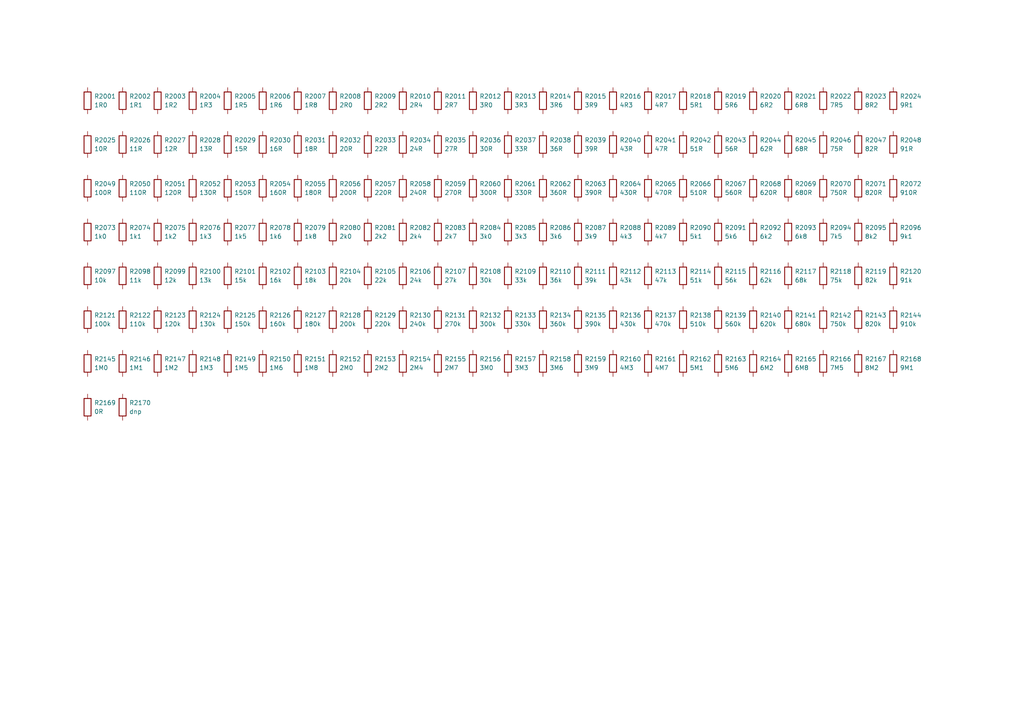
<source format=kicad_sch>
(kicad_sch (version 20250114) (generator "eeschema") (generator_version "9.0")
  (paper "A4")
  (title_block (title "Resistors") (date "2025-05-24") (rev "1") (comment 1 "-") (comment 2 "-"))
  (lib_symbols
    (symbol "lily_symbols:res_0R_1%_125mW_0805" (pin_numbers (hide yes)) (pin_names (offset 0) (hide yes))
      (property "Reference" "R" (at 1.905 -2.54 0))
      (property "Value" "0R" (at 1.905 -5.08 0))
      (symbol "res_0R_1%_125mW_0805_1_1"
        (pin passive line (at 0 0 270) (length 1.27) (name "~") (number "1"))
        (pin passive line (at 0 -7.62 90) (length 1.27) (name "~") (number "2"))
      )
    )
    (symbol "lily_symbols:res_100R_1%_125mW_0805" (pin_numbers (hide yes)) (pin_names (offset 0) (hide yes))
      (property "Reference" "R" (at 1.905 -2.54 0))
      (property "Value" "100R" (at 1.905 -5.08 0))
      (symbol "res_100R_1%_125mW_0805_1_1"
        (pin passive line (at 0 0 270) (length 1.27) (name "~") (number "1"))
        (pin passive line (at 0 -7.62 90) (length 1.27) (name "~") (number "2"))
      )
    )
    (symbol "lily_symbols:res_100k_1%_125mW_0805" (pin_numbers (hide yes)) (pin_names (offset 0) (hide yes))
      (property "Reference" "R" (at 1.905 -2.54 0))
      (property "Value" "100k" (at 1.905 -5.08 0))
      (symbol "res_100k_1%_125mW_0805_1_1"
        (pin passive line (at 0 0 270) (length 1.27) (name "~") (number "1"))
        (pin passive line (at 0 -7.62 90) (length 1.27) (name "~") (number "2"))
      )
    )
    (symbol "lily_symbols:res_10R_1%_125mW_0805" (pin_numbers (hide yes)) (pin_names (offset 0) (hide yes))
      (property "Reference" "R" (at 1.905 -2.54 0))
      (property "Value" "10R" (at 1.905 -5.08 0))
      (symbol "res_10R_1%_125mW_0805_1_1"
        (pin passive line (at 0 0 270) (length 1.27) (name "~") (number "1"))
        (pin passive line (at 0 -7.62 90) (length 1.27) (name "~") (number "2"))
      )
    )
    (symbol "lily_symbols:res_10k_1%_125mW_0805" (pin_numbers (hide yes)) (pin_names (offset 0) (hide yes))
      (property "Reference" "R" (at 1.905 -2.54 0))
      (property "Value" "10k" (at 1.905 -5.08 0))
      (symbol "res_10k_1%_125mW_0805_1_1"
        (pin passive line (at 0 0 270) (length 1.27) (name "~") (number "1"))
        (pin passive line (at 0 -7.62 90) (length 1.27) (name "~") (number "2"))
      )
    )
    (symbol "lily_symbols:res_110R_1%_125mW_0805" (pin_numbers (hide yes)) (pin_names (offset 0) (hide yes))
      (property "Reference" "R" (at 1.905 -2.54 0))
      (property "Value" "110R" (at 1.905 -5.08 0))
      (symbol "res_110R_1%_125mW_0805_1_1"
        (pin passive line (at 0 0 270) (length 1.27) (name "~") (number "1"))
        (pin passive line (at 0 -7.62 90) (length 1.27) (name "~") (number "2"))
      )
    )
    (symbol "lily_symbols:res_110k_1%_125mW_0805" (pin_numbers (hide yes)) (pin_names (offset 0) (hide yes))
      (property "Reference" "R" (at 1.905 -2.54 0))
      (property "Value" "110k" (at 1.905 -5.08 0))
      (symbol "res_110k_1%_125mW_0805_1_1"
        (pin passive line (at 0 0 270) (length 1.27) (name "~") (number "1"))
        (pin passive line (at 0 -7.62 90) (length 1.27) (name "~") (number "2"))
      )
    )
    (symbol "lily_symbols:res_11R_1%_125mW_0805" (pin_numbers (hide yes)) (pin_names (offset 0) (hide yes))
      (property "Reference" "R" (at 1.905 -2.54 0))
      (property "Value" "11R" (at 1.905 -5.08 0))
      (symbol "res_11R_1%_125mW_0805_1_1"
        (pin passive line (at 0 0 270) (length 1.27) (name "~") (number "1"))
        (pin passive line (at 0 -7.62 90) (length 1.27) (name "~") (number "2"))
      )
    )
    (symbol "lily_symbols:res_11k_1%_125mW_0805" (pin_numbers (hide yes)) (pin_names (offset 0) (hide yes))
      (property "Reference" "R" (at 1.905 -2.54 0))
      (property "Value" "11k" (at 1.905 -5.08 0))
      (symbol "res_11k_1%_125mW_0805_1_1"
        (pin passive line (at 0 0 270) (length 1.27) (name "~") (number "1"))
        (pin passive line (at 0 -7.62 90) (length 1.27) (name "~") (number "2"))
      )
    )
    (symbol "lily_symbols:res_120R_1%_125mW_0805" (pin_numbers (hide yes)) (pin_names (offset 0) (hide yes))
      (property "Reference" "R" (at 1.905 -2.54 0))
      (property "Value" "120R" (at 1.905 -5.08 0))
      (symbol "res_120R_1%_125mW_0805_1_1"
        (pin passive line (at 0 0 270) (length 1.27) (name "~") (number "1"))
        (pin passive line (at 0 -7.62 90) (length 1.27) (name "~") (number "2"))
      )
    )
    (symbol "lily_symbols:res_120k_1%_125mW_0805" (pin_numbers (hide yes)) (pin_names (offset 0) (hide yes))
      (property "Reference" "R" (at 1.905 -2.54 0))
      (property "Value" "120k" (at 1.905 -5.08 0))
      (symbol "res_120k_1%_125mW_0805_1_1"
        (pin passive line (at 0 0 270) (length 1.27) (name "~") (number "1"))
        (pin passive line (at 0 -7.62 90) (length 1.27) (name "~") (number "2"))
      )
    )
    (symbol "lily_symbols:res_12R_1%_125mW_0805" (pin_numbers (hide yes)) (pin_names (offset 0) (hide yes))
      (property "Reference" "R" (at 1.905 -2.54 0))
      (property "Value" "12R" (at 1.905 -5.08 0))
      (symbol "res_12R_1%_125mW_0805_1_1"
        (pin passive line (at 0 0 270) (length 1.27) (name "~") (number "1"))
        (pin passive line (at 0 -7.62 90) (length 1.27) (name "~") (number "2"))
      )
    )
    (symbol "lily_symbols:res_12k_1%_125mW_0805" (pin_numbers (hide yes)) (pin_names (offset 0) (hide yes))
      (property "Reference" "R" (at 1.905 -2.54 0))
      (property "Value" "12k" (at 1.905 -5.08 0))
      (symbol "res_12k_1%_125mW_0805_1_1"
        (pin passive line (at 0 0 270) (length 1.27) (name "~") (number "1"))
        (pin passive line (at 0 -7.62 90) (length 1.27) (name "~") (number "2"))
      )
    )
    (symbol "lily_symbols:res_130R_1%_125mW_0805" (pin_numbers (hide yes)) (pin_names (offset 0) (hide yes))
      (property "Reference" "R" (at 1.905 -2.54 0))
      (property "Value" "130R" (at 1.905 -5.08 0))
      (symbol "res_130R_1%_125mW_0805_1_1"
        (pin passive line (at 0 0 270) (length 1.27) (name "~") (number "1"))
        (pin passive line (at 0 -7.62 90) (length 1.27) (name "~") (number "2"))
      )
    )
    (symbol "lily_symbols:res_130k_1%_125mW_0805" (pin_numbers (hide yes)) (pin_names (offset 0) (hide yes))
      (property "Reference" "R" (at 1.905 -2.54 0))
      (property "Value" "130k" (at 1.905 -5.08 0))
      (symbol "res_130k_1%_125mW_0805_1_1"
        (pin passive line (at 0 0 270) (length 1.27) (name "~") (number "1"))
        (pin passive line (at 0 -7.62 90) (length 1.27) (name "~") (number "2"))
      )
    )
    (symbol "lily_symbols:res_13R_1%_125mW_0805" (pin_numbers (hide yes)) (pin_names (offset 0) (hide yes))
      (property "Reference" "R" (at 1.905 -2.54 0))
      (property "Value" "13R" (at 1.905 -5.08 0))
      (symbol "res_13R_1%_125mW_0805_1_1"
        (pin passive line (at 0 0 270) (length 1.27) (name "~") (number "1"))
        (pin passive line (at 0 -7.62 90) (length 1.27) (name "~") (number "2"))
      )
    )
    (symbol "lily_symbols:res_13k_1%_125mW_0805" (pin_numbers (hide yes)) (pin_names (offset 0) (hide yes))
      (property "Reference" "R" (at 1.905 -2.54 0))
      (property "Value" "13k" (at 1.905 -5.08 0))
      (symbol "res_13k_1%_125mW_0805_1_1"
        (pin passive line (at 0 0 270) (length 1.27) (name "~") (number "1"))
        (pin passive line (at 0 -7.62 90) (length 1.27) (name "~") (number "2"))
      )
    )
    (symbol "lily_symbols:res_150R_1%_125mW_0805" (pin_numbers (hide yes)) (pin_names (offset 0) (hide yes))
      (property "Reference" "R" (at 1.905 -2.54 0))
      (property "Value" "150R" (at 1.905 -5.08 0))
      (symbol "res_150R_1%_125mW_0805_1_1"
        (pin passive line (at 0 0 270) (length 1.27) (name "~") (number "1"))
        (pin passive line (at 0 -7.62 90) (length 1.27) (name "~") (number "2"))
      )
    )
    (symbol "lily_symbols:res_150k_1%_125mW_0805" (pin_numbers (hide yes)) (pin_names (offset 0) (hide yes))
      (property "Reference" "R" (at 1.905 -2.54 0))
      (property "Value" "150k" (at 1.905 -5.08 0))
      (symbol "res_150k_1%_125mW_0805_1_1"
        (pin passive line (at 0 0 270) (length 1.27) (name "~") (number "1"))
        (pin passive line (at 0 -7.62 90) (length 1.27) (name "~") (number "2"))
      )
    )
    (symbol "lily_symbols:res_15R_1%_125mW_0805" (pin_numbers (hide yes)) (pin_names (offset 0) (hide yes))
      (property "Reference" "R" (at 1.905 -2.54 0))
      (property "Value" "15R" (at 1.905 -5.08 0))
      (symbol "res_15R_1%_125mW_0805_1_1"
        (pin passive line (at 0 0 270) (length 1.27) (name "~") (number "1"))
        (pin passive line (at 0 -7.62 90) (length 1.27) (name "~") (number "2"))
      )
    )
    (symbol "lily_symbols:res_15k_1%_125mW_0805" (pin_numbers (hide yes)) (pin_names (offset 0) (hide yes))
      (property "Reference" "R" (at 1.905 -2.54 0))
      (property "Value" "15k" (at 1.905 -5.08 0))
      (symbol "res_15k_1%_125mW_0805_1_1"
        (pin passive line (at 0 0 270) (length 1.27) (name "~") (number "1"))
        (pin passive line (at 0 -7.62 90) (length 1.27) (name "~") (number "2"))
      )
    )
    (symbol "lily_symbols:res_160R_1%_125mW_0805" (pin_numbers (hide yes)) (pin_names (offset 0) (hide yes))
      (property "Reference" "R" (at 1.905 -2.54 0))
      (property "Value" "160R" (at 1.905 -5.08 0))
      (symbol "res_160R_1%_125mW_0805_1_1"
        (pin passive line (at 0 0 270) (length 1.27) (name "~") (number "1"))
        (pin passive line (at 0 -7.62 90) (length 1.27) (name "~") (number "2"))
      )
    )
    (symbol "lily_symbols:res_160k_1%_125mW_0805" (pin_numbers (hide yes)) (pin_names (offset 0) (hide yes))
      (property "Reference" "R" (at 1.905 -2.54 0))
      (property "Value" "160k" (at 1.905 -5.08 0))
      (symbol "res_160k_1%_125mW_0805_1_1"
        (pin passive line (at 0 0 270) (length 1.27) (name "~") (number "1"))
        (pin passive line (at 0 -7.62 90) (length 1.27) (name "~") (number "2"))
      )
    )
    (symbol "lily_symbols:res_16R_1%_125mW_0805" (pin_numbers (hide yes)) (pin_names (offset 0) (hide yes))
      (property "Reference" "R" (at 1.905 -2.54 0))
      (property "Value" "16R" (at 1.905 -5.08 0))
      (symbol "res_16R_1%_125mW_0805_1_1"
        (pin passive line (at 0 0 270) (length 1.27) (name "~") (number "1"))
        (pin passive line (at 0 -7.62 90) (length 1.27) (name "~") (number "2"))
      )
    )
    (symbol "lily_symbols:res_16k_1%_125mW_0805" (pin_numbers (hide yes)) (pin_names (offset 0) (hide yes))
      (property "Reference" "R" (at 1.905 -2.54 0))
      (property "Value" "16k" (at 1.905 -5.08 0))
      (symbol "res_16k_1%_125mW_0805_1_1"
        (pin passive line (at 0 0 270) (length 1.27) (name "~") (number "1"))
        (pin passive line (at 0 -7.62 90) (length 1.27) (name "~") (number "2"))
      )
    )
    (symbol "lily_symbols:res_180R_1%_125mW_0805" (pin_numbers (hide yes)) (pin_names (offset 0) (hide yes))
      (property "Reference" "R" (at 1.905 -2.54 0))
      (property "Value" "180R" (at 1.905 -5.08 0))
      (symbol "res_180R_1%_125mW_0805_1_1"
        (pin passive line (at 0 0 270) (length 1.27) (name "~") (number "1"))
        (pin passive line (at 0 -7.62 90) (length 1.27) (name "~") (number "2"))
      )
    )
    (symbol "lily_symbols:res_180k_1%_125mW_0805" (pin_numbers (hide yes)) (pin_names (offset 0) (hide yes))
      (property "Reference" "R" (at 1.905 -2.54 0))
      (property "Value" "180k" (at 1.905 -5.08 0))
      (symbol "res_180k_1%_125mW_0805_1_1"
        (pin passive line (at 0 0 270) (length 1.27) (name "~") (number "1"))
        (pin passive line (at 0 -7.62 90) (length 1.27) (name "~") (number "2"))
      )
    )
    (symbol "lily_symbols:res_18R_1%_125mW_0805" (pin_numbers (hide yes)) (pin_names (offset 0) (hide yes))
      (property "Reference" "R" (at 1.905 -2.54 0))
      (property "Value" "18R" (at 1.905 -5.08 0))
      (symbol "res_18R_1%_125mW_0805_1_1"
        (pin passive line (at 0 0 270) (length 1.27) (name "~") (number "1"))
        (pin passive line (at 0 -7.62 90) (length 1.27) (name "~") (number "2"))
      )
    )
    (symbol "lily_symbols:res_18k_1%_125mW_0805" (pin_numbers (hide yes)) (pin_names (offset 0) (hide yes))
      (property "Reference" "R" (at 1.905 -2.54 0))
      (property "Value" "18k" (at 1.905 -5.08 0))
      (symbol "res_18k_1%_125mW_0805_1_1"
        (pin passive line (at 0 0 270) (length 1.27) (name "~") (number "1"))
        (pin passive line (at 0 -7.62 90) (length 1.27) (name "~") (number "2"))
      )
    )
    (symbol "lily_symbols:res_1M0_1%_125mW_0805" (pin_numbers (hide yes)) (pin_names (offset 0) (hide yes))
      (property "Reference" "R" (at 1.905 -2.54 0))
      (property "Value" "1M0" (at 1.905 -5.08 0))
      (symbol "res_1M0_1%_125mW_0805_1_1"
        (pin passive line (at 0 0 270) (length 1.27) (name "~") (number "1"))
        (pin passive line (at 0 -7.62 90) (length 1.27) (name "~") (number "2"))
      )
    )
    (symbol "lily_symbols:res_1M1_1%_125mW_0805" (pin_numbers (hide yes)) (pin_names (offset 0) (hide yes))
      (property "Reference" "R" (at 1.905 -2.54 0))
      (property "Value" "1M1" (at 1.905 -5.08 0))
      (symbol "res_1M1_1%_125mW_0805_1_1"
        (pin passive line (at 0 0 270) (length 1.27) (name "~") (number "1"))
        (pin passive line (at 0 -7.62 90) (length 1.27) (name "~") (number "2"))
      )
    )
    (symbol "lily_symbols:res_1M2_1%_125mW_0805" (pin_numbers (hide yes)) (pin_names (offset 0) (hide yes))
      (property "Reference" "R" (at 1.905 -2.54 0))
      (property "Value" "1M2" (at 1.905 -5.08 0))
      (symbol "res_1M2_1%_125mW_0805_1_1"
        (pin passive line (at 0 0 270) (length 1.27) (name "~") (number "1"))
        (pin passive line (at 0 -7.62 90) (length 1.27) (name "~") (number "2"))
      )
    )
    (symbol "lily_symbols:res_1M3_1%_125mW_0805" (pin_numbers (hide yes)) (pin_names (offset 0) (hide yes))
      (property "Reference" "R" (at 1.905 -2.54 0))
      (property "Value" "1M3" (at 1.905 -5.08 0))
      (symbol "res_1M3_1%_125mW_0805_1_1"
        (pin passive line (at 0 0 270) (length 1.27) (name "~") (number "1"))
        (pin passive line (at 0 -7.62 90) (length 1.27) (name "~") (number "2"))
      )
    )
    (symbol "lily_symbols:res_1M5_1%_125mW_0805" (pin_numbers (hide yes)) (pin_names (offset 0) (hide yes))
      (property "Reference" "R" (at 1.905 -2.54 0))
      (property "Value" "1M5" (at 1.905 -5.08 0))
      (symbol "res_1M5_1%_125mW_0805_1_1"
        (pin passive line (at 0 0 270) (length 1.27) (name "~") (number "1"))
        (pin passive line (at 0 -7.62 90) (length 1.27) (name "~") (number "2"))
      )
    )
    (symbol "lily_symbols:res_1M6_1%_125mW_0805" (pin_numbers (hide yes)) (pin_names (offset 0) (hide yes))
      (property "Reference" "R" (at 1.905 -2.54 0))
      (property "Value" "1M6" (at 1.905 -5.08 0))
      (symbol "res_1M6_1%_125mW_0805_1_1"
        (pin passive line (at 0 0 270) (length 1.27) (name "~") (number "1"))
        (pin passive line (at 0 -7.62 90) (length 1.27) (name "~") (number "2"))
      )
    )
    (symbol "lily_symbols:res_1M8_1%_125mW_0805" (pin_numbers (hide yes)) (pin_names (offset 0) (hide yes))
      (property "Reference" "R" (at 1.905 -2.54 0))
      (property "Value" "1M8" (at 1.905 -5.08 0))
      (symbol "res_1M8_1%_125mW_0805_1_1"
        (pin passive line (at 0 0 270) (length 1.27) (name "~") (number "1"))
        (pin passive line (at 0 -7.62 90) (length 1.27) (name "~") (number "2"))
      )
    )
    (symbol "lily_symbols:res_1R0_1%_125mW_0805" (pin_numbers (hide yes)) (pin_names (offset 0) (hide yes))
      (property "Reference" "R" (at 1.905 -2.54 0))
      (property "Value" "1R0" (at 1.905 -5.08 0))
      (symbol "res_1R0_1%_125mW_0805_1_1"
        (pin passive line (at 0 0 270) (length 1.27) (name "~") (number "1"))
        (pin passive line (at 0 -7.62 90) (length 1.27) (name "~") (number "2"))
      )
    )
    (symbol "lily_symbols:res_1R1_1%_125mW_0805" (pin_numbers (hide yes)) (pin_names (offset 0) (hide yes))
      (property "Reference" "R" (at 1.905 -2.54 0))
      (property "Value" "1R1" (at 1.905 -5.08 0))
      (symbol "res_1R1_1%_125mW_0805_1_1"
        (pin passive line (at 0 0 270) (length 1.27) (name "~") (number "1"))
        (pin passive line (at 0 -7.62 90) (length 1.27) (name "~") (number "2"))
      )
    )
    (symbol "lily_symbols:res_1R2_1%_125mW_0805" (pin_numbers (hide yes)) (pin_names (offset 0) (hide yes))
      (property "Reference" "R" (at 1.905 -2.54 0))
      (property "Value" "1R2" (at 1.905 -5.08 0))
      (symbol "res_1R2_1%_125mW_0805_1_1"
        (pin passive line (at 0 0 270) (length 1.27) (name "~") (number "1"))
        (pin passive line (at 0 -7.62 90) (length 1.27) (name "~") (number "2"))
      )
    )
    (symbol "lily_symbols:res_1R3_1%_125mW_0805" (pin_numbers (hide yes)) (pin_names (offset 0) (hide yes))
      (property "Reference" "R" (at 1.905 -2.54 0))
      (property "Value" "1R3" (at 1.905 -5.08 0))
      (symbol "res_1R3_1%_125mW_0805_1_1"
        (pin passive line (at 0 0 270) (length 1.27) (name "~") (number "1"))
        (pin passive line (at 0 -7.62 90) (length 1.27) (name "~") (number "2"))
      )
    )
    (symbol "lily_symbols:res_1R5_1%_125mW_0805" (pin_numbers (hide yes)) (pin_names (offset 0) (hide yes))
      (property "Reference" "R" (at 1.905 -2.54 0))
      (property "Value" "1R5" (at 1.905 -5.08 0))
      (symbol "res_1R5_1%_125mW_0805_1_1"
        (pin passive line (at 0 0 270) (length 1.27) (name "~") (number "1"))
        (pin passive line (at 0 -7.62 90) (length 1.27) (name "~") (number "2"))
      )
    )
    (symbol "lily_symbols:res_1R6_1%_125mW_0805" (pin_numbers (hide yes)) (pin_names (offset 0) (hide yes))
      (property "Reference" "R" (at 1.905 -2.54 0))
      (property "Value" "1R6" (at 1.905 -5.08 0))
      (symbol "res_1R6_1%_125mW_0805_1_1"
        (pin passive line (at 0 0 270) (length 1.27) (name "~") (number "1"))
        (pin passive line (at 0 -7.62 90) (length 1.27) (name "~") (number "2"))
      )
    )
    (symbol "lily_symbols:res_1R8_1%_125mW_0805" (pin_numbers (hide yes)) (pin_names (offset 0) (hide yes))
      (property "Reference" "R" (at 1.905 -2.54 0))
      (property "Value" "1R8" (at 1.905 -5.08 0))
      (symbol "res_1R8_1%_125mW_0805_1_1"
        (pin passive line (at 0 0 270) (length 1.27) (name "~") (number "1"))
        (pin passive line (at 0 -7.62 90) (length 1.27) (name "~") (number "2"))
      )
    )
    (symbol "lily_symbols:res_1k0_1%_125mW_0805" (pin_numbers (hide yes)) (pin_names (offset 0) (hide yes))
      (property "Reference" "R" (at 1.905 -2.54 0))
      (property "Value" "1k0" (at 1.905 -5.08 0))
      (symbol "res_1k0_1%_125mW_0805_1_1"
        (pin passive line (at 0 0 270) (length 1.27) (name "~") (number "1"))
        (pin passive line (at 0 -7.62 90) (length 1.27) (name "~") (number "2"))
      )
    )
    (symbol "lily_symbols:res_1k1_1%_125mW_0805" (pin_numbers (hide yes)) (pin_names (offset 0) (hide yes))
      (property "Reference" "R" (at 1.905 -2.54 0))
      (property "Value" "1k1" (at 1.905 -5.08 0))
      (symbol "res_1k1_1%_125mW_0805_1_1"
        (pin passive line (at 0 0 270) (length 1.27) (name "~") (number "1"))
        (pin passive line (at 0 -7.62 90) (length 1.27) (name "~") (number "2"))
      )
    )
    (symbol "lily_symbols:res_1k2_1%_125mW_0805" (pin_numbers (hide yes)) (pin_names (offset 0) (hide yes))
      (property "Reference" "R" (at 1.905 -2.54 0))
      (property "Value" "1k2" (at 1.905 -5.08 0))
      (symbol "res_1k2_1%_125mW_0805_1_1"
        (pin passive line (at 0 0 270) (length 1.27) (name "~") (number "1"))
        (pin passive line (at 0 -7.62 90) (length 1.27) (name "~") (number "2"))
      )
    )
    (symbol "lily_symbols:res_1k3_1%_125mW_0805" (pin_numbers (hide yes)) (pin_names (offset 0) (hide yes))
      (property "Reference" "R" (at 1.905 -2.54 0))
      (property "Value" "1k3" (at 1.905 -5.08 0))
      (symbol "res_1k3_1%_125mW_0805_1_1"
        (pin passive line (at 0 0 270) (length 1.27) (name "~") (number "1"))
        (pin passive line (at 0 -7.62 90) (length 1.27) (name "~") (number "2"))
      )
    )
    (symbol "lily_symbols:res_1k5_1%_125mW_0805" (pin_numbers (hide yes)) (pin_names (offset 0) (hide yes))
      (property "Reference" "R" (at 1.905 -2.54 0))
      (property "Value" "1k5" (at 1.905 -5.08 0))
      (symbol "res_1k5_1%_125mW_0805_1_1"
        (pin passive line (at 0 0 270) (length 1.27) (name "~") (number "1"))
        (pin passive line (at 0 -7.62 90) (length 1.27) (name "~") (number "2"))
      )
    )
    (symbol "lily_symbols:res_1k6_1%_125mW_0805" (pin_numbers (hide yes)) (pin_names (offset 0) (hide yes))
      (property "Reference" "R" (at 1.905 -2.54 0))
      (property "Value" "1k6" (at 1.905 -5.08 0))
      (symbol "res_1k6_1%_125mW_0805_1_1"
        (pin passive line (at 0 0 270) (length 1.27) (name "~") (number "1"))
        (pin passive line (at 0 -7.62 90) (length 1.27) (name "~") (number "2"))
      )
    )
    (symbol "lily_symbols:res_1k8_1%_125mW_0805" (pin_numbers (hide yes)) (pin_names (offset 0) (hide yes))
      (property "Reference" "R" (at 1.905 -2.54 0))
      (property "Value" "1k8" (at 1.905 -5.08 0))
      (symbol "res_1k8_1%_125mW_0805_1_1"
        (pin passive line (at 0 0 270) (length 1.27) (name "~") (number "1"))
        (pin passive line (at 0 -7.62 90) (length 1.27) (name "~") (number "2"))
      )
    )
    (symbol "lily_symbols:res_200R_1%_125mW_0805" (pin_numbers (hide yes)) (pin_names (offset 0) (hide yes))
      (property "Reference" "R" (at 1.905 -2.54 0))
      (property "Value" "200R" (at 1.905 -5.08 0))
      (symbol "res_200R_1%_125mW_0805_1_1"
        (pin passive line (at 0 0 270) (length 1.27) (name "~") (number "1"))
        (pin passive line (at 0 -7.62 90) (length 1.27) (name "~") (number "2"))
      )
    )
    (symbol "lily_symbols:res_200k_1%_125mW_0805" (pin_numbers (hide yes)) (pin_names (offset 0) (hide yes))
      (property "Reference" "R" (at 1.905 -2.54 0))
      (property "Value" "200k" (at 1.905 -5.08 0))
      (symbol "res_200k_1%_125mW_0805_1_1"
        (pin passive line (at 0 0 270) (length 1.27) (name "~") (number "1"))
        (pin passive line (at 0 -7.62 90) (length 1.27) (name "~") (number "2"))
      )
    )
    (symbol "lily_symbols:res_20R_1%_125mW_0805" (pin_numbers (hide yes)) (pin_names (offset 0) (hide yes))
      (property "Reference" "R" (at 1.905 -2.54 0))
      (property "Value" "20R" (at 1.905 -5.08 0))
      (symbol "res_20R_1%_125mW_0805_1_1"
        (pin passive line (at 0 0 270) (length 1.27) (name "~") (number "1"))
        (pin passive line (at 0 -7.62 90) (length 1.27) (name "~") (number "2"))
      )
    )
    (symbol "lily_symbols:res_20k_1%_125mW_0805" (pin_numbers (hide yes)) (pin_names (offset 0) (hide yes))
      (property "Reference" "R" (at 1.905 -2.54 0))
      (property "Value" "20k" (at 1.905 -5.08 0))
      (symbol "res_20k_1%_125mW_0805_1_1"
        (pin passive line (at 0 0 270) (length 1.27) (name "~") (number "1"))
        (pin passive line (at 0 -7.62 90) (length 1.27) (name "~") (number "2"))
      )
    )
    (symbol "lily_symbols:res_220R_1%_125mW_0805" (pin_numbers (hide yes)) (pin_names (offset 0) (hide yes))
      (property "Reference" "R" (at 1.905 -2.54 0))
      (property "Value" "220R" (at 1.905 -5.08 0))
      (symbol "res_220R_1%_125mW_0805_1_1"
        (pin passive line (at 0 0 270) (length 1.27) (name "~") (number "1"))
        (pin passive line (at 0 -7.62 90) (length 1.27) (name "~") (number "2"))
      )
    )
    (symbol "lily_symbols:res_220k_1%_125mW_0805" (pin_numbers (hide yes)) (pin_names (offset 0) (hide yes))
      (property "Reference" "R" (at 1.905 -2.54 0))
      (property "Value" "220k" (at 1.905 -5.08 0))
      (symbol "res_220k_1%_125mW_0805_1_1"
        (pin passive line (at 0 0 270) (length 1.27) (name "~") (number "1"))
        (pin passive line (at 0 -7.62 90) (length 1.27) (name "~") (number "2"))
      )
    )
    (symbol "lily_symbols:res_22R_1%_125mW_0805" (pin_numbers (hide yes)) (pin_names (offset 0) (hide yes))
      (property "Reference" "R" (at 1.905 -2.54 0))
      (property "Value" "22R" (at 1.905 -5.08 0))
      (symbol "res_22R_1%_125mW_0805_1_1"
        (pin passive line (at 0 0 270) (length 1.27) (name "~") (number "1"))
        (pin passive line (at 0 -7.62 90) (length 1.27) (name "~") (number "2"))
      )
    )
    (symbol "lily_symbols:res_22k_1%_125mW_0805" (pin_numbers (hide yes)) (pin_names (offset 0) (hide yes))
      (property "Reference" "R" (at 1.905 -2.54 0))
      (property "Value" "22k" (at 1.905 -5.08 0))
      (symbol "res_22k_1%_125mW_0805_1_1"
        (pin passive line (at 0 0 270) (length 1.27) (name "~") (number "1"))
        (pin passive line (at 0 -7.62 90) (length 1.27) (name "~") (number "2"))
      )
    )
    (symbol "lily_symbols:res_240R_1%_125mW_0805" (pin_numbers (hide yes)) (pin_names (offset 0) (hide yes))
      (property "Reference" "R" (at 1.905 -2.54 0))
      (property "Value" "240R" (at 1.905 -5.08 0))
      (symbol "res_240R_1%_125mW_0805_1_1"
        (pin passive line (at 0 0 270) (length 1.27) (name "~") (number "1"))
        (pin passive line (at 0 -7.62 90) (length 1.27) (name "~") (number "2"))
      )
    )
    (symbol "lily_symbols:res_240k_1%_125mW_0805" (pin_numbers (hide yes)) (pin_names (offset 0) (hide yes))
      (property "Reference" "R" (at 1.905 -2.54 0))
      (property "Value" "240k" (at 1.905 -5.08 0))
      (symbol "res_240k_1%_125mW_0805_1_1"
        (pin passive line (at 0 0 270) (length 1.27) (name "~") (number "1"))
        (pin passive line (at 0 -7.62 90) (length 1.27) (name "~") (number "2"))
      )
    )
    (symbol "lily_symbols:res_24R_1%_125mW_0805" (pin_numbers (hide yes)) (pin_names (offset 0) (hide yes))
      (property "Reference" "R" (at 1.905 -2.54 0))
      (property "Value" "24R" (at 1.905 -5.08 0))
      (symbol "res_24R_1%_125mW_0805_1_1"
        (pin passive line (at 0 0 270) (length 1.27) (name "~") (number "1"))
        (pin passive line (at 0 -7.62 90) (length 1.27) (name "~") (number "2"))
      )
    )
    (symbol "lily_symbols:res_24k_1%_125mW_0805" (pin_numbers (hide yes)) (pin_names (offset 0) (hide yes))
      (property "Reference" "R" (at 1.905 -2.54 0))
      (property "Value" "24k" (at 1.905 -5.08 0))
      (symbol "res_24k_1%_125mW_0805_1_1"
        (pin passive line (at 0 0 270) (length 1.27) (name "~") (number "1"))
        (pin passive line (at 0 -7.62 90) (length 1.27) (name "~") (number "2"))
      )
    )
    (symbol "lily_symbols:res_270R_1%_125mW_0805" (pin_numbers (hide yes)) (pin_names (offset 0) (hide yes))
      (property "Reference" "R" (at 1.905 -2.54 0))
      (property "Value" "270R" (at 1.905 -5.08 0))
      (symbol "res_270R_1%_125mW_0805_1_1"
        (pin passive line (at 0 0 270) (length 1.27) (name "~") (number "1"))
        (pin passive line (at 0 -7.62 90) (length 1.27) (name "~") (number "2"))
      )
    )
    (symbol "lily_symbols:res_270k_1%_125mW_0805" (pin_numbers (hide yes)) (pin_names (offset 0) (hide yes))
      (property "Reference" "R" (at 1.905 -2.54 0))
      (property "Value" "270k" (at 1.905 -5.08 0))
      (symbol "res_270k_1%_125mW_0805_1_1"
        (pin passive line (at 0 0 270) (length 1.27) (name "~") (number "1"))
        (pin passive line (at 0 -7.62 90) (length 1.27) (name "~") (number "2"))
      )
    )
    (symbol "lily_symbols:res_27R_1%_125mW_0805" (pin_numbers (hide yes)) (pin_names (offset 0) (hide yes))
      (property "Reference" "R" (at 1.905 -2.54 0))
      (property "Value" "27R" (at 1.905 -5.08 0))
      (symbol "res_27R_1%_125mW_0805_1_1"
        (pin passive line (at 0 0 270) (length 1.27) (name "~") (number "1"))
        (pin passive line (at 0 -7.62 90) (length 1.27) (name "~") (number "2"))
      )
    )
    (symbol "lily_symbols:res_27k_1%_125mW_0805" (pin_numbers (hide yes)) (pin_names (offset 0) (hide yes))
      (property "Reference" "R" (at 1.905 -2.54 0))
      (property "Value" "27k" (at 1.905 -5.08 0))
      (symbol "res_27k_1%_125mW_0805_1_1"
        (pin passive line (at 0 0 270) (length 1.27) (name "~") (number "1"))
        (pin passive line (at 0 -7.62 90) (length 1.27) (name "~") (number "2"))
      )
    )
    (symbol "lily_symbols:res_2M0_1%_125mW_0805" (pin_numbers (hide yes)) (pin_names (offset 0) (hide yes))
      (property "Reference" "R" (at 1.905 -2.54 0))
      (property "Value" "2M0" (at 1.905 -5.08 0))
      (symbol "res_2M0_1%_125mW_0805_1_1"
        (pin passive line (at 0 0 270) (length 1.27) (name "~") (number "1"))
        (pin passive line (at 0 -7.62 90) (length 1.27) (name "~") (number "2"))
      )
    )
    (symbol "lily_symbols:res_2M2_1%_125mW_0805" (pin_numbers (hide yes)) (pin_names (offset 0) (hide yes))
      (property "Reference" "R" (at 1.905 -2.54 0))
      (property "Value" "2M2" (at 1.905 -5.08 0))
      (symbol "res_2M2_1%_125mW_0805_1_1"
        (pin passive line (at 0 0 270) (length 1.27) (name "~") (number "1"))
        (pin passive line (at 0 -7.62 90) (length 1.27) (name "~") (number "2"))
      )
    )
    (symbol "lily_symbols:res_2M4_1%_125mW_0805" (pin_numbers (hide yes)) (pin_names (offset 0) (hide yes))
      (property "Reference" "R" (at 1.905 -2.54 0))
      (property "Value" "2M4" (at 1.905 -5.08 0))
      (symbol "res_2M4_1%_125mW_0805_1_1"
        (pin passive line (at 0 0 270) (length 1.27) (name "~") (number "1"))
        (pin passive line (at 0 -7.62 90) (length 1.27) (name "~") (number "2"))
      )
    )
    (symbol "lily_symbols:res_2M7_1%_125mW_0805" (pin_numbers (hide yes)) (pin_names (offset 0) (hide yes))
      (property "Reference" "R" (at 1.905 -2.54 0))
      (property "Value" "2M7" (at 1.905 -5.08 0))
      (symbol "res_2M7_1%_125mW_0805_1_1"
        (pin passive line (at 0 0 270) (length 1.27) (name "~") (number "1"))
        (pin passive line (at 0 -7.62 90) (length 1.27) (name "~") (number "2"))
      )
    )
    (symbol "lily_symbols:res_2R0_1%_125mW_0805" (pin_numbers (hide yes)) (pin_names (offset 0) (hide yes))
      (property "Reference" "R" (at 1.905 -2.54 0))
      (property "Value" "2R0" (at 1.905 -5.08 0))
      (symbol "res_2R0_1%_125mW_0805_1_1"
        (pin passive line (at 0 0 270) (length 1.27) (name "~") (number "1"))
        (pin passive line (at 0 -7.62 90) (length 1.27) (name "~") (number "2"))
      )
    )
    (symbol "lily_symbols:res_2R2_1%_125mW_0805" (pin_numbers (hide yes)) (pin_names (offset 0) (hide yes))
      (property "Reference" "R" (at 1.905 -2.54 0))
      (property "Value" "2R2" (at 1.905 -5.08 0))
      (symbol "res_2R2_1%_125mW_0805_1_1"
        (pin passive line (at 0 0 270) (length 1.27) (name "~") (number "1"))
        (pin passive line (at 0 -7.62 90) (length 1.27) (name "~") (number "2"))
      )
    )
    (symbol "lily_symbols:res_2R4_1%_125mW_0805" (pin_numbers (hide yes)) (pin_names (offset 0) (hide yes))
      (property "Reference" "R" (at 1.905 -2.54 0))
      (property "Value" "2R4" (at 1.905 -5.08 0))
      (symbol "res_2R4_1%_125mW_0805_1_1"
        (pin passive line (at 0 0 270) (length 1.27) (name "~") (number "1"))
        (pin passive line (at 0 -7.62 90) (length 1.27) (name "~") (number "2"))
      )
    )
    (symbol "lily_symbols:res_2R7_1%_125mW_0805" (pin_numbers (hide yes)) (pin_names (offset 0) (hide yes))
      (property "Reference" "R" (at 1.905 -2.54 0))
      (property "Value" "2R7" (at 1.905 -5.08 0))
      (symbol "res_2R7_1%_125mW_0805_1_1"
        (pin passive line (at 0 0 270) (length 1.27) (name "~") (number "1"))
        (pin passive line (at 0 -7.62 90) (length 1.27) (name "~") (number "2"))
      )
    )
    (symbol "lily_symbols:res_2k0_1%_125mW_0805" (pin_numbers (hide yes)) (pin_names (offset 0) (hide yes))
      (property "Reference" "R" (at 1.905 -2.54 0))
      (property "Value" "2k0" (at 1.905 -5.08 0))
      (symbol "res_2k0_1%_125mW_0805_1_1"
        (pin passive line (at 0 0 270) (length 1.27) (name "~") (number "1"))
        (pin passive line (at 0 -7.62 90) (length 1.27) (name "~") (number "2"))
      )
    )
    (symbol "lily_symbols:res_2k2_1%_125mW_0805" (pin_numbers (hide yes)) (pin_names (offset 0) (hide yes))
      (property "Reference" "R" (at 1.905 -2.54 0))
      (property "Value" "2k2" (at 1.905 -5.08 0))
      (symbol "res_2k2_1%_125mW_0805_1_1"
        (pin passive line (at 0 0 270) (length 1.27) (name "~") (number "1"))
        (pin passive line (at 0 -7.62 90) (length 1.27) (name "~") (number "2"))
      )
    )
    (symbol "lily_symbols:res_2k4_1%_125mW_0805" (pin_numbers (hide yes)) (pin_names (offset 0) (hide yes))
      (property "Reference" "R" (at 1.905 -2.54 0))
      (property "Value" "2k4" (at 1.905 -5.08 0))
      (symbol "res_2k4_1%_125mW_0805_1_1"
        (pin passive line (at 0 0 270) (length 1.27) (name "~") (number "1"))
        (pin passive line (at 0 -7.62 90) (length 1.27) (name "~") (number "2"))
      )
    )
    (symbol "lily_symbols:res_2k7_1%_125mW_0805" (pin_numbers (hide yes)) (pin_names (offset 0) (hide yes))
      (property "Reference" "R" (at 1.905 -2.54 0))
      (property "Value" "2k7" (at 1.905 -5.08 0))
      (symbol "res_2k7_1%_125mW_0805_1_1"
        (pin passive line (at 0 0 270) (length 1.27) (name "~") (number "1"))
        (pin passive line (at 0 -7.62 90) (length 1.27) (name "~") (number "2"))
      )
    )
    (symbol "lily_symbols:res_300R_1%_125mW_0805" (pin_numbers (hide yes)) (pin_names (offset 0) (hide yes))
      (property "Reference" "R" (at 1.905 -2.54 0))
      (property "Value" "300R" (at 1.905 -5.08 0))
      (symbol "res_300R_1%_125mW_0805_1_1"
        (pin passive line (at 0 0 270) (length 1.27) (name "~") (number "1"))
        (pin passive line (at 0 -7.62 90) (length 1.27) (name "~") (number "2"))
      )
    )
    (symbol "lily_symbols:res_300k_1%_125mW_0805" (pin_numbers (hide yes)) (pin_names (offset 0) (hide yes))
      (property "Reference" "R" (at 1.905 -2.54 0))
      (property "Value" "300k" (at 1.905 -5.08 0))
      (symbol "res_300k_1%_125mW_0805_1_1"
        (pin passive line (at 0 0 270) (length 1.27) (name "~") (number "1"))
        (pin passive line (at 0 -7.62 90) (length 1.27) (name "~") (number "2"))
      )
    )
    (symbol "lily_symbols:res_30R_1%_125mW_0805" (pin_numbers (hide yes)) (pin_names (offset 0) (hide yes))
      (property "Reference" "R" (at 1.905 -2.54 0))
      (property "Value" "30R" (at 1.905 -5.08 0))
      (symbol "res_30R_1%_125mW_0805_1_1"
        (pin passive line (at 0 0 270) (length 1.27) (name "~") (number "1"))
        (pin passive line (at 0 -7.62 90) (length 1.27) (name "~") (number "2"))
      )
    )
    (symbol "lily_symbols:res_30k_1%_125mW_0805" (pin_numbers (hide yes)) (pin_names (offset 0) (hide yes))
      (property "Reference" "R" (at 1.905 -2.54 0))
      (property "Value" "30k" (at 1.905 -5.08 0))
      (symbol "res_30k_1%_125mW_0805_1_1"
        (pin passive line (at 0 0 270) (length 1.27) (name "~") (number "1"))
        (pin passive line (at 0 -7.62 90) (length 1.27) (name "~") (number "2"))
      )
    )
    (symbol "lily_symbols:res_330R_1%_125mW_0805" (pin_numbers (hide yes)) (pin_names (offset 0) (hide yes))
      (property "Reference" "R" (at 1.905 -2.54 0))
      (property "Value" "330R" (at 1.905 -5.08 0))
      (symbol "res_330R_1%_125mW_0805_1_1"
        (pin passive line (at 0 0 270) (length 1.27) (name "~") (number "1"))
        (pin passive line (at 0 -7.62 90) (length 1.27) (name "~") (number "2"))
      )
    )
    (symbol "lily_symbols:res_330k_1%_125mW_0805" (pin_numbers (hide yes)) (pin_names (offset 0) (hide yes))
      (property "Reference" "R" (at 1.905 -2.54 0))
      (property "Value" "330k" (at 1.905 -5.08 0))
      (symbol "res_330k_1%_125mW_0805_1_1"
        (pin passive line (at 0 0 270) (length 1.27) (name "~") (number "1"))
        (pin passive line (at 0 -7.62 90) (length 1.27) (name "~") (number "2"))
      )
    )
    (symbol "lily_symbols:res_33R_1%_125mW_0805" (pin_numbers (hide yes)) (pin_names (offset 0) (hide yes))
      (property "Reference" "R" (at 1.905 -2.54 0))
      (property "Value" "33R" (at 1.905 -5.08 0))
      (symbol "res_33R_1%_125mW_0805_1_1"
        (pin passive line (at 0 0 270) (length 1.27) (name "~") (number "1"))
        (pin passive line (at 0 -7.62 90) (length 1.27) (name "~") (number "2"))
      )
    )
    (symbol "lily_symbols:res_33k_1%_125mW_0805" (pin_numbers (hide yes)) (pin_names (offset 0) (hide yes))
      (property "Reference" "R" (at 1.905 -2.54 0))
      (property "Value" "33k" (at 1.905 -5.08 0))
      (symbol "res_33k_1%_125mW_0805_1_1"
        (pin passive line (at 0 0 270) (length 1.27) (name "~") (number "1"))
        (pin passive line (at 0 -7.62 90) (length 1.27) (name "~") (number "2"))
      )
    )
    (symbol "lily_symbols:res_360R_1%_125mW_0805" (pin_numbers (hide yes)) (pin_names (offset 0) (hide yes))
      (property "Reference" "R" (at 1.905 -2.54 0))
      (property "Value" "360R" (at 1.905 -5.08 0))
      (symbol "res_360R_1%_125mW_0805_1_1"
        (pin passive line (at 0 0 270) (length 1.27) (name "~") (number "1"))
        (pin passive line (at 0 -7.62 90) (length 1.27) (name "~") (number "2"))
      )
    )
    (symbol "lily_symbols:res_360k_1%_125mW_0805" (pin_numbers (hide yes)) (pin_names (offset 0) (hide yes))
      (property "Reference" "R" (at 1.905 -2.54 0))
      (property "Value" "360k" (at 1.905 -5.08 0))
      (symbol "res_360k_1%_125mW_0805_1_1"
        (pin passive line (at 0 0 270) (length 1.27) (name "~") (number "1"))
        (pin passive line (at 0 -7.62 90) (length 1.27) (name "~") (number "2"))
      )
    )
    (symbol "lily_symbols:res_36R_1%_125mW_0805" (pin_numbers (hide yes)) (pin_names (offset 0) (hide yes))
      (property "Reference" "R" (at 1.905 -2.54 0))
      (property "Value" "36R" (at 1.905 -5.08 0))
      (symbol "res_36R_1%_125mW_0805_1_1"
        (pin passive line (at 0 0 270) (length 1.27) (name "~") (number "1"))
        (pin passive line (at 0 -7.62 90) (length 1.27) (name "~") (number "2"))
      )
    )
    (symbol "lily_symbols:res_36k_1%_125mW_0805" (pin_numbers (hide yes)) (pin_names (offset 0) (hide yes))
      (property "Reference" "R" (at 1.905 -2.54 0))
      (property "Value" "36k" (at 1.905 -5.08 0))
      (symbol "res_36k_1%_125mW_0805_1_1"
        (pin passive line (at 0 0 270) (length 1.27) (name "~") (number "1"))
        (pin passive line (at 0 -7.62 90) (length 1.27) (name "~") (number "2"))
      )
    )
    (symbol "lily_symbols:res_390R_1%_125mW_0805" (pin_numbers (hide yes)) (pin_names (offset 0) (hide yes))
      (property "Reference" "R" (at 1.905 -2.54 0))
      (property "Value" "390R" (at 1.905 -5.08 0))
      (symbol "res_390R_1%_125mW_0805_1_1"
        (pin passive line (at 0 0 270) (length 1.27) (name "~") (number "1"))
        (pin passive line (at 0 -7.62 90) (length 1.27) (name "~") (number "2"))
      )
    )
    (symbol "lily_symbols:res_390k_1%_125mW_0805" (pin_numbers (hide yes)) (pin_names (offset 0) (hide yes))
      (property "Reference" "R" (at 1.905 -2.54 0))
      (property "Value" "390k" (at 1.905 -5.08 0))
      (symbol "res_390k_1%_125mW_0805_1_1"
        (pin passive line (at 0 0 270) (length 1.27) (name "~") (number "1"))
        (pin passive line (at 0 -7.62 90) (length 1.27) (name "~") (number "2"))
      )
    )
    (symbol "lily_symbols:res_39R_1%_125mW_0805" (pin_numbers (hide yes)) (pin_names (offset 0) (hide yes))
      (property "Reference" "R" (at 1.905 -2.54 0))
      (property "Value" "39R" (at 1.905 -5.08 0))
      (symbol "res_39R_1%_125mW_0805_1_1"
        (pin passive line (at 0 0 270) (length 1.27) (name "~") (number "1"))
        (pin passive line (at 0 -7.62 90) (length 1.27) (name "~") (number "2"))
      )
    )
    (symbol "lily_symbols:res_39k_1%_125mW_0805" (pin_numbers (hide yes)) (pin_names (offset 0) (hide yes))
      (property "Reference" "R" (at 1.905 -2.54 0))
      (property "Value" "39k" (at 1.905 -5.08 0))
      (symbol "res_39k_1%_125mW_0805_1_1"
        (pin passive line (at 0 0 270) (length 1.27) (name "~") (number "1"))
        (pin passive line (at 0 -7.62 90) (length 1.27) (name "~") (number "2"))
      )
    )
    (symbol "lily_symbols:res_3M0_1%_125mW_0805" (pin_numbers (hide yes)) (pin_names (offset 0) (hide yes))
      (property "Reference" "R" (at 1.905 -2.54 0))
      (property "Value" "3M0" (at 1.905 -5.08 0))
      (symbol "res_3M0_1%_125mW_0805_1_1"
        (pin passive line (at 0 0 270) (length 1.27) (name "~") (number "1"))
        (pin passive line (at 0 -7.62 90) (length 1.27) (name "~") (number "2"))
      )
    )
    (symbol "lily_symbols:res_3M3_1%_125mW_0805" (pin_numbers (hide yes)) (pin_names (offset 0) (hide yes))
      (property "Reference" "R" (at 1.905 -2.54 0))
      (property "Value" "3M3" (at 1.905 -5.08 0))
      (symbol "res_3M3_1%_125mW_0805_1_1"
        (pin passive line (at 0 0 270) (length 1.27) (name "~") (number "1"))
        (pin passive line (at 0 -7.62 90) (length 1.27) (name "~") (number "2"))
      )
    )
    (symbol "lily_symbols:res_3M6_1%_125mW_0805" (pin_numbers (hide yes)) (pin_names (offset 0) (hide yes))
      (property "Reference" "R" (at 1.905 -2.54 0))
      (property "Value" "3M6" (at 1.905 -5.08 0))
      (symbol "res_3M6_1%_125mW_0805_1_1"
        (pin passive line (at 0 0 270) (length 1.27) (name "~") (number "1"))
        (pin passive line (at 0 -7.62 90) (length 1.27) (name "~") (number "2"))
      )
    )
    (symbol "lily_symbols:res_3M9_1%_125mW_0805" (pin_numbers (hide yes)) (pin_names (offset 0) (hide yes))
      (property "Reference" "R" (at 1.905 -2.54 0))
      (property "Value" "3M9" (at 1.905 -5.08 0))
      (symbol "res_3M9_1%_125mW_0805_1_1"
        (pin passive line (at 0 0 270) (length 1.27) (name "~") (number "1"))
        (pin passive line (at 0 -7.62 90) (length 1.27) (name "~") (number "2"))
      )
    )
    (symbol "lily_symbols:res_3R0_1%_125mW_0805" (pin_numbers (hide yes)) (pin_names (offset 0) (hide yes))
      (property "Reference" "R" (at 1.905 -2.54 0))
      (property "Value" "3R0" (at 1.905 -5.08 0))
      (symbol "res_3R0_1%_125mW_0805_1_1"
        (pin passive line (at 0 0 270) (length 1.27) (name "~") (number "1"))
        (pin passive line (at 0 -7.62 90) (length 1.27) (name "~") (number "2"))
      )
    )
    (symbol "lily_symbols:res_3R3_1%_125mW_0805" (pin_numbers (hide yes)) (pin_names (offset 0) (hide yes))
      (property "Reference" "R" (at 1.905 -2.54 0))
      (property "Value" "3R3" (at 1.905 -5.08 0))
      (symbol "res_3R3_1%_125mW_0805_1_1"
        (pin passive line (at 0 0 270) (length 1.27) (name "~") (number "1"))
        (pin passive line (at 0 -7.62 90) (length 1.27) (name "~") (number "2"))
      )
    )
    (symbol "lily_symbols:res_3R6_1%_125mW_0805" (pin_numbers (hide yes)) (pin_names (offset 0) (hide yes))
      (property "Reference" "R" (at 1.905 -2.54 0))
      (property "Value" "3R6" (at 1.905 -5.08 0))
      (symbol "res_3R6_1%_125mW_0805_1_1"
        (pin passive line (at 0 0 270) (length 1.27) (name "~") (number "1"))
        (pin passive line (at 0 -7.62 90) (length 1.27) (name "~") (number "2"))
      )
    )
    (symbol "lily_symbols:res_3R9_1%_125mW_0805" (pin_numbers (hide yes)) (pin_names (offset 0) (hide yes))
      (property "Reference" "R" (at 1.905 -2.54 0))
      (property "Value" "3R9" (at 1.905 -5.08 0))
      (symbol "res_3R9_1%_125mW_0805_1_1"
        (pin passive line (at 0 0 270) (length 1.27) (name "~") (number "1"))
        (pin passive line (at 0 -7.62 90) (length 1.27) (name "~") (number "2"))
      )
    )
    (symbol "lily_symbols:res_3k0_1%_125mW_0805" (pin_numbers (hide yes)) (pin_names (offset 0) (hide yes))
      (property "Reference" "R" (at 1.905 -2.54 0))
      (property "Value" "3k0" (at 1.905 -5.08 0))
      (symbol "res_3k0_1%_125mW_0805_1_1"
        (pin passive line (at 0 0 270) (length 1.27) (name "~") (number "1"))
        (pin passive line (at 0 -7.62 90) (length 1.27) (name "~") (number "2"))
      )
    )
    (symbol "lily_symbols:res_3k3_1%_125mW_0805" (pin_numbers (hide yes)) (pin_names (offset 0) (hide yes))
      (property "Reference" "R" (at 1.905 -2.54 0))
      (property "Value" "3k3" (at 1.905 -5.08 0))
      (symbol "res_3k3_1%_125mW_0805_1_1"
        (pin passive line (at 0 0 270) (length 1.27) (name "~") (number "1"))
        (pin passive line (at 0 -7.62 90) (length 1.27) (name "~") (number "2"))
      )
    )
    (symbol "lily_symbols:res_3k6_1%_125mW_0805" (pin_numbers (hide yes)) (pin_names (offset 0) (hide yes))
      (property "Reference" "R" (at 1.905 -2.54 0))
      (property "Value" "3k6" (at 1.905 -5.08 0))
      (symbol "res_3k6_1%_125mW_0805_1_1"
        (pin passive line (at 0 0 270) (length 1.27) (name "~") (number "1"))
        (pin passive line (at 0 -7.62 90) (length 1.27) (name "~") (number "2"))
      )
    )
    (symbol "lily_symbols:res_3k9_1%_125mW_0805" (pin_numbers (hide yes)) (pin_names (offset 0) (hide yes))
      (property "Reference" "R" (at 1.905 -2.54 0))
      (property "Value" "3k9" (at 1.905 -5.08 0))
      (symbol "res_3k9_1%_125mW_0805_1_1"
        (pin passive line (at 0 0 270) (length 1.27) (name "~") (number "1"))
        (pin passive line (at 0 -7.62 90) (length 1.27) (name "~") (number "2"))
      )
    )
    (symbol "lily_symbols:res_430R_1%_125mW_0805" (pin_numbers (hide yes)) (pin_names (offset 0) (hide yes))
      (property "Reference" "R" (at 1.905 -2.54 0))
      (property "Value" "430R" (at 1.905 -5.08 0))
      (symbol "res_430R_1%_125mW_0805_1_1"
        (pin passive line (at 0 0 270) (length 1.27) (name "~") (number "1"))
        (pin passive line (at 0 -7.62 90) (length 1.27) (name "~") (number "2"))
      )
    )
    (symbol "lily_symbols:res_430k_1%_125mW_0805" (pin_numbers (hide yes)) (pin_names (offset 0) (hide yes))
      (property "Reference" "R" (at 1.905 -2.54 0))
      (property "Value" "430k" (at 1.905 -5.08 0))
      (symbol "res_430k_1%_125mW_0805_1_1"
        (pin passive line (at 0 0 270) (length 1.27) (name "~") (number "1"))
        (pin passive line (at 0 -7.62 90) (length 1.27) (name "~") (number "2"))
      )
    )
    (symbol "lily_symbols:res_43R_1%_125mW_0805" (pin_numbers (hide yes)) (pin_names (offset 0) (hide yes))
      (property "Reference" "R" (at 1.905 -2.54 0))
      (property "Value" "43R" (at 1.905 -5.08 0))
      (symbol "res_43R_1%_125mW_0805_1_1"
        (pin passive line (at 0 0 270) (length 1.27) (name "~") (number "1"))
        (pin passive line (at 0 -7.62 90) (length 1.27) (name "~") (number "2"))
      )
    )
    (symbol "lily_symbols:res_43k_1%_125mW_0805" (pin_numbers (hide yes)) (pin_names (offset 0) (hide yes))
      (property "Reference" "R" (at 1.905 -2.54 0))
      (property "Value" "43k" (at 1.905 -5.08 0))
      (symbol "res_43k_1%_125mW_0805_1_1"
        (pin passive line (at 0 0 270) (length 1.27) (name "~") (number "1"))
        (pin passive line (at 0 -7.62 90) (length 1.27) (name "~") (number "2"))
      )
    )
    (symbol "lily_symbols:res_470R_1%_125mW_0805" (pin_numbers (hide yes)) (pin_names (offset 0) (hide yes))
      (property "Reference" "R" (at 1.905 -2.54 0))
      (property "Value" "470R" (at 1.905 -5.08 0))
      (symbol "res_470R_1%_125mW_0805_1_1"
        (pin passive line (at 0 0 270) (length 1.27) (name "~") (number "1"))
        (pin passive line (at 0 -7.62 90) (length 1.27) (name "~") (number "2"))
      )
    )
    (symbol "lily_symbols:res_470k_1%_125mW_0805" (pin_numbers (hide yes)) (pin_names (offset 0) (hide yes))
      (property "Reference" "R" (at 1.905 -2.54 0))
      (property "Value" "470k" (at 1.905 -5.08 0))
      (symbol "res_470k_1%_125mW_0805_1_1"
        (pin passive line (at 0 0 270) (length 1.27) (name "~") (number "1"))
        (pin passive line (at 0 -7.62 90) (length 1.27) (name "~") (number "2"))
      )
    )
    (symbol "lily_symbols:res_47R_1%_125mW_0805" (pin_numbers (hide yes)) (pin_names (offset 0) (hide yes))
      (property "Reference" "R" (at 1.905 -2.54 0))
      (property "Value" "47R" (at 1.905 -5.08 0))
      (symbol "res_47R_1%_125mW_0805_1_1"
        (pin passive line (at 0 0 270) (length 1.27) (name "~") (number "1"))
        (pin passive line (at 0 -7.62 90) (length 1.27) (name "~") (number "2"))
      )
    )
    (symbol "lily_symbols:res_47k_1%_125mW_0805" (pin_numbers (hide yes)) (pin_names (offset 0) (hide yes))
      (property "Reference" "R" (at 1.905 -2.54 0))
      (property "Value" "47k" (at 1.905 -5.08 0))
      (symbol "res_47k_1%_125mW_0805_1_1"
        (pin passive line (at 0 0 270) (length 1.27) (name "~") (number "1"))
        (pin passive line (at 0 -7.62 90) (length 1.27) (name "~") (number "2"))
      )
    )
    (symbol "lily_symbols:res_4M3_1%_125mW_0805" (pin_numbers (hide yes)) (pin_names (offset 0) (hide yes))
      (property "Reference" "R" (at 1.905 -2.54 0))
      (property "Value" "4M3" (at 1.905 -5.08 0))
      (symbol "res_4M3_1%_125mW_0805_1_1"
        (pin passive line (at 0 0 270) (length 1.27) (name "~") (number "1"))
        (pin passive line (at 0 -7.62 90) (length 1.27) (name "~") (number "2"))
      )
    )
    (symbol "lily_symbols:res_4M7_1%_125mW_0805" (pin_numbers (hide yes)) (pin_names (offset 0) (hide yes))
      (property "Reference" "R" (at 1.905 -2.54 0))
      (property "Value" "4M7" (at 1.905 -5.08 0))
      (symbol "res_4M7_1%_125mW_0805_1_1"
        (pin passive line (at 0 0 270) (length 1.27) (name "~") (number "1"))
        (pin passive line (at 0 -7.62 90) (length 1.27) (name "~") (number "2"))
      )
    )
    (symbol "lily_symbols:res_4R3_1%_125mW_0805" (pin_numbers (hide yes)) (pin_names (offset 0) (hide yes))
      (property "Reference" "R" (at 1.905 -2.54 0))
      (property "Value" "4R3" (at 1.905 -5.08 0))
      (symbol "res_4R3_1%_125mW_0805_1_1"
        (pin passive line (at 0 0 270) (length 1.27) (name "~") (number "1"))
        (pin passive line (at 0 -7.62 90) (length 1.27) (name "~") (number "2"))
      )
    )
    (symbol "lily_symbols:res_4R7_1%_125mW_0805" (pin_numbers (hide yes)) (pin_names (offset 0) (hide yes))
      (property "Reference" "R" (at 1.905 -2.54 0))
      (property "Value" "4R7" (at 1.905 -5.08 0))
      (symbol "res_4R7_1%_125mW_0805_1_1"
        (pin passive line (at 0 0 270) (length 1.27) (name "~") (number "1"))
        (pin passive line (at 0 -7.62 90) (length 1.27) (name "~") (number "2"))
      )
    )
    (symbol "lily_symbols:res_4k3_1%_125mW_0805" (pin_numbers (hide yes)) (pin_names (offset 0) (hide yes))
      (property "Reference" "R" (at 1.905 -2.54 0))
      (property "Value" "4k3" (at 1.905 -5.08 0))
      (symbol "res_4k3_1%_125mW_0805_1_1"
        (pin passive line (at 0 0 270) (length 1.27) (name "~") (number "1"))
        (pin passive line (at 0 -7.62 90) (length 1.27) (name "~") (number "2"))
      )
    )
    (symbol "lily_symbols:res_4k7_1%_125mW_0805" (pin_numbers (hide yes)) (pin_names (offset 0) (hide yes))
      (property "Reference" "R" (at 1.905 -2.54 0))
      (property "Value" "4k7" (at 1.905 -5.08 0))
      (symbol "res_4k7_1%_125mW_0805_1_1"
        (pin passive line (at 0 0 270) (length 1.27) (name "~") (number "1"))
        (pin passive line (at 0 -7.62 90) (length 1.27) (name "~") (number "2"))
      )
    )
    (symbol "lily_symbols:res_510R_1%_125mW_0805" (pin_numbers (hide yes)) (pin_names (offset 0) (hide yes))
      (property "Reference" "R" (at 1.905 -2.54 0))
      (property "Value" "510R" (at 1.905 -5.08 0))
      (symbol "res_510R_1%_125mW_0805_1_1"
        (pin passive line (at 0 0 270) (length 1.27) (name "~") (number "1"))
        (pin passive line (at 0 -7.62 90) (length 1.27) (name "~") (number "2"))
      )
    )
    (symbol "lily_symbols:res_510k_1%_125mW_0805" (pin_numbers (hide yes)) (pin_names (offset 0) (hide yes))
      (property "Reference" "R" (at 1.905 -2.54 0))
      (property "Value" "510k" (at 1.905 -5.08 0))
      (symbol "res_510k_1%_125mW_0805_1_1"
        (pin passive line (at 0 0 270) (length 1.27) (name "~") (number "1"))
        (pin passive line (at 0 -7.62 90) (length 1.27) (name "~") (number "2"))
      )
    )
    (symbol "lily_symbols:res_51R_1%_125mW_0805" (pin_numbers (hide yes)) (pin_names (offset 0) (hide yes))
      (property "Reference" "R" (at 1.905 -2.54 0))
      (property "Value" "51R" (at 1.905 -5.08 0))
      (symbol "res_51R_1%_125mW_0805_1_1"
        (pin passive line (at 0 0 270) (length 1.27) (name "~") (number "1"))
        (pin passive line (at 0 -7.62 90) (length 1.27) (name "~") (number "2"))
      )
    )
    (symbol "lily_symbols:res_51k_1%_125mW_0805" (pin_numbers (hide yes)) (pin_names (offset 0) (hide yes))
      (property "Reference" "R" (at 1.905 -2.54 0))
      (property "Value" "51k" (at 1.905 -5.08 0))
      (symbol "res_51k_1%_125mW_0805_1_1"
        (pin passive line (at 0 0 270) (length 1.27) (name "~") (number "1"))
        (pin passive line (at 0 -7.62 90) (length 1.27) (name "~") (number "2"))
      )
    )
    (symbol "lily_symbols:res_560R_1%_125mW_0805" (pin_numbers (hide yes)) (pin_names (offset 0) (hide yes))
      (property "Reference" "R" (at 1.905 -2.54 0))
      (property "Value" "560R" (at 1.905 -5.08 0))
      (symbol "res_560R_1%_125mW_0805_1_1"
        (pin passive line (at 0 0 270) (length 1.27) (name "~") (number "1"))
        (pin passive line (at 0 -7.62 90) (length 1.27) (name "~") (number "2"))
      )
    )
    (symbol "lily_symbols:res_560k_1%_125mW_0805" (pin_numbers (hide yes)) (pin_names (offset 0) (hide yes))
      (property "Reference" "R" (at 1.905 -2.54 0))
      (property "Value" "560k" (at 1.905 -5.08 0))
      (symbol "res_560k_1%_125mW_0805_1_1"
        (pin passive line (at 0 0 270) (length 1.27) (name "~") (number "1"))
        (pin passive line (at 0 -7.62 90) (length 1.27) (name "~") (number "2"))
      )
    )
    (symbol "lily_symbols:res_56R_1%_125mW_0805" (pin_numbers (hide yes)) (pin_names (offset 0) (hide yes))
      (property "Reference" "R" (at 1.905 -2.54 0))
      (property "Value" "56R" (at 1.905 -5.08 0))
      (symbol "res_56R_1%_125mW_0805_1_1"
        (pin passive line (at 0 0 270) (length 1.27) (name "~") (number "1"))
        (pin passive line (at 0 -7.62 90) (length 1.27) (name "~") (number "2"))
      )
    )
    (symbol "lily_symbols:res_56k_1%_125mW_0805" (pin_numbers (hide yes)) (pin_names (offset 0) (hide yes))
      (property "Reference" "R" (at 1.905 -2.54 0))
      (property "Value" "56k" (at 1.905 -5.08 0))
      (symbol "res_56k_1%_125mW_0805_1_1"
        (pin passive line (at 0 0 270) (length 1.27) (name "~") (number "1"))
        (pin passive line (at 0 -7.62 90) (length 1.27) (name "~") (number "2"))
      )
    )
    (symbol "lily_symbols:res_5M1_1%_125mW_0805" (pin_numbers (hide yes)) (pin_names (offset 0) (hide yes))
      (property "Reference" "R" (at 1.905 -2.54 0))
      (property "Value" "5M1" (at 1.905 -5.08 0))
      (symbol "res_5M1_1%_125mW_0805_1_1"
        (pin passive line (at 0 0 270) (length 1.27) (name "~") (number "1"))
        (pin passive line (at 0 -7.62 90) (length 1.27) (name "~") (number "2"))
      )
    )
    (symbol "lily_symbols:res_5M6_1%_125mW_0805" (pin_numbers (hide yes)) (pin_names (offset 0) (hide yes))
      (property "Reference" "R" (at 1.905 -2.54 0))
      (property "Value" "5M6" (at 1.905 -5.08 0))
      (symbol "res_5M6_1%_125mW_0805_1_1"
        (pin passive line (at 0 0 270) (length 1.27) (name "~") (number "1"))
        (pin passive line (at 0 -7.62 90) (length 1.27) (name "~") (number "2"))
      )
    )
    (symbol "lily_symbols:res_5R1_1%_125mW_0805" (pin_numbers (hide yes)) (pin_names (offset 0) (hide yes))
      (property "Reference" "R" (at 1.905 -2.54 0))
      (property "Value" "5R1" (at 1.905 -5.08 0))
      (symbol "res_5R1_1%_125mW_0805_1_1"
        (pin passive line (at 0 0 270) (length 1.27) (name "~") (number "1"))
        (pin passive line (at 0 -7.62 90) (length 1.27) (name "~") (number "2"))
      )
    )
    (symbol "lily_symbols:res_5R6_1%_125mW_0805" (pin_numbers (hide yes)) (pin_names (offset 0) (hide yes))
      (property "Reference" "R" (at 1.905 -2.54 0))
      (property "Value" "5R6" (at 1.905 -5.08 0))
      (symbol "res_5R6_1%_125mW_0805_1_1"
        (pin passive line (at 0 0 270) (length 1.27) (name "~") (number "1"))
        (pin passive line (at 0 -7.62 90) (length 1.27) (name "~") (number "2"))
      )
    )
    (symbol "lily_symbols:res_5k1_1%_125mW_0805" (pin_numbers (hide yes)) (pin_names (offset 0) (hide yes))
      (property "Reference" "R" (at 1.905 -2.54 0))
      (property "Value" "5k1" (at 1.905 -5.08 0))
      (symbol "res_5k1_1%_125mW_0805_1_1"
        (pin passive line (at 0 0 270) (length 1.27) (name "~") (number "1"))
        (pin passive line (at 0 -7.62 90) (length 1.27) (name "~") (number "2"))
      )
    )
    (symbol "lily_symbols:res_5k6_1%_125mW_0805" (pin_numbers (hide yes)) (pin_names (offset 0) (hide yes))
      (property "Reference" "R" (at 1.905 -2.54 0))
      (property "Value" "5k6" (at 1.905 -5.08 0))
      (symbol "res_5k6_1%_125mW_0805_1_1"
        (pin passive line (at 0 0 270) (length 1.27) (name "~") (number "1"))
        (pin passive line (at 0 -7.62 90) (length 1.27) (name "~") (number "2"))
      )
    )
    (symbol "lily_symbols:res_620R_1%_125mW_0805" (pin_numbers (hide yes)) (pin_names (offset 0) (hide yes))
      (property "Reference" "R" (at 1.905 -2.54 0))
      (property "Value" "620R" (at 1.905 -5.08 0))
      (symbol "res_620R_1%_125mW_0805_1_1"
        (pin passive line (at 0 0 270) (length 1.27) (name "~") (number "1"))
        (pin passive line (at 0 -7.62 90) (length 1.27) (name "~") (number "2"))
      )
    )
    (symbol "lily_symbols:res_620k_1%_125mW_0805" (pin_numbers (hide yes)) (pin_names (offset 0) (hide yes))
      (property "Reference" "R" (at 1.905 -2.54 0))
      (property "Value" "620k" (at 1.905 -5.08 0))
      (symbol "res_620k_1%_125mW_0805_1_1"
        (pin passive line (at 0 0 270) (length 1.27) (name "~") (number "1"))
        (pin passive line (at 0 -7.62 90) (length 1.27) (name "~") (number "2"))
      )
    )
    (symbol "lily_symbols:res_62R_1%_125mW_0805" (pin_numbers (hide yes)) (pin_names (offset 0) (hide yes))
      (property "Reference" "R" (at 1.905 -2.54 0))
      (property "Value" "62R" (at 1.905 -5.08 0))
      (symbol "res_62R_1%_125mW_0805_1_1"
        (pin passive line (at 0 0 270) (length 1.27) (name "~") (number "1"))
        (pin passive line (at 0 -7.62 90) (length 1.27) (name "~") (number "2"))
      )
    )
    (symbol "lily_symbols:res_62k_1%_125mW_0805" (pin_numbers (hide yes)) (pin_names (offset 0) (hide yes))
      (property "Reference" "R" (at 1.905 -2.54 0))
      (property "Value" "62k" (at 1.905 -5.08 0))
      (symbol "res_62k_1%_125mW_0805_1_1"
        (pin passive line (at 0 0 270) (length 1.27) (name "~") (number "1"))
        (pin passive line (at 0 -7.62 90) (length 1.27) (name "~") (number "2"))
      )
    )
    (symbol "lily_symbols:res_680R_1%_125mW_0805" (pin_numbers (hide yes)) (pin_names (offset 0) (hide yes))
      (property "Reference" "R" (at 1.905 -2.54 0))
      (property "Value" "680R" (at 1.905 -5.08 0))
      (symbol "res_680R_1%_125mW_0805_1_1"
        (pin passive line (at 0 0 270) (length 1.27) (name "~") (number "1"))
        (pin passive line (at 0 -7.62 90) (length 1.27) (name "~") (number "2"))
      )
    )
    (symbol "lily_symbols:res_680k_1%_125mW_0805" (pin_numbers (hide yes)) (pin_names (offset 0) (hide yes))
      (property "Reference" "R" (at 1.905 -2.54 0))
      (property "Value" "680k" (at 1.905 -5.08 0))
      (symbol "res_680k_1%_125mW_0805_1_1"
        (pin passive line (at 0 0 270) (length 1.27) (name "~") (number "1"))
        (pin passive line (at 0 -7.62 90) (length 1.27) (name "~") (number "2"))
      )
    )
    (symbol "lily_symbols:res_68R_1%_125mW_0805" (pin_numbers (hide yes)) (pin_names (offset 0) (hide yes))
      (property "Reference" "R" (at 1.905 -2.54 0))
      (property "Value" "68R" (at 1.905 -5.08 0))
      (symbol "res_68R_1%_125mW_0805_1_1"
        (pin passive line (at 0 0 270) (length 1.27) (name "~") (number "1"))
        (pin passive line (at 0 -7.62 90) (length 1.27) (name "~") (number "2"))
      )
    )
    (symbol "lily_symbols:res_68k_1%_125mW_0805" (pin_numbers (hide yes)) (pin_names (offset 0) (hide yes))
      (property "Reference" "R" (at 1.905 -2.54 0))
      (property "Value" "68k" (at 1.905 -5.08 0))
      (symbol "res_68k_1%_125mW_0805_1_1"
        (pin passive line (at 0 0 270) (length 1.27) (name "~") (number "1"))
        (pin passive line (at 0 -7.62 90) (length 1.27) (name "~") (number "2"))
      )
    )
    (symbol "lily_symbols:res_6M2_1%_125mW_0805" (pin_numbers (hide yes)) (pin_names (offset 0) (hide yes))
      (property "Reference" "R" (at 1.905 -2.54 0))
      (property "Value" "6M2" (at 1.905 -5.08 0))
      (symbol "res_6M2_1%_125mW_0805_1_1"
        (pin passive line (at 0 0 270) (length 1.27) (name "~") (number "1"))
        (pin passive line (at 0 -7.62 90) (length 1.27) (name "~") (number "2"))
      )
    )
    (symbol "lily_symbols:res_6M8_1%_125mW_0805" (pin_numbers (hide yes)) (pin_names (offset 0) (hide yes))
      (property "Reference" "R" (at 1.905 -2.54 0))
      (property "Value" "6M8" (at 1.905 -5.08 0))
      (symbol "res_6M8_1%_125mW_0805_1_1"
        (pin passive line (at 0 0 270) (length 1.27) (name "~") (number "1"))
        (pin passive line (at 0 -7.62 90) (length 1.27) (name "~") (number "2"))
      )
    )
    (symbol "lily_symbols:res_6R2_1%_125mW_0805" (pin_numbers (hide yes)) (pin_names (offset 0) (hide yes))
      (property "Reference" "R" (at 1.905 -2.54 0))
      (property "Value" "6R2" (at 1.905 -5.08 0))
      (symbol "res_6R2_1%_125mW_0805_1_1"
        (pin passive line (at 0 0 270) (length 1.27) (name "~") (number "1"))
        (pin passive line (at 0 -7.62 90) (length 1.27) (name "~") (number "2"))
      )
    )
    (symbol "lily_symbols:res_6R8_1%_125mW_0805" (pin_numbers (hide yes)) (pin_names (offset 0) (hide yes))
      (property "Reference" "R" (at 1.905 -2.54 0))
      (property "Value" "6R8" (at 1.905 -5.08 0))
      (symbol "res_6R8_1%_125mW_0805_1_1"
        (pin passive line (at 0 0 270) (length 1.27) (name "~") (number "1"))
        (pin passive line (at 0 -7.62 90) (length 1.27) (name "~") (number "2"))
      )
    )
    (symbol "lily_symbols:res_6k2_1%_125mW_0805" (pin_numbers (hide yes)) (pin_names (offset 0) (hide yes))
      (property "Reference" "R" (at 1.905 -2.54 0))
      (property "Value" "6k2" (at 1.905 -5.08 0))
      (symbol "res_6k2_1%_125mW_0805_1_1"
        (pin passive line (at 0 0 270) (length 1.27) (name "~") (number "1"))
        (pin passive line (at 0 -7.62 90) (length 1.27) (name "~") (number "2"))
      )
    )
    (symbol "lily_symbols:res_6k8_1%_125mW_0805" (pin_numbers (hide yes)) (pin_names (offset 0) (hide yes))
      (property "Reference" "R" (at 1.905 -2.54 0))
      (property "Value" "6k8" (at 1.905 -5.08 0))
      (symbol "res_6k8_1%_125mW_0805_1_1"
        (pin passive line (at 0 0 270) (length 1.27) (name "~") (number "1"))
        (pin passive line (at 0 -7.62 90) (length 1.27) (name "~") (number "2"))
      )
    )
    (symbol "lily_symbols:res_750R_1%_125mW_0805" (pin_numbers (hide yes)) (pin_names (offset 0) (hide yes))
      (property "Reference" "R" (at 1.905 -2.54 0))
      (property "Value" "750R" (at 1.905 -5.08 0))
      (symbol "res_750R_1%_125mW_0805_1_1"
        (pin passive line (at 0 0 270) (length 1.27) (name "~") (number "1"))
        (pin passive line (at 0 -7.62 90) (length 1.27) (name "~") (number "2"))
      )
    )
    (symbol "lily_symbols:res_750k_1%_125mW_0805" (pin_numbers (hide yes)) (pin_names (offset 0) (hide yes))
      (property "Reference" "R" (at 1.905 -2.54 0))
      (property "Value" "750k" (at 1.905 -5.08 0))
      (symbol "res_750k_1%_125mW_0805_1_1"
        (pin passive line (at 0 0 270) (length 1.27) (name "~") (number "1"))
        (pin passive line (at 0 -7.62 90) (length 1.27) (name "~") (number "2"))
      )
    )
    (symbol "lily_symbols:res_75R_1%_125mW_0805" (pin_numbers (hide yes)) (pin_names (offset 0) (hide yes))
      (property "Reference" "R" (at 1.905 -2.54 0))
      (property "Value" "75R" (at 1.905 -5.08 0))
      (symbol "res_75R_1%_125mW_0805_1_1"
        (pin passive line (at 0 0 270) (length 1.27) (name "~") (number "1"))
        (pin passive line (at 0 -7.62 90) (length 1.27) (name "~") (number "2"))
      )
    )
    (symbol "lily_symbols:res_75k_1%_125mW_0805" (pin_numbers (hide yes)) (pin_names (offset 0) (hide yes))
      (property "Reference" "R" (at 1.905 -2.54 0))
      (property "Value" "75k" (at 1.905 -5.08 0))
      (symbol "res_75k_1%_125mW_0805_1_1"
        (pin passive line (at 0 0 270) (length 1.27) (name "~") (number "1"))
        (pin passive line (at 0 -7.62 90) (length 1.27) (name "~") (number "2"))
      )
    )
    (symbol "lily_symbols:res_7M5_1%_125mW_0805" (pin_numbers (hide yes)) (pin_names (offset 0) (hide yes))
      (property "Reference" "R" (at 1.905 -2.54 0))
      (property "Value" "7M5" (at 1.905 -5.08 0))
      (symbol "res_7M5_1%_125mW_0805_1_1"
        (pin passive line (at 0 0 270) (length 1.27) (name "~") (number "1"))
        (pin passive line (at 0 -7.62 90) (length 1.27) (name "~") (number "2"))
      )
    )
    (symbol "lily_symbols:res_7R5_1%_125mW_0805" (pin_numbers (hide yes)) (pin_names (offset 0) (hide yes))
      (property "Reference" "R" (at 1.905 -2.54 0))
      (property "Value" "7R5" (at 1.905 -5.08 0))
      (symbol "res_7R5_1%_125mW_0805_1_1"
        (pin passive line (at 0 0 270) (length 1.27) (name "~") (number "1"))
        (pin passive line (at 0 -7.62 90) (length 1.27) (name "~") (number "2"))
      )
    )
    (symbol "lily_symbols:res_7k5_1%_125mW_0805" (pin_numbers (hide yes)) (pin_names (offset 0) (hide yes))
      (property "Reference" "R" (at 1.905 -2.54 0))
      (property "Value" "7k5" (at 1.905 -5.08 0))
      (symbol "res_7k5_1%_125mW_0805_1_1"
        (pin passive line (at 0 0 270) (length 1.27) (name "~") (number "1"))
        (pin passive line (at 0 -7.62 90) (length 1.27) (name "~") (number "2"))
      )
    )
    (symbol "lily_symbols:res_820R_1%_125mW_0805" (pin_numbers (hide yes)) (pin_names (offset 0) (hide yes))
      (property "Reference" "R" (at 1.905 -2.54 0))
      (property "Value" "820R" (at 1.905 -5.08 0))
      (symbol "res_820R_1%_125mW_0805_1_1"
        (pin passive line (at 0 0 270) (length 1.27) (name "~") (number "1"))
        (pin passive line (at 0 -7.62 90) (length 1.27) (name "~") (number "2"))
      )
    )
    (symbol "lily_symbols:res_820k_1%_125mW_0805" (pin_numbers (hide yes)) (pin_names (offset 0) (hide yes))
      (property "Reference" "R" (at 1.905 -2.54 0))
      (property "Value" "820k" (at 1.905 -5.08 0))
      (symbol "res_820k_1%_125mW_0805_1_1"
        (pin passive line (at 0 0 270) (length 1.27) (name "~") (number "1"))
        (pin passive line (at 0 -7.62 90) (length 1.27) (name "~") (number "2"))
      )
    )
    (symbol "lily_symbols:res_82R_1%_125mW_0805" (pin_numbers (hide yes)) (pin_names (offset 0) (hide yes))
      (property "Reference" "R" (at 1.905 -2.54 0))
      (property "Value" "82R" (at 1.905 -5.08 0))
      (symbol "res_82R_1%_125mW_0805_1_1"
        (pin passive line (at 0 0 270) (length 1.27) (name "~") (number "1"))
        (pin passive line (at 0 -7.62 90) (length 1.27) (name "~") (number "2"))
      )
    )
    (symbol "lily_symbols:res_82k_1%_125mW_0805" (pin_numbers (hide yes)) (pin_names (offset 0) (hide yes))
      (property "Reference" "R" (at 1.905 -2.54 0))
      (property "Value" "82k" (at 1.905 -5.08 0))
      (symbol "res_82k_1%_125mW_0805_1_1"
        (pin passive line (at 0 0 270) (length 1.27) (name "~") (number "1"))
        (pin passive line (at 0 -7.62 90) (length 1.27) (name "~") (number "2"))
      )
    )
    (symbol "lily_symbols:res_8M2_1%_125mW_0805" (pin_numbers (hide yes)) (pin_names (offset 0) (hide yes))
      (property "Reference" "R" (at 1.905 -2.54 0))
      (property "Value" "8M2" (at 1.905 -5.08 0))
      (symbol "res_8M2_1%_125mW_0805_1_1"
        (pin passive line (at 0 0 270) (length 1.27) (name "~") (number "1"))
        (pin passive line (at 0 -7.62 90) (length 1.27) (name "~") (number "2"))
      )
    )
    (symbol "lily_symbols:res_8R2_1%_125mW_0805" (pin_numbers (hide yes)) (pin_names (offset 0) (hide yes))
      (property "Reference" "R" (at 1.905 -2.54 0))
      (property "Value" "8R2" (at 1.905 -5.08 0))
      (symbol "res_8R2_1%_125mW_0805_1_1"
        (pin passive line (at 0 0 270) (length 1.27) (name "~") (number "1"))
        (pin passive line (at 0 -7.62 90) (length 1.27) (name "~") (number "2"))
      )
    )
    (symbol "lily_symbols:res_8k2_1%_125mW_0805" (pin_numbers (hide yes)) (pin_names (offset 0) (hide yes))
      (property "Reference" "R" (at 1.905 -2.54 0))
      (property "Value" "8k2" (at 1.905 -5.08 0))
      (symbol "res_8k2_1%_125mW_0805_1_1"
        (pin passive line (at 0 0 270) (length 1.27) (name "~") (number "1"))
        (pin passive line (at 0 -7.62 90) (length 1.27) (name "~") (number "2"))
      )
    )
    (symbol "lily_symbols:res_910R_1%_125mW_0805" (pin_numbers (hide yes)) (pin_names (offset 0) (hide yes))
      (property "Reference" "R" (at 1.905 -2.54 0))
      (property "Value" "910R" (at 1.905 -5.08 0))
      (symbol "res_910R_1%_125mW_0805_1_1"
        (pin passive line (at 0 0 270) (length 1.27) (name "~") (number "1"))
        (pin passive line (at 0 -7.62 90) (length 1.27) (name "~") (number "2"))
      )
    )
    (symbol "lily_symbols:res_910k_1%_125mW_0805" (pin_numbers (hide yes)) (pin_names (offset 0) (hide yes))
      (property "Reference" "R" (at 1.905 -2.54 0))
      (property "Value" "910k" (at 1.905 -5.08 0))
      (symbol "res_910k_1%_125mW_0805_1_1"
        (pin passive line (at 0 0 270) (length 1.27) (name "~") (number "1"))
        (pin passive line (at 0 -7.62 90) (length 1.27) (name "~") (number "2"))
      )
    )
    (symbol "lily_symbols:res_91R_1%_125mW_0805" (pin_numbers (hide yes)) (pin_names (offset 0) (hide yes))
      (property "Reference" "R" (at 1.905 -2.54 0))
      (property "Value" "91R" (at 1.905 -5.08 0))
      (symbol "res_91R_1%_125mW_0805_1_1"
        (pin passive line (at 0 0 270) (length 1.27) (name "~") (number "1"))
        (pin passive line (at 0 -7.62 90) (length 1.27) (name "~") (number "2"))
      )
    )
    (symbol "lily_symbols:res_91k_1%_125mW_0805" (pin_numbers (hide yes)) (pin_names (offset 0) (hide yes))
      (property "Reference" "R" (at 1.905 -2.54 0))
      (property "Value" "91k" (at 1.905 -5.08 0))
      (symbol "res_91k_1%_125mW_0805_1_1"
        (pin passive line (at 0 0 270) (length 1.27) (name "~") (number "1"))
        (pin passive line (at 0 -7.62 90) (length 1.27) (name "~") (number "2"))
      )
    )
    (symbol "lily_symbols:res_9M1_1%_125mW_0805" (pin_numbers (hide yes)) (pin_names (offset 0) (hide yes))
      (property "Reference" "R" (at 1.905 -2.54 0))
      (property "Value" "9M1" (at 1.905 -5.08 0))
      (symbol "res_9M1_1%_125mW_0805_1_1"
        (pin passive line (at 0 0 270) (length 1.27) (name "~") (number "1"))
        (pin passive line (at 0 -7.62 90) (length 1.27) (name "~") (number "2"))
      )
    )
    (symbol "lily_symbols:res_9R1_1%_125mW_0805" (pin_numbers (hide yes)) (pin_names (offset 0) (hide yes))
      (property "Reference" "R" (at 1.905 -2.54 0))
      (property "Value" "9R1" (at 1.905 -5.08 0))
      (symbol "res_9R1_1%_125mW_0805_1_1"
        (pin passive line (at 0 0 270) (length 1.27) (name "~") (number "1"))
        (pin passive line (at 0 -7.62 90) (length 1.27) (name "~") (number "2"))
      )
    )
    (symbol "lily_symbols:res_9k1_1%_125mW_0805" (pin_numbers (hide yes)) (pin_names (offset 0) (hide yes))
      (property "Reference" "R" (at 1.905 -2.54 0))
      (property "Value" "9k1" (at 1.905 -5.08 0))
      (symbol "res_9k1_1%_125mW_0805_1_1"
        (pin passive line (at 0 0 270) (length 1.27) (name "~") (number "1"))
        (pin passive line (at 0 -7.62 90) (length 1.27) (name "~") (number "2"))
      )
    )
    (symbol "lily_symbols:res_do_not_populate_0805" (pin_numbers (hide yes)) (pin_names (offset 0) (hide yes))
      (property "Reference" "R" (at 1.905 -2.54 0))
      (property "Value" "dnp" (at 1.905 -5.08 0))
      (symbol "res_do_not_populate_0805_1_1"
        (pin passive line (at 0 0 270) (length 1.27) (name "~") (number "1"))
        (pin passive line (at 0 -7.62 90) (length 1.27) (name "~") (number "2"))
      )
    )
  )
  (symbol (lib_id "lily_symbols:res_3R3_1%_125mW_0805") (at 147.32 25.4 0) (unit 1)
    (property "Reference" "R2013" (at 149.225 27.94 0) (effects (justify left)))
    (property "Value" "3R3" (at 149.225 30.48 0) (effects (justify left)))
    (property "Footprint" "lily_footprints:res_0805" (effects (hide yes)))
    (property "Revision" "1" (effects (hide yes)))
    (property "Status" "Active" (effects (hide yes)))
    (property "Manufacturer" "Uniroyal Electronics" (effects (hide yes)))
    (property "Manufacturer_ID" "0805W8F330KT5E" (effects (hide yes)))
    (property "Lily_ID" "1913-13300" (effects (hide yes)))
    (property "JLCPCB_ID" "C16257" (effects (hide yes)))
    (property "JLCPCB_STATUS" "Extended" (effects (hide yes)))
  )
  (symbol (lib_id "lily_symbols:res_1R8_1%_125mW_0805") (at 86.36 25.4 0) (unit 1)
    (property "Reference" "R2007" (at 88.265 27.94 0) (effects (justify left)))
    (property "Value" "1R8" (at 88.265 30.48 0) (effects (justify left)))
    (property "Footprint" "lily_footprints:res_0805" (effects (hide yes)))
    (property "Revision" "1" (effects (hide yes)))
    (property "Status" "Active" (effects (hide yes)))
    (property "Manufacturer" "Uniroyal Electronics" (effects (hide yes)))
    (property "Manufacturer_ID" "0805W8F180KT5E" (effects (hide yes)))
    (property "Lily_ID" "1913-11800" (effects (hide yes)))
    (property "JLCPCB_ID" "C17400" (effects (hide yes)))
    (property "JLCPCB_STATUS" "Extended" (effects (hide yes)))
  )
  (symbol (lib_id "lily_symbols:res_10R_1%_125mW_0805") (at 25.4 38.1 0) (unit 1)
    (property "Reference" "R2025" (at 27.305 40.64 0) (effects (justify left)))
    (property "Value" "10R" (at 27.305 43.18 0) (effects (justify left)))
    (property "Footprint" "lily_footprints:res_0805" (effects (hide yes)))
    (property "Revision" "1" (effects (hide yes)))
    (property "Status" "Active" (effects (hide yes)))
    (property "Manufacturer" "Uniroyal Electronics" (effects (hide yes)))
    (property "Manufacturer_ID" "0805W8F100JT5E" (effects (hide yes)))
    (property "Lily_ID" "1913-11001" (effects (hide yes)))
    (property "JLCPCB_ID" "C17415" (effects (hide yes)))
    (property "JLCPCB_STATUS" "Basic" (effects (hide yes)))
  )
  (symbol (lib_id "lily_symbols:res_1R2_1%_125mW_0805") (at 45.72 25.4 0) (unit 1)
    (property "Reference" "R2003" (at 47.625 27.94 0) (effects (justify left)))
    (property "Value" "1R2" (at 47.625 30.48 0) (effects (justify left)))
    (property "Footprint" "lily_footprints:res_0805" (effects (hide yes)))
    (property "Revision" "1" (effects (hide yes)))
    (property "Status" "Active" (effects (hide yes)))
    (property "Manufacturer" "Uniroyal Electronics" (effects (hide yes)))
    (property "Manufacturer_ID" "0805W8F120KT5E" (effects (hide yes)))
    (property "Lily_ID" "1913-11200" (effects (hide yes)))
    (property "JLCPCB_ID" "C17381" (effects (hide yes)))
    (property "JLCPCB_STATUS" "Extended" (effects (hide yes)))
  )
  (symbol (lib_id "lily_symbols:res_7k5_1%_125mW_0805") (at 238.76 63.5 0) (unit 1)
    (property "Reference" "R2094" (at 240.665 66.04 0) (effects (justify left)))
    (property "Value" "7k5" (at 240.665 68.58 0) (effects (justify left)))
    (property "Footprint" "lily_footprints:res_0805" (effects (hide yes)))
    (property "Revision" "1" (effects (hide yes)))
    (property "Status" "Active" (effects (hide yes)))
    (property "Manufacturer" "Uniroyal Electronics" (effects (hide yes)))
    (property "Manufacturer_ID" "0805W8F7501T5E" (effects (hide yes)))
    (property "Lily_ID" "1913-17503" (effects (hide yes)))
    (property "JLCPCB_ID" "C17807" (effects (hide yes)))
    (property "JLCPCB_STATUS" "Extended preferred" (effects (hide yes)))
  )
  (symbol (lib_id "lily_symbols:res_51R_1%_125mW_0805") (at 198.12 38.1 0) (unit 1)
    (property "Reference" "R2042" (at 200.025 40.64 0) (effects (justify left)))
    (property "Value" "51R" (at 200.025 43.18 0) (effects (justify left)))
    (property "Footprint" "lily_footprints:res_0805" (effects (hide yes)))
    (property "Revision" "1" (effects (hide yes)))
    (property "Status" "Active" (effects (hide yes)))
    (property "Manufacturer" "Uniroyal Electronics" (effects (hide yes)))
    (property "Manufacturer_ID" "0805W8F510JT5E" (effects (hide yes)))
    (property "Lily_ID" "1913-15101" (effects (hide yes)))
    (property "JLCPCB_ID" "C17738" (effects (hide yes)))
    (property "JLCPCB_STATUS" "Basic" (effects (hide yes)))
  )
  (symbol (lib_id "lily_symbols:res_220R_1%_125mW_0805") (at 106.68 50.8 0) (unit 1)
    (property "Reference" "R2057" (at 108.585 53.34 0) (effects (justify left)))
    (property "Value" "220R" (at 108.585 55.88 0) (effects (justify left)))
    (property "Footprint" "lily_footprints:res_0805" (effects (hide yes)))
    (property "Revision" "1" (effects (hide yes)))
    (property "Status" "Active" (effects (hide yes)))
    (property "Manufacturer" "Uniroyal Electronics" (effects (hide yes)))
    (property "Manufacturer_ID" "0805W8F2200T5E" (effects (hide yes)))
    (property "Lily_ID" "1913-12202" (effects (hide yes)))
    (property "JLCPCB_ID" "C17557" (effects (hide yes)))
    (property "JLCPCB_STATUS" "Basic" (effects (hide yes)))
  )
  (symbol (lib_id "lily_symbols:res_100k_1%_125mW_0805") (at 25.4 88.9 0) (unit 1)
    (property "Reference" "R2121" (at 27.305 91.44 0) (effects (justify left)))
    (property "Value" "100k" (at 27.305 93.98 0) (effects (justify left)))
    (property "Footprint" "lily_footprints:res_0805" (effects (hide yes)))
    (property "Revision" "1" (effects (hide yes)))
    (property "Status" "Active" (effects (hide yes)))
    (property "Manufacturer" "Uniroyal Electronics" (effects (hide yes)))
    (property "Manufacturer_ID" "0805W8F1003T5E" (effects (hide yes)))
    (property "Lily_ID" "1913-11005" (effects (hide yes)))
    (property "JLCPCB_ID" "C149504" (effects (hide yes)))
    (property "JLCPCB_STATUS" "Basic" (effects (hide yes)))
  )
  (symbol (lib_id "lily_symbols:res_750R_1%_125mW_0805") (at 238.76 50.8 0) (unit 1)
    (property "Reference" "R2070" (at 240.665 53.34 0) (effects (justify left)))
    (property "Value" "750R" (at 240.665 55.88 0) (effects (justify left)))
    (property "Footprint" "lily_footprints:res_0805" (effects (hide yes)))
    (property "Revision" "1" (effects (hide yes)))
    (property "Status" "Active" (effects (hide yes)))
    (property "Manufacturer" "Uniroyal Electronics" (effects (hide yes)))
    (property "Manufacturer_ID" "0805W8F7500T5E" (effects (hide yes)))
    (property "Lily_ID" "1913-17502" (effects (hide yes)))
    (property "JLCPCB_ID" "C17818" (effects (hide yes)))
    (property "JLCPCB_STATUS" "Extended preferred" (effects (hide yes)))
  )
  (symbol (lib_id "lily_symbols:res_1R1_1%_125mW_0805") (at 35.56 25.4 0) (unit 1)
    (property "Reference" "R2002" (at 37.465 27.94 0) (effects (justify left)))
    (property "Value" "1R1" (at 37.465 30.48 0) (effects (justify left)))
    (property "Footprint" "lily_footprints:res_0805" (effects (hide yes)))
    (property "Revision" "1" (effects (hide yes)))
    (property "Status" "Active" (effects (hide yes)))
    (property "Manufacturer" "Uniroyal Electronics" (effects (hide yes)))
    (property "Manufacturer_ID" "0805W8F110KT5E" (effects (hide yes)))
    (property "Lily_ID" "1913-11100" (effects (hide yes)))
    (property "JLCPCB_ID" "C17376" (effects (hide yes)))
    (property "JLCPCB_STATUS" "Extended" (effects (hide yes)))
  )
  (symbol (lib_id "lily_symbols:res_5k1_1%_125mW_0805") (at 198.12 63.5 0) (unit 1)
    (property "Reference" "R2090" (at 200.025 66.04 0) (effects (justify left)))
    (property "Value" "5k1" (at 200.025 68.58 0) (effects (justify left)))
    (property "Footprint" "lily_footprints:res_0805" (effects (hide yes)))
    (property "Revision" "1" (effects (hide yes)))
    (property "Status" "Active" (effects (hide yes)))
    (property "Manufacturer" "Uniroyal Electronics" (effects (hide yes)))
    (property "Manufacturer_ID" "0805W8F5101T5E" (effects (hide yes)))
    (property "Lily_ID" "1913-15103" (effects (hide yes)))
    (property "JLCPCB_ID" "C27834" (effects (hide yes)))
    (property "JLCPCB_STATUS" "Basic" (effects (hide yes)))
  )
  (symbol (lib_id "lily_symbols:res_2M7_1%_125mW_0805") (at 127 101.6 0) (unit 1)
    (property "Reference" "R2155" (at 128.905 104.14 0) (effects (justify left)))
    (property "Value" "2M7" (at 128.905 106.68 0) (effects (justify left)))
    (property "Footprint" "lily_footprints:res_0805" (effects (hide yes)))
    (property "Revision" "1" (effects (hide yes)))
    (property "Status" "Active" (effects (hide yes)))
    (property "Manufacturer" "Uniroyal Electronics" (effects (hide yes)))
    (property "Manufacturer_ID" "0805W8F2704T5E" (effects (hide yes)))
    (property "Lily_ID" "1913-12706" (effects (hide yes)))
    (property "JLCPCB_ID" "C17531" (effects (hide yes)))
    (property "JLCPCB_STATUS" "Extended" (effects (hide yes)))
  )
  (symbol (lib_id "lily_symbols:res_100R_1%_125mW_0805") (at 25.4 50.8 0) (unit 1)
    (property "Reference" "R2049" (at 27.305 53.34 0) (effects (justify left)))
    (property "Value" "100R" (at 27.305 55.88 0) (effects (justify left)))
    (property "Footprint" "lily_footprints:res_0805" (effects (hide yes)))
    (property "Revision" "1" (effects (hide yes)))
    (property "Status" "Active" (effects (hide yes)))
    (property "Manufacturer" "Uniroyal Electronics" (effects (hide yes)))
    (property "Manufacturer_ID" "0805W8F1000T5E" (effects (hide yes)))
    (property "Lily_ID" "1913-11002" (effects (hide yes)))
    (property "JLCPCB_ID" "C17408" (effects (hide yes)))
    (property "JLCPCB_STATUS" "Basic" (effects (hide yes)))
  )
  (symbol (lib_id "lily_symbols:res_20R_1%_125mW_0805") (at 96.52 38.1 0) (unit 1)
    (property "Reference" "R2032" (at 98.425 40.64 0) (effects (justify left)))
    (property "Value" "20R" (at 98.425 43.18 0) (effects (justify left)))
    (property "Footprint" "lily_footprints:res_0805" (effects (hide yes)))
    (property "Revision" "1" (effects (hide yes)))
    (property "Status" "Active" (effects (hide yes)))
    (property "Manufacturer" "Uniroyal Electronics" (effects (hide yes)))
    (property "Manufacturer_ID" "0805W8F200JT5E" (effects (hide yes)))
    (property "Lily_ID" "1913-12001" (effects (hide yes)))
    (property "JLCPCB_ID" "C17544" (effects (hide yes)))
    (property "JLCPCB_STATUS" "Basic" (effects (hide yes)))
  )
  (symbol (lib_id "lily_symbols:res_36k_1%_125mW_0805") (at 157.48 76.2 0) (unit 1)
    (property "Reference" "R2110" (at 159.385 78.74 0) (effects (justify left)))
    (property "Value" "36k" (at 159.385 81.28 0) (effects (justify left)))
    (property "Footprint" "lily_footprints:res_0805" (effects (hide yes)))
    (property "Revision" "1" (effects (hide yes)))
    (property "Status" "Active" (effects (hide yes)))
    (property "Manufacturer" "Uniroyal Electronics" (effects (hide yes)))
    (property "Manufacturer_ID" "0805W8F3602T5E" (effects (hide yes)))
    (property "Lily_ID" "1913-13604" (effects (hide yes)))
    (property "JLCPCB_ID" "C4360" (effects (hide yes)))
    (property "JLCPCB_STATUS" "Extended preferred" (effects (hide yes)))
  )
  (symbol (lib_id "lily_symbols:res_750k_1%_125mW_0805") (at 238.76 88.9 0) (unit 1)
    (property "Reference" "R2142" (at 240.665 91.44 0) (effects (justify left)))
    (property "Value" "750k" (at 240.665 93.98 0) (effects (justify left)))
    (property "Footprint" "lily_footprints:res_0805" (effects (hide yes)))
    (property "Revision" "1" (effects (hide yes)))
    (property "Status" "Active" (effects (hide yes)))
    (property "Manufacturer" "Uniroyal Electronics" (effects (hide yes)))
    (property "Manufacturer_ID" "0805W8F7503T5E" (effects (hide yes)))
    (property "Lily_ID" "1913-17505" (effects (hide yes)))
    (property "JLCPCB_ID" "C17817" (effects (hide yes)))
    (property "JLCPCB_STATUS" "Extended" (effects (hide yes)))
  )
  (symbol (lib_id "lily_symbols:res_1R0_1%_125mW_0805") (at 25.4 25.4 0) (unit 1)
    (property "Reference" "R2001" (at 27.305 27.94 0) (effects (justify left)))
    (property "Value" "1R0" (at 27.305 30.48 0) (effects (justify left)))
    (property "Footprint" "lily_footprints:res_0805" (effects (hide yes)))
    (property "Revision" "1" (effects (hide yes)))
    (property "Status" "Active" (effects (hide yes)))
    (property "Manufacturer" "Uniroyal Electronics" (effects (hide yes)))
    (property "Manufacturer_ID" "0805W8F100KT5E" (effects (hide yes)))
    (property "Lily_ID" "1913-11000" (effects (hide yes)))
    (property "JLCPCB_ID" "C25271" (effects (hide yes)))
    (property "JLCPCB_STATUS" "Basic" (effects (hide yes)))
  )
  (symbol (lib_id "lily_symbols:res_6k2_1%_125mW_0805") (at 218.44 63.5 0) (unit 1)
    (property "Reference" "R2092" (at 220.345 66.04 0) (effects (justify left)))
    (property "Value" "6k2" (at 220.345 68.58 0) (effects (justify left)))
    (property "Footprint" "lily_footprints:res_0805" (effects (hide yes)))
    (property "Revision" "1" (effects (hide yes)))
    (property "Status" "Active" (effects (hide yes)))
    (property "Manufacturer" "Uniroyal Electronics" (effects (hide yes)))
    (property "Manufacturer_ID" "0805W8F6201T5E" (effects (hide yes)))
    (property "Lily_ID" "1913-16203" (effects (hide yes)))
    (property "JLCPCB_ID" "C17767" (effects (hide yes)))
    (property "JLCPCB_STATUS" "Extended preferred" (effects (hide yes)))
  )
  (symbol (lib_id "lily_symbols:res_2k4_1%_125mW_0805") (at 116.84 63.5 0) (unit 1)
    (property "Reference" "R2082" (at 118.745 66.04 0) (effects (justify left)))
    (property "Value" "2k4" (at 118.745 68.58 0) (effects (justify left)))
    (property "Footprint" "lily_footprints:res_0805" (effects (hide yes)))
    (property "Revision" "1" (effects (hide yes)))
    (property "Status" "Active" (effects (hide yes)))
    (property "Manufacturer" "Uniroyal Electronics" (effects (hide yes)))
    (property "Manufacturer_ID" "0805W8F2401T5E" (effects (hide yes)))
    (property "Lily_ID" "1913-12403" (effects (hide yes)))
    (property "JLCPCB_ID" "C17526" (effects (hide yes)))
    (property "JLCPCB_STATUS" "Basic" (effects (hide yes)))
  )
  (symbol (lib_id "lily_symbols:res_270k_1%_125mW_0805") (at 127 88.9 0) (unit 1)
    (property "Reference" "R2131" (at 128.905 91.44 0) (effects (justify left)))
    (property "Value" "270k" (at 128.905 93.98 0) (effects (justify left)))
    (property "Footprint" "lily_footprints:res_0805" (effects (hide yes)))
    (property "Revision" "1" (effects (hide yes)))
    (property "Status" "Active" (effects (hide yes)))
    (property "Manufacturer" "Uniroyal Electronics" (effects (hide yes)))
    (property "Manufacturer_ID" "0805W8F2703T5E" (effects (hide yes)))
    (property "Lily_ID" "1913-12705" (effects (hide yes)))
    (property "JLCPCB_ID" "C17589" (effects (hide yes)))
    (property "JLCPCB_STATUS" "Extended preferred" (effects (hide yes)))
  )
  (symbol (lib_id "lily_symbols:res_20k_1%_125mW_0805") (at 96.52 76.2 0) (unit 1)
    (property "Reference" "R2104" (at 98.425 78.74 0) (effects (justify left)))
    (property "Value" "20k" (at 98.425 81.28 0) (effects (justify left)))
    (property "Footprint" "lily_footprints:res_0805" (effects (hide yes)))
    (property "Revision" "1" (effects (hide yes)))
    (property "Status" "Active" (effects (hide yes)))
    (property "Manufacturer" "Uniroyal Electronics" (effects (hide yes)))
    (property "Manufacturer_ID" "0805W8F2002T5E" (effects (hide yes)))
    (property "Lily_ID" "1913-12004" (effects (hide yes)))
    (property "JLCPCB_ID" "C4328" (effects (hide yes)))
    (property "JLCPCB_STATUS" "Basic" (effects (hide yes)))
  )
  (symbol (lib_id "lily_symbols:res_10k_1%_125mW_0805") (at 25.4 76.2 0) (unit 1)
    (property "Reference" "R2097" (at 27.305 78.74 0) (effects (justify left)))
    (property "Value" "10k" (at 27.305 81.28 0) (effects (justify left)))
    (property "Footprint" "lily_footprints:res_0805" (effects (hide yes)))
    (property "Revision" "1" (effects (hide yes)))
    (property "Status" "Active" (effects (hide yes)))
    (property "Manufacturer" "Uniroyal Electronics" (effects (hide yes)))
    (property "Manufacturer_ID" "0805W8F1002T5E" (effects (hide yes)))
    (property "Lily_ID" "1913-11004" (effects (hide yes)))
    (property "JLCPCB_ID" "C17414" (effects (hide yes)))
    (property "JLCPCB_STATUS" "Basic" (effects (hide yes)))
  )
  (symbol (lib_id "lily_symbols:res_6R8_1%_125mW_0805") (at 228.6 25.4 0) (unit 1)
    (property "Reference" "R2021" (at 230.505 27.94 0) (effects (justify left)))
    (property "Value" "6R8" (at 230.505 30.48 0) (effects (justify left)))
    (property "Footprint" "lily_footprints:res_0805" (effects (hide yes)))
    (property "Revision" "1" (effects (hide yes)))
    (property "Status" "Active" (effects (hide yes)))
    (property "Manufacturer" "Uniroyal Electronics" (effects (hide yes)))
    (property "Manufacturer_ID" "0805W8F680KT5E" (effects (hide yes)))
    (property "Lily_ID" "1913-16800" (effects (hide yes)))
    (property "JLCPCB_ID" "C17774" (effects (hide yes)))
    (property "JLCPCB_STATUS" "Extended" (effects (hide yes)))
  )
  (symbol (lib_id "lily_symbols:res_68R_1%_125mW_0805") (at 228.6 38.1 0) (unit 1)
    (property "Reference" "R2045" (at 230.505 40.64 0) (effects (justify left)))
    (property "Value" "68R" (at 230.505 43.18 0) (effects (justify left)))
    (property "Footprint" "lily_footprints:res_0805" (effects (hide yes)))
    (property "Revision" "1" (effects (hide yes)))
    (property "Status" "Active" (effects (hide yes)))
    (property "Manufacturer" "Uniroyal Electronics" (effects (hide yes)))
    (property "Manufacturer_ID" "0805W8F680JT5E" (effects (hide yes)))
    (property "Lily_ID" "1913-16801" (effects (hide yes)))
    (property "JLCPCB_ID" "C17802" (effects (hide yes)))
    (property "JLCPCB_STATUS" "Extended preferred" (effects (hide yes)))
  )
  (symbol (lib_id "lily_symbols:res_8R2_1%_125mW_0805") (at 248.92 25.4 0) (unit 1)
    (property "Reference" "R2023" (at 250.825 27.94 0) (effects (justify left)))
    (property "Value" "8R2" (at 250.825 30.48 0) (effects (justify left)))
    (property "Footprint" "lily_footprints:res_0805" (effects (hide yes)))
    (property "Revision" "1" (effects (hide yes)))
    (property "Status" "Active" (effects (hide yes)))
    (property "Manufacturer" "Uniroyal Electronics" (effects (hide yes)))
    (property "Manufacturer_ID" "0805W8F820KT5E" (effects (hide yes)))
    (property "Lily_ID" "1913-18200" (effects (hide yes)))
    (property "JLCPCB_ID" "C17830" (effects (hide yes)))
    (property "JLCPCB_STATUS" "Extended" (effects (hide yes)))
  )
  (symbol (lib_id "lily_symbols:res_510R_1%_125mW_0805") (at 198.12 50.8 0) (unit 1)
    (property "Reference" "R2066" (at 200.025 53.34 0) (effects (justify left)))
    (property "Value" "510R" (at 200.025 55.88 0) (effects (justify left)))
    (property "Footprint" "lily_footprints:res_0805" (effects (hide yes)))
    (property "Revision" "1" (effects (hide yes)))
    (property "Status" "Active" (effects (hide yes)))
    (property "Manufacturer" "Uniroyal Electronics" (effects (hide yes)))
    (property "Manufacturer_ID" "0805W8F5100T5E" (effects (hide yes)))
    (property "Lily_ID" "1913-15102" (effects (hide yes)))
    (property "JLCPCB_ID" "C17734" (effects (hide yes)))
    (property "JLCPCB_STATUS" "Basic" (effects (hide yes)))
  )
  (symbol (lib_id "lily_symbols:res_1M0_1%_125mW_0805") (at 25.4 101.6 0) (unit 1)
    (property "Reference" "R2145" (at 27.305 104.14 0) (effects (justify left)))
    (property "Value" "1M0" (at 27.305 106.68 0) (effects (justify left)))
    (property "Footprint" "lily_footprints:res_0805" (effects (hide yes)))
    (property "Revision" "1" (effects (hide yes)))
    (property "Status" "Active" (effects (hide yes)))
    (property "Manufacturer" "Uniroyal Electronics" (effects (hide yes)))
    (property "Manufacturer_ID" "0805W8F1004T5E" (effects (hide yes)))
    (property "Lily_ID" "1913-11006" (effects (hide yes)))
    (property "JLCPCB_ID" "C17514" (effects (hide yes)))
    (property "JLCPCB_STATUS" "Basic" (effects (hide yes)))
  )
  (symbol (lib_id "lily_symbols:res_620R_1%_125mW_0805") (at 218.44 50.8 0) (unit 1)
    (property "Reference" "R2068" (at 220.345 53.34 0) (effects (justify left)))
    (property "Value" "620R" (at 220.345 55.88 0) (effects (justify left)))
    (property "Footprint" "lily_footprints:res_0805" (effects (hide yes)))
    (property "Revision" "1" (effects (hide yes)))
    (property "Status" "Active" (effects (hide yes)))
    (property "Manufacturer" "Uniroyal Electronics" (effects (hide yes)))
    (property "Manufacturer_ID" "0805W8F6200T5E" (effects (hide yes)))
    (property "Lily_ID" "1913-16202" (effects (hide yes)))
    (property "JLCPCB_ID" "C17782" (effects (hide yes)))
    (property "JLCPCB_STATUS" "Extended" (effects (hide yes)))
  )
  (symbol (lib_id "lily_symbols:res_15R_1%_125mW_0805") (at 66.04 38.1 0) (unit 1)
    (property "Reference" "R2029" (at 67.945 40.64 0) (effects (justify left)))
    (property "Value" "15R" (at 67.945 43.18 0) (effects (justify left)))
    (property "Footprint" "lily_footprints:res_0805" (effects (hide yes)))
    (property "Revision" "1" (effects (hide yes)))
    (property "Status" "Active" (effects (hide yes)))
    (property "Manufacturer" "Uniroyal Electronics" (effects (hide yes)))
    (property "Manufacturer_ID" "0805W8F150JT5E" (effects (hide yes)))
    (property "Lily_ID" "1913-11501" (effects (hide yes)))
    (property "JLCPCB_ID" "C17480" (effects (hide yes)))
    (property "JLCPCB_STATUS" "Extended preferred" (effects (hide yes)))
  )
  (symbol (lib_id "lily_symbols:res_4R7_1%_125mW_0805") (at 187.96 25.4 0) (unit 1)
    (property "Reference" "R2017" (at 189.865 27.94 0) (effects (justify left)))
    (property "Value" "4R7" (at 189.865 30.48 0) (effects (justify left)))
    (property "Footprint" "lily_footprints:res_0805" (effects (hide yes)))
    (property "Revision" "1" (effects (hide yes)))
    (property "Status" "Active" (effects (hide yes)))
    (property "Manufacturer" "Uniroyal Electronics" (effects (hide yes)))
    (property "Manufacturer_ID" "0805W8F470KT5E" (effects (hide yes)))
    (property "Lily_ID" "1913-14700" (effects (hide yes)))
    (property "JLCPCB_ID" "C17675" (effects (hide yes)))
    (property "JLCPCB_STATUS" "Basic" (effects (hide yes)))
  )
  (symbol (lib_id "lily_symbols:res_1M1_1%_125mW_0805") (at 35.56 101.6 0) (unit 1)
    (property "Reference" "R2146" (at 37.465 104.14 0) (effects (justify left)))
    (property "Value" "1M1" (at 37.465 106.68 0) (effects (justify left)))
    (property "Footprint" "lily_footprints:res_0805" (effects (hide yes)))
    (property "Revision" "1" (effects (hide yes)))
    (property "Status" "Active" (effects (hide yes)))
    (property "Manufacturer" "Uniroyal Electronics" (effects (hide yes)))
    (property "Manufacturer_ID" "0805W8F1104T5E" (effects (hide yes)))
    (property "Lily_ID" "1913-11106" (effects (hide yes)))
    (property "JLCPCB_ID" "C62137" (effects (hide yes)))
    (property "JLCPCB_STATUS" "Extended" (effects (hide yes)))
  )
  (symbol (lib_id "lily_symbols:res_130R_1%_125mW_0805") (at 55.88 50.8 0) (unit 1)
    (property "Reference" "R2052" (at 57.785 53.34 0) (effects (justify left)))
    (property "Value" "130R" (at 57.785 55.88 0) (effects (justify left)))
    (property "Footprint" "lily_footprints:res_0805" (effects (hide yes)))
    (property "Revision" "1" (effects (hide yes)))
    (property "Status" "Active" (effects (hide yes)))
    (property "Manufacturer" "Uniroyal Electronics" (effects (hide yes)))
    (property "Manufacturer_ID" "0805W8F1300T5E" (effects (hide yes)))
    (property "Lily_ID" "1913-11302" (effects (hide yes)))
    (property "JLCPCB_ID" "C17451" (effects (hide yes)))
    (property "JLCPCB_STATUS" "Extended" (effects (hide yes)))
  )
  (symbol (lib_id "lily_symbols:res_2R7_1%_125mW_0805") (at 127 25.4 0) (unit 1)
    (property "Reference" "R2011" (at 128.905 27.94 0) (effects (justify left)))
    (property "Value" "2R7" (at 128.905 30.48 0) (effects (justify left)))
    (property "Footprint" "lily_footprints:res_0805" (effects (hide yes)))
    (property "Revision" "1" (effects (hide yes)))
    (property "Status" "Active" (effects (hide yes)))
    (property "Manufacturer" "Uniroyal Electronics" (effects (hide yes)))
    (property "Manufacturer_ID" "0805W8F270KT5E" (effects (hide yes)))
    (property "Lily_ID" "1913-12700" (effects (hide yes)))
    (property "JLCPCB_ID" "C17532" (effects (hide yes)))
    (property "JLCPCB_STATUS" "Extended" (effects (hide yes)))
  )
  (symbol (lib_id "lily_symbols:res_180k_1%_125mW_0805") (at 86.36 88.9 0) (unit 1)
    (property "Reference" "R2127" (at 88.265 91.44 0) (effects (justify left)))
    (property "Value" "180k" (at 88.265 93.98 0) (effects (justify left)))
    (property "Footprint" "lily_footprints:res_0805" (effects (hide yes)))
    (property "Revision" "1" (effects (hide yes)))
    (property "Status" "Active" (effects (hide yes)))
    (property "Manufacturer" "Uniroyal Electronics" (effects (hide yes)))
    (property "Manufacturer_ID" "0805W8F1803T5E" (effects (hide yes)))
    (property "Lily_ID" "1913-11805" (effects (hide yes)))
    (property "JLCPCB_ID" "C17501" (effects (hide yes)))
    (property "JLCPCB_STATUS" "Extended preferred" (effects (hide yes)))
  )
  (symbol (lib_id "lily_symbols:res_1k2_1%_125mW_0805") (at 45.72 63.5 0) (unit 1)
    (property "Reference" "R2075" (at 47.625 66.04 0) (effects (justify left)))
    (property "Value" "1k2" (at 47.625 68.58 0) (effects (justify left)))
    (property "Footprint" "lily_footprints:res_0805" (effects (hide yes)))
    (property "Revision" "1" (effects (hide yes)))
    (property "Status" "Active" (effects (hide yes)))
    (property "Manufacturer" "Uniroyal Electronics" (effects (hide yes)))
    (property "Manufacturer_ID" "0805W8F1201T5E" (effects (hide yes)))
    (property "Lily_ID" "1913-11203" (effects (hide yes)))
    (property "JLCPCB_ID" "C17379" (effects (hide yes)))
    (property "JLCPCB_STATUS" "Basic" (effects (hide yes)))
  )
  (symbol (lib_id "lily_symbols:res_do_not_populate_0805") (at 35.56 114.3 0) (unit 1)
    (property "Reference" "R2170" (at 37.465 116.84 0) (effects (justify left)))
    (property "Value" "dnp" (at 37.465 119.38 0) (effects (justify left)))
    (property "Footprint" "lily_footprints:res_0805_dnp" (effects (hide yes)))
    (property "Revision" "1" (effects (hide yes)))
  )
  (symbol (lib_id "lily_symbols:res_3k9_1%_125mW_0805") (at 167.64 63.5 0) (unit 1)
    (property "Reference" "R2087" (at 169.545 66.04 0) (effects (justify left)))
    (property "Value" "3k9" (at 169.545 68.58 0) (effects (justify left)))
    (property "Footprint" "lily_footprints:res_0805" (effects (hide yes)))
    (property "Revision" "1" (effects (hide yes)))
    (property "Status" "Active" (effects (hide yes)))
    (property "Manufacturer" "Uniroyal Electronics" (effects (hide yes)))
    (property "Manufacturer_ID" "0805W8F3901T5E" (effects (hide yes)))
    (property "Lily_ID" "1913-13903" (effects (hide yes)))
    (property "JLCPCB_ID" "C17614" (effects (hide yes)))
    (property "JLCPCB_STATUS" "Basic" (effects (hide yes)))
  )
  (symbol (lib_id "lily_symbols:res_5M6_1%_125mW_0805") (at 208.28 101.6 0) (unit 1)
    (property "Reference" "R2163" (at 210.185 104.14 0) (effects (justify left)))
    (property "Value" "5M6" (at 210.185 106.68 0) (effects (justify left)))
    (property "Footprint" "lily_footprints:res_0805" (effects (hide yes)))
    (property "Revision" "1" (effects (hide yes)))
    (property "Status" "Active" (effects (hide yes)))
    (property "Manufacturer" "Uniroyal Electronics" (effects (hide yes)))
    (property "Manufacturer_ID" "0805W8F5604T5E" (effects (hide yes)))
    (property "Lily_ID" "1913-15606" (effects (hide yes)))
    (property "JLCPCB_ID" "C17728" (effects (hide yes)))
    (property "JLCPCB_STATUS" "Extended" (effects (hide yes)))
  )
  (symbol (lib_id "lily_symbols:res_15k_1%_125mW_0805") (at 66.04 76.2 0) (unit 1)
    (property "Reference" "R2101" (at 67.945 78.74 0) (effects (justify left)))
    (property "Value" "15k" (at 67.945 81.28 0) (effects (justify left)))
    (property "Footprint" "lily_footprints:res_0805" (effects (hide yes)))
    (property "Revision" "1" (effects (hide yes)))
    (property "Status" "Active" (effects (hide yes)))
    (property "Manufacturer" "Uniroyal Electronics" (effects (hide yes)))
    (property "Manufacturer_ID" "0805W8F1502T5E" (effects (hide yes)))
    (property "Lily_ID" "1913-11504" (effects (hide yes)))
    (property "JLCPCB_ID" "C17475" (effects (hide yes)))
    (property "JLCPCB_STATUS" "Basic" (effects (hide yes)))
  )
  (symbol (lib_id "lily_symbols:res_9R1_1%_125mW_0805") (at 259.08 25.4 0) (unit 1)
    (property "Reference" "R2024" (at 260.985 27.94 0) (effects (justify left)))
    (property "Value" "9R1" (at 260.985 30.48 0) (effects (justify left)))
    (property "Footprint" "lily_footprints:res_0805" (effects (hide yes)))
    (property "Revision" "1" (effects (hide yes)))
    (property "Status" "Active" (effects (hide yes)))
    (property "Manufacturer" "Uniroyal Electronics" (effects (hide yes)))
    (property "Manufacturer_ID" "0805W8F910KT5E" (effects (hide yes)))
    (property "Lily_ID" "1913-19100" (effects (hide yes)))
    (property "JLCPCB_ID" "C17857" (effects (hide yes)))
    (property "JLCPCB_STATUS" "Extended" (effects (hide yes)))
  )
  (symbol (lib_id "lily_symbols:res_1R6_1%_125mW_0805") (at 76.2 25.4 0) (unit 1)
    (property "Reference" "R2006" (at 78.105 27.94 0) (effects (justify left)))
    (property "Value" "1R6" (at 78.105 30.48 0) (effects (justify left)))
    (property "Footprint" "lily_footprints:res_0805" (effects (hide yes)))
    (property "Revision" "1" (effects (hide yes)))
    (property "Status" "Active" (effects (hide yes)))
    (property "Manufacturer" "Uniroyal Electronics" (effects (hide yes)))
    (property "Manufacturer_ID" "0805W8F160KT5E" (effects (hide yes)))
    (property "Lily_ID" "1913-11600" (effects (hide yes)))
    (property "JLCPCB_ID" "C25272" (effects (hide yes)))
    (property "JLCPCB_STATUS" "Extended" (effects (hide yes)))
  )
  (symbol (lib_id "lily_symbols:res_82k_1%_125mW_0805") (at 248.92 76.2 0) (unit 1)
    (property "Reference" "R2119" (at 250.825 78.74 0) (effects (justify left)))
    (property "Value" "82k" (at 250.825 81.28 0) (effects (justify left)))
    (property "Footprint" "lily_footprints:res_0805" (effects (hide yes)))
    (property "Revision" "1" (effects (hide yes)))
    (property "Status" "Active" (effects (hide yes)))
    (property "Manufacturer" "Uniroyal Electronics" (effects (hide yes)))
    (property "Manufacturer_ID" "0805W8F8202T5E" (effects (hide yes)))
    (property "Lily_ID" "1913-18204" (effects (hide yes)))
    (property "JLCPCB_ID" "C17840" (effects (hide yes)))
    (property "JLCPCB_STATUS" "Extended preferred" (effects (hide yes)))
  )
  (symbol (lib_id "lily_symbols:res_33R_1%_125mW_0805") (at 147.32 38.1 0) (unit 1)
    (property "Reference" "R2037" (at 149.225 40.64 0) (effects (justify left)))
    (property "Value" "33R" (at 149.225 43.18 0) (effects (justify left)))
    (property "Footprint" "lily_footprints:res_0805" (effects (hide yes)))
    (property "Revision" "1" (effects (hide yes)))
    (property "Status" "Active" (effects (hide yes)))
    (property "Manufacturer" "Uniroyal Electronics" (effects (hide yes)))
    (property "Manufacturer_ID" "0805W8F330JT5E" (effects (hide yes)))
    (property "Lily_ID" "1913-13301" (effects (hide yes)))
    (property "JLCPCB_ID" "C17634" (effects (hide yes)))
    (property "JLCPCB_STATUS" "Basic" (effects (hide yes)))
  )
  (symbol (lib_id "lily_symbols:res_560R_1%_125mW_0805") (at 208.28 50.8 0) (unit 1)
    (property "Reference" "R2067" (at 210.185 53.34 0) (effects (justify left)))
    (property "Value" "560R" (at 210.185 55.88 0) (effects (justify left)))
    (property "Footprint" "lily_footprints:res_0805" (effects (hide yes)))
    (property "Revision" "1" (effects (hide yes)))
    (property "Status" "Active" (effects (hide yes)))
    (property "Manufacturer" "Uniroyal Electronics" (effects (hide yes)))
    (property "Manufacturer_ID" "0805W8F5600T5E" (effects (hide yes)))
    (property "Lily_ID" "1913-15602" (effects (hide yes)))
    (property "JLCPCB_ID" "C28636" (effects (hide yes)))
    (property "JLCPCB_STATUS" "Basic" (effects (hide yes)))
  )
  (symbol (lib_id "lily_symbols:res_120R_1%_125mW_0805") (at 45.72 50.8 0) (unit 1)
    (property "Reference" "R2051" (at 47.625 53.34 0) (effects (justify left)))
    (property "Value" "120R" (at 47.625 55.88 0) (effects (justify left)))
    (property "Footprint" "lily_footprints:res_0805" (effects (hide yes)))
    (property "Revision" "1" (effects (hide yes)))
    (property "Status" "Active" (effects (hide yes)))
    (property "Manufacturer" "Uniroyal Electronics" (effects (hide yes)))
    (property "Manufacturer_ID" "0805W8F1200T5E" (effects (hide yes)))
    (property "Lily_ID" "1913-11202" (effects (hide yes)))
    (property "JLCPCB_ID" "C17437" (effects (hide yes)))
    (property "JLCPCB_STATUS" "Basic" (effects (hide yes)))
  )
  (symbol (lib_id "lily_symbols:res_56R_1%_125mW_0805") (at 208.28 38.1 0) (unit 1)
    (property "Reference" "R2043" (at 210.185 40.64 0) (effects (justify left)))
    (property "Value" "56R" (at 210.185 43.18 0) (effects (justify left)))
    (property "Footprint" "lily_footprints:res_0805" (effects (hide yes)))
    (property "Revision" "1" (effects (hide yes)))
    (property "Status" "Active" (effects (hide yes)))
    (property "Manufacturer" "Uniroyal Electronics" (effects (hide yes)))
    (property "Manufacturer_ID" "0805W8F560JT5E" (effects (hide yes)))
    (property "Lily_ID" "1913-15601" (effects (hide yes)))
    (property "JLCPCB_ID" "C17757" (effects (hide yes)))
    (property "JLCPCB_STATUS" "Extended preferred" (effects (hide yes)))
  )
  (symbol (lib_id "lily_symbols:res_62k_1%_125mW_0805") (at 218.44 76.2 0) (unit 1)
    (property "Reference" "R2116" (at 220.345 78.74 0) (effects (justify left)))
    (property "Value" "62k" (at 220.345 81.28 0) (effects (justify left)))
    (property "Footprint" "lily_footprints:res_0805" (effects (hide yes)))
    (property "Revision" "1" (effects (hide yes)))
    (property "Status" "Active" (effects (hide yes)))
    (property "Manufacturer" "Uniroyal Electronics" (effects (hide yes)))
    (property "Manufacturer_ID" "0805W8F6202T5E" (effects (hide yes)))
    (property "Lily_ID" "1913-16204" (effects (hide yes)))
    (property "JLCPCB_ID" "C17783" (effects (hide yes)))
    (property "JLCPCB_STATUS" "Extended preferred" (effects (hide yes)))
  )
  (symbol (lib_id "lily_symbols:res_9M1_1%_125mW_0805") (at 259.08 101.6 0) (unit 1)
    (property "Reference" "R2168" (at 260.985 104.14 0) (effects (justify left)))
    (property "Value" "9M1" (at 260.985 106.68 0) (effects (justify left)))
    (property "Footprint" "lily_footprints:res_0805" (effects (hide yes)))
    (property "Revision" "1" (effects (hide yes)))
    (property "Status" "Active" (effects (hide yes)))
    (property "Manufacturer" "Uniroyal Electronics" (effects (hide yes)))
    (property "Manufacturer_ID" "0805W8F9104T5E" (effects (hide yes)))
    (property "Lily_ID" "1913-19106" (effects (hide yes)))
    (property "JLCPCB_ID" "C17856" (effects (hide yes)))
    (property "JLCPCB_STATUS" "Extended" (effects (hide yes)))
  )
  (symbol (lib_id "lily_symbols:res_130k_1%_125mW_0805") (at 55.88 88.9 0) (unit 1)
    (property "Reference" "R2124" (at 57.785 91.44 0) (effects (justify left)))
    (property "Value" "130k" (at 57.785 93.98 0) (effects (justify left)))
    (property "Footprint" "lily_footprints:res_0805" (effects (hide yes)))
    (property "Revision" "1" (effects (hide yes)))
    (property "Status" "Active" (effects (hide yes)))
    (property "Manufacturer" "Uniroyal Electronics" (effects (hide yes)))
    (property "Manufacturer_ID" "0805W8F1303T5E" (effects (hide yes)))
    (property "Lily_ID" "1913-11305" (effects (hide yes)))
    (property "JLCPCB_ID" "C17450" (effects (hide yes)))
    (property "JLCPCB_STATUS" "Extended" (effects (hide yes)))
  )
  (symbol (lib_id "lily_symbols:res_470R_1%_125mW_0805") (at 187.96 50.8 0) (unit 1)
    (property "Reference" "R2065" (at 189.865 53.34 0) (effects (justify left)))
    (property "Value" "470R" (at 189.865 55.88 0) (effects (justify left)))
    (property "Footprint" "lily_footprints:res_0805" (effects (hide yes)))
    (property "Revision" "1" (effects (hide yes)))
    (property "Status" "Active" (effects (hide yes)))
    (property "Manufacturer" "Uniroyal Electronics" (effects (hide yes)))
    (property "Manufacturer_ID" "0805W8F4700T5E" (effects (hide yes)))
    (property "Lily_ID" "1913-14702" (effects (hide yes)))
    (property "JLCPCB_ID" "C17710" (effects (hide yes)))
    (property "JLCPCB_STATUS" "Basic" (effects (hide yes)))
  )
  (symbol (lib_id "lily_symbols:res_2M0_1%_125mW_0805") (at 96.52 101.6 0) (unit 1)
    (property "Reference" "R2152" (at 98.425 104.14 0) (effects (justify left)))
    (property "Value" "2M0" (at 98.425 106.68 0) (effects (justify left)))
    (property "Footprint" "lily_footprints:res_0805" (effects (hide yes)))
    (property "Revision" "1" (effects (hide yes)))
    (property "Status" "Active" (effects (hide yes)))
    (property "Manufacturer" "Uniroyal Electronics" (effects (hide yes)))
    (property "Manufacturer_ID" "0805W8F2004T5E" (effects (hide yes)))
    (property "Lily_ID" "1913-12006" (effects (hide yes)))
    (property "JLCPCB_ID" "C26112" (effects (hide yes)))
    (property "JLCPCB_STATUS" "Extended preferred" (effects (hide yes)))
  )
  (symbol (lib_id "lily_symbols:res_360R_1%_125mW_0805") (at 157.48 50.8 0) (unit 1)
    (property "Reference" "R2062" (at 159.385 53.34 0) (effects (justify left)))
    (property "Value" "360R" (at 159.385 55.88 0) (effects (justify left)))
    (property "Footprint" "lily_footprints:res_0805" (effects (hide yes)))
    (property "Revision" "1" (effects (hide yes)))
    (property "Status" "Active" (effects (hide yes)))
    (property "Manufacturer" "Uniroyal Electronics" (effects (hide yes)))
    (property "Manufacturer_ID" "0805W8F3600T5E" (effects (hide yes)))
    (property "Lily_ID" "1913-13602" (effects (hide yes)))
    (property "JLCPCB_ID" "C17646" (effects (hide yes)))
    (property "JLCPCB_STATUS" "Extended" (effects (hide yes)))
  )
  (symbol (lib_id "lily_symbols:res_3R6_1%_125mW_0805") (at 157.48 25.4 0) (unit 1)
    (property "Reference" "R2014" (at 159.385 27.94 0) (effects (justify left)))
    (property "Value" "3R6" (at 159.385 30.48 0) (effects (justify left)))
    (property "Footprint" "lily_footprints:res_0805" (effects (hide yes)))
    (property "Revision" "1" (effects (hide yes)))
    (property "Status" "Active" (effects (hide yes)))
    (property "Manufacturer" "Uniroyal Electronics" (effects (hide yes)))
    (property "Manufacturer_ID" "0805W8F360KT5E" (effects (hide yes)))
    (property "Lily_ID" "1913-13600" (effects (hide yes)))
    (property "JLCPCB_ID" "C17610" (effects (hide yes)))
    (property "JLCPCB_STATUS" "Extended" (effects (hide yes)))
  )
  (symbol (lib_id "lily_symbols:res_6M2_1%_125mW_0805") (at 218.44 101.6 0) (unit 1)
    (property "Reference" "R2164" (at 220.345 104.14 0) (effects (justify left)))
    (property "Value" "6M2" (at 220.345 106.68 0) (effects (justify left)))
    (property "Footprint" "lily_footprints:res_0805" (effects (hide yes)))
    (property "Revision" "1" (effects (hide yes)))
    (property "Status" "Active" (effects (hide yes)))
    (property "Manufacturer" "Uniroyal Electronics" (effects (hide yes)))
    (property "Manufacturer_ID" "0805W8F6204T5E" (effects (hide yes)))
    (property "Lily_ID" "1913-16206" (effects (hide yes)))
    (property "JLCPCB_ID" "C407384" (effects (hide yes)))
    (property "JLCPCB_STATUS" "Extended" (effects (hide yes)))
  )
  (symbol (lib_id "lily_symbols:res_470k_1%_125mW_0805") (at 187.96 88.9 0) (unit 1)
    (property "Reference" "R2137" (at 189.865 91.44 0) (effects (justify left)))
    (property "Value" "470k" (at 189.865 93.98 0) (effects (justify left)))
    (property "Footprint" "lily_footprints:res_0805" (effects (hide yes)))
    (property "Revision" "1" (effects (hide yes)))
    (property "Status" "Active" (effects (hide yes)))
    (property "Manufacturer" "Uniroyal Electronics" (effects (hide yes)))
    (property "Manufacturer_ID" "0805W8F4703T5E" (effects (hide yes)))
    (property "Lily_ID" "1913-14705" (effects (hide yes)))
    (property "JLCPCB_ID" "C17709" (effects (hide yes)))
    (property "JLCPCB_STATUS" "Basic" (effects (hide yes)))
  )
  (symbol (lib_id "lily_symbols:res_1k8_1%_125mW_0805") (at 86.36 63.5 0) (unit 1)
    (property "Reference" "R2079" (at 88.265 66.04 0) (effects (justify left)))
    (property "Value" "1k8" (at 88.265 68.58 0) (effects (justify left)))
    (property "Footprint" "lily_footprints:res_0805" (effects (hide yes)))
    (property "Revision" "1" (effects (hide yes)))
    (property "Status" "Active" (effects (hide yes)))
    (property "Manufacturer" "Uniroyal Electronics" (effects (hide yes)))
    (property "Manufacturer_ID" "0805W8F1801T5E" (effects (hide yes)))
    (property "Lily_ID" "1913-11803" (effects (hide yes)))
    (property "JLCPCB_ID" "C17398" (effects (hide yes)))
    (property "JLCPCB_STATUS" "Extended preferred" (effects (hide yes)))
  )
  (symbol (lib_id "lily_symbols:res_6k8_1%_125mW_0805") (at 228.6 63.5 0) (unit 1)
    (property "Reference" "R2093" (at 230.505 66.04 0) (effects (justify left)))
    (property "Value" "6k8" (at 230.505 68.58 0) (effects (justify left)))
    (property "Footprint" "lily_footprints:res_0805" (effects (hide yes)))
    (property "Revision" "1" (effects (hide yes)))
    (property "Status" "Active" (effects (hide yes)))
    (property "Manufacturer" "Uniroyal Electronics" (effects (hide yes)))
    (property "Manufacturer_ID" "0805W8F6801T5E" (effects (hide yes)))
    (property "Lily_ID" "1913-16803" (effects (hide yes)))
    (property "JLCPCB_ID" "C17772" (effects (hide yes)))
    (property "JLCPCB_STATUS" "Basic" (effects (hide yes)))
  )
  (symbol (lib_id "lily_symbols:res_560k_1%_125mW_0805") (at 208.28 88.9 0) (unit 1)
    (property "Reference" "R2139" (at 210.185 91.44 0) (effects (justify left)))
    (property "Value" "560k" (at 210.185 93.98 0) (effects (justify left)))
    (property "Footprint" "lily_footprints:res_0805" (effects (hide yes)))
    (property "Revision" "1" (effects (hide yes)))
    (property "Status" "Active" (effects (hide yes)))
    (property "Manufacturer" "Uniroyal Electronics" (effects (hide yes)))
    (property "Manufacturer_ID" "0805W8F5603T5E" (effects (hide yes)))
    (property "Lily_ID" "1913-15605" (effects (hide yes)))
    (property "JLCPCB_ID" "C15785" (effects (hide yes)))
    (property "JLCPCB_STATUS" "Extended" (effects (hide yes)))
  )
  (symbol (lib_id "lily_symbols:res_3R9_1%_125mW_0805") (at 167.64 25.4 0) (unit 1)
    (property "Reference" "R2015" (at 169.545 27.94 0) (effects (justify left)))
    (property "Value" "3R9" (at 169.545 30.48 0) (effects (justify left)))
    (property "Footprint" "lily_footprints:res_0805" (effects (hide yes)))
    (property "Revision" "1" (effects (hide yes)))
    (property "Status" "Active" (effects (hide yes)))
    (property "Manufacturer" "Uniroyal Electronics" (effects (hide yes)))
    (property "Manufacturer_ID" "0805W8F390KT5E" (effects (hide yes)))
    (property "Lily_ID" "1913-13900" (effects (hide yes)))
    (property "JLCPCB_ID" "C17615" (effects (hide yes)))
    (property "JLCPCB_STATUS" "Extended" (effects (hide yes)))
  )
  (symbol (lib_id "lily_symbols:res_39k_1%_125mW_0805") (at 167.64 76.2 0) (unit 1)
    (property "Reference" "R2111" (at 169.545 78.74 0) (effects (justify left)))
    (property "Value" "39k" (at 169.545 81.28 0) (effects (justify left)))
    (property "Footprint" "lily_footprints:res_0805" (effects (hide yes)))
    (property "Revision" "1" (effects (hide yes)))
    (property "Status" "Active" (effects (hide yes)))
    (property "Manufacturer" "Uniroyal Electronics" (effects (hide yes)))
    (property "Manufacturer_ID" "0805W8F3902T5E" (effects (hide yes)))
    (property "Lily_ID" "1913-13904" (effects (hide yes)))
    (property "JLCPCB_ID" "C25826" (effects (hide yes)))
    (property "JLCPCB_STATUS" "Extended preferred" (effects (hide yes)))
  )
  (symbol (lib_id "lily_symbols:res_0R_1%_125mW_0805") (at 25.4 114.3 0) (unit 1)
    (property "Reference" "R2169" (at 27.305 116.84 0) (effects (justify left)))
    (property "Value" "0R" (at 27.305 119.38 0) (effects (justify left)))
    (property "Footprint" "lily_footprints:res_0805" (effects (hide yes)))
    (property "Revision" "1" (effects (hide yes)))
    (property "Status" "Active" (effects (hide yes)))
    (property "Manufacturer" "Uniroyal Electronics" (effects (hide yes)))
    (property "Manufacturer_ID" "0805W8F0000T5E" (effects (hide yes)))
    (property "Lily_ID" "1913-10000" (effects (hide yes)))
    (property "JLCPCB_ID" "C17477" (effects (hide yes)))
    (property "JLCPCB_STATUS" "Basic" (effects (hide yes)))
  )
  (symbol (lib_id "lily_symbols:res_220k_1%_125mW_0805") (at 106.68 88.9 0) (unit 1)
    (property "Reference" "R2129" (at 108.585 91.44 0) (effects (justify left)))
    (property "Value" "220k" (at 108.585 93.98 0) (effects (justify left)))
    (property "Footprint" "lily_footprints:res_0805" (effects (hide yes)))
    (property "Revision" "1" (effects (hide yes)))
    (property "Status" "Active" (effects (hide yes)))
    (property "Manufacturer" "Uniroyal Electronics" (effects (hide yes)))
    (property "Manufacturer_ID" "0805W8F2203T5E" (effects (hide yes)))
    (property "Lily_ID" "1913-12205" (effects (hide yes)))
    (property "JLCPCB_ID" "C17556" (effects (hide yes)))
    (property "JLCPCB_STATUS" "Basic" (effects (hide yes)))
  )
  (symbol (lib_id "lily_symbols:res_27R_1%_125mW_0805") (at 127 38.1 0) (unit 1)
    (property "Reference" "R2035" (at 128.905 40.64 0) (effects (justify left)))
    (property "Value" "27R" (at 128.905 43.18 0) (effects (justify left)))
    (property "Footprint" "lily_footprints:res_0805" (effects (hide yes)))
    (property "Revision" "1" (effects (hide yes)))
    (property "Status" "Active" (effects (hide yes)))
    (property "Manufacturer" "Uniroyal Electronics" (effects (hide yes)))
    (property "Manufacturer_ID" "0805W8F270JT5E" (effects (hide yes)))
    (property "Lily_ID" "1913-12701" (effects (hide yes)))
    (property "JLCPCB_ID" "C17594" (effects (hide yes)))
    (property "JLCPCB_STATUS" "Extended preferred" (effects (hide yes)))
  )
  (symbol (lib_id "lily_symbols:res_680k_1%_125mW_0805") (at 228.6 88.9 0) (unit 1)
    (property "Reference" "R2141" (at 230.505 91.44 0) (effects (justify left)))
    (property "Value" "680k" (at 230.505 93.98 0) (effects (justify left)))
    (property "Footprint" "lily_footprints:res_0805" (effects (hide yes)))
    (property "Revision" "1" (effects (hide yes)))
    (property "Status" "Active" (effects (hide yes)))
    (property "Manufacturer" "Uniroyal Electronics" (effects (hide yes)))
    (property "Manufacturer_ID" "0805W8F6803T5E" (effects (hide yes)))
    (property "Lily_ID" "1913-16805" (effects (hide yes)))
    (property "JLCPCB_ID" "C17797" (effects (hide yes)))
    (property "JLCPCB_STATUS" "Extended preferred" (effects (hide yes)))
  )
  (symbol (lib_id "lily_symbols:res_4R3_1%_125mW_0805") (at 177.8 25.4 0) (unit 1)
    (property "Reference" "R2016" (at 179.705 27.94 0) (effects (justify left)))
    (property "Value" "4R3" (at 179.705 30.48 0) (effects (justify left)))
    (property "Footprint" "lily_footprints:res_0805" (effects (hide yes)))
    (property "Revision" "1" (effects (hide yes)))
    (property "Status" "Active" (effects (hide yes)))
    (property "Manufacturer" "Uniroyal Electronics" (effects (hide yes)))
    (property "Manufacturer_ID" "0805W8F430KT5E" (effects (hide yes)))
    (property "Lily_ID" "1913-14300" (effects (hide yes)))
    (property "JLCPCB_ID" "C17669" (effects (hide yes)))
    (property "JLCPCB_STATUS" "Extended" (effects (hide yes)))
  )
  (symbol (lib_id "lily_symbols:res_16R_1%_125mW_0805") (at 76.2 38.1 0) (unit 1)
    (property "Reference" "R2030" (at 78.105 40.64 0) (effects (justify left)))
    (property "Value" "16R" (at 78.105 43.18 0) (effects (justify left)))
    (property "Footprint" "lily_footprints:res_0805" (effects (hide yes)))
    (property "Revision" "1" (effects (hide yes)))
    (property "Status" "Active" (effects (hide yes)))
    (property "Manufacturer" "Uniroyal Electronics" (effects (hide yes)))
    (property "Manufacturer_ID" "0805W8F160JT5E" (effects (hide yes)))
    (property "Lily_ID" "1913-11601" (effects (hide yes)))
    (property "JLCPCB_ID" "C17491" (effects (hide yes)))
    (property "JLCPCB_STATUS" "Extended" (effects (hide yes)))
  )
  (symbol (lib_id "lily_symbols:res_12k_1%_125mW_0805") (at 45.72 76.2 0) (unit 1)
    (property "Reference" "R2099" (at 47.625 78.74 0) (effects (justify left)))
    (property "Value" "12k" (at 47.625 81.28 0) (effects (justify left)))
    (property "Footprint" "lily_footprints:res_0805" (effects (hide yes)))
    (property "Revision" "1" (effects (hide yes)))
    (property "Status" "Active" (effects (hide yes)))
    (property "Manufacturer" "Uniroyal Electronics" (effects (hide yes)))
    (property "Manufacturer_ID" "0805W8F1202T5E" (effects (hide yes)))
    (property "Lily_ID" "1913-11204" (effects (hide yes)))
    (property "JLCPCB_ID" "C17444" (effects (hide yes)))
    (property "JLCPCB_STATUS" "Basic" (effects (hide yes)))
  )
  (symbol (lib_id "lily_symbols:res_3k6_1%_125mW_0805") (at 157.48 63.5 0) (unit 1)
    (property "Reference" "R2086" (at 159.385 66.04 0) (effects (justify left)))
    (property "Value" "3k6" (at 159.385 68.58 0) (effects (justify left)))
    (property "Footprint" "lily_footprints:res_0805" (effects (hide yes)))
    (property "Revision" "1" (effects (hide yes)))
    (property "Status" "Active" (effects (hide yes)))
    (property "Manufacturer" "Uniroyal Electronics" (effects (hide yes)))
    (property "Manufacturer_ID" "0805W8F3601T5E" (effects (hide yes)))
    (property "Lily_ID" "1913-13603" (effects (hide yes)))
    (property "JLCPCB_ID" "C18359" (effects (hide yes)))
    (property "JLCPCB_STATUS" "Extended preferred" (effects (hide yes)))
  )
  (symbol (lib_id "lily_symbols:res_18R_1%_125mW_0805") (at 86.36 38.1 0) (unit 1)
    (property "Reference" "R2031" (at 88.265 40.64 0) (effects (justify left)))
    (property "Value" "18R" (at 88.265 43.18 0) (effects (justify left)))
    (property "Footprint" "lily_footprints:res_0805" (effects (hide yes)))
    (property "Revision" "1" (effects (hide yes)))
    (property "Status" "Active" (effects (hide yes)))
    (property "Manufacturer" "Uniroyal Electronics" (effects (hide yes)))
    (property "Manufacturer_ID" "0805W8F180JT5E" (effects (hide yes)))
    (property "Lily_ID" "1913-11801" (effects (hide yes)))
    (property "JLCPCB_ID" "C17507" (effects (hide yes)))
    (property "JLCPCB_STATUS" "Extended" (effects (hide yes)))
  )
  (symbol (lib_id "lily_symbols:res_1R3_1%_125mW_0805") (at 55.88 25.4 0) (unit 1)
    (property "Reference" "R2004" (at 57.785 27.94 0) (effects (justify left)))
    (property "Value" "1R3" (at 57.785 30.48 0) (effects (justify left)))
    (property "Footprint" "lily_footprints:res_0805" (effects (hide yes)))
    (property "Revision" "1" (effects (hide yes)))
    (property "Status" "Active" (effects (hide yes)))
    (property "Manufacturer" "Uniroyal Electronics" (effects (hide yes)))
    (property "Manufacturer_ID" "0805W8F130KT5E" (effects (hide yes)))
    (property "Lily_ID" "1913-11300" (effects (hide yes)))
    (property "JLCPCB_ID" "C17385" (effects (hide yes)))
    (property "JLCPCB_STATUS" "Extended" (effects (hide yes)))
  )
  (symbol (lib_id "lily_symbols:res_1R5_1%_125mW_0805") (at 66.04 25.4 0) (unit 1)
    (property "Reference" "R2005" (at 67.945 27.94 0) (effects (justify left)))
    (property "Value" "1R5" (at 67.945 30.48 0) (effects (justify left)))
    (property "Footprint" "lily_footprints:res_0805" (effects (hide yes)))
    (property "Revision" "1" (effects (hide yes)))
    (property "Status" "Active" (effects (hide yes)))
    (property "Manufacturer" "Uniroyal Electronics" (effects (hide yes)))
    (property "Manufacturer_ID" "0805W8F150KT5E" (effects (hide yes)))
    (property "Lily_ID" "1913-11500" (effects (hide yes)))
    (property "JLCPCB_ID" "C17392" (effects (hide yes)))
    (property "JLCPCB_STATUS" "Extended" (effects (hide yes)))
  )
  (symbol (lib_id "lily_symbols:res_240R_1%_125mW_0805") (at 116.84 50.8 0) (unit 1)
    (property "Reference" "R2058" (at 118.745 53.34 0) (effects (justify left)))
    (property "Value" "240R" (at 118.745 55.88 0) (effects (justify left)))
    (property "Footprint" "lily_footprints:res_0805" (effects (hide yes)))
    (property "Revision" "1" (effects (hide yes)))
    (property "Status" "Active" (effects (hide yes)))
    (property "Manufacturer" "Uniroyal Electronics" (effects (hide yes)))
    (property "Manufacturer_ID" "0805W8F2400T5E" (effects (hide yes)))
    (property "Lily_ID" "1913-12402" (effects (hide yes)))
    (property "JLCPCB_ID" "C17572" (effects (hide yes)))
    (property "JLCPCB_STATUS" "Extended preferred" (effects (hide yes)))
  )
  (symbol (lib_id "lily_symbols:res_1M5_1%_125mW_0805") (at 66.04 101.6 0) (unit 1)
    (property "Reference" "R2149" (at 67.945 104.14 0) (effects (justify left)))
    (property "Value" "1M5" (at 67.945 106.68 0) (effects (justify left)))
    (property "Footprint" "lily_footprints:res_0805" (effects (hide yes)))
    (property "Revision" "1" (effects (hide yes)))
    (property "Status" "Active" (effects (hide yes)))
    (property "Manufacturer" "Uniroyal Electronics" (effects (hide yes)))
    (property "Manufacturer_ID" "0805W8F1504T5E" (effects (hide yes)))
    (property "Lily_ID" "1913-11506" (effects (hide yes)))
    (property "JLCPCB_ID" "C26110" (effects (hide yes)))
    (property "JLCPCB_STATUS" "Extended" (effects (hide yes)))
  )
  (symbol (lib_id "lily_symbols:res_5R1_1%_125mW_0805") (at 198.12 25.4 0) (unit 1)
    (property "Reference" "R2018" (at 200.025 27.94 0) (effects (justify left)))
    (property "Value" "5R1" (at 200.025 30.48 0) (effects (justify left)))
    (property "Footprint" "lily_footprints:res_0805" (effects (hide yes)))
    (property "Revision" "1" (effects (hide yes)))
    (property "Status" "Active" (effects (hide yes)))
    (property "Manufacturer" "Uniroyal Electronics" (effects (hide yes)))
    (property "Manufacturer_ID" "0805W8F510KT5E" (effects (hide yes)))
    (property "Lily_ID" "1913-15100" (effects (hide yes)))
    (property "JLCPCB_ID" "C17724" (effects (hide yes)))
    (property "JLCPCB_STATUS" "Basic" (effects (hide yes)))
  )
  (symbol (lib_id "lily_symbols:res_270R_1%_125mW_0805") (at 127 50.8 0) (unit 1)
    (property "Reference" "R2059" (at 128.905 53.34 0) (effects (justify left)))
    (property "Value" "270R" (at 128.905 55.88 0) (effects (justify left)))
    (property "Footprint" "lily_footprints:res_0805" (effects (hide yes)))
    (property "Revision" "1" (effects (hide yes)))
    (property "Status" "Active" (effects (hide yes)))
    (property "Manufacturer" "Uniroyal Electronics" (effects (hide yes)))
    (property "Manufacturer_ID" "0805W8F2700T5E" (effects (hide yes)))
    (property "Lily_ID" "1913-12702" (effects (hide yes)))
    (property "JLCPCB_ID" "C17590" (effects (hide yes)))
    (property "JLCPCB_STATUS" "Extended preferred" (effects (hide yes)))
  )
  (symbol (lib_id "lily_symbols:res_910R_1%_125mW_0805") (at 259.08 50.8 0) (unit 1)
    (property "Reference" "R2072" (at 260.985 53.34 0) (effects (justify left)))
    (property "Value" "910R" (at 260.985 55.88 0) (effects (justify left)))
    (property "Footprint" "lily_footprints:res_0805" (effects (hide yes)))
    (property "Revision" "1" (effects (hide yes)))
    (property "Status" "Active" (effects (hide yes)))
    (property "Manufacturer" "Uniroyal Electronics" (effects (hide yes)))
    (property "Manufacturer_ID" "0805W8F9100T5E" (effects (hide yes)))
    (property "Lily_ID" "1913-19102" (effects (hide yes)))
    (property "JLCPCB_ID" "C17865" (effects (hide yes)))
    (property "JLCPCB_STATUS" "Extended" (effects (hide yes)))
  )
  (symbol (lib_id "lily_symbols:res_160k_1%_125mW_0805") (at 76.2 88.9 0) (unit 1)
    (property "Reference" "R2126" (at 78.105 91.44 0) (effects (justify left)))
    (property "Value" "160k" (at 78.105 93.98 0) (effects (justify left)))
    (property "Footprint" "lily_footprints:res_0805" (effects (hide yes)))
    (property "Revision" "1" (effects (hide yes)))
    (property "Status" "Active" (effects (hide yes)))
    (property "Manufacturer" "Uniroyal Electronics" (effects (hide yes)))
    (property "Manufacturer_ID" "0805W8F1603T5E" (effects (hide yes)))
    (property "Lily_ID" "1913-11605" (effects (hide yes)))
    (property "JLCPCB_ID" "C17485" (effects (hide yes)))
    (property "JLCPCB_STATUS" "Extended" (effects (hide yes)))
  )
  (symbol (lib_id "lily_symbols:res_75k_1%_125mW_0805") (at 238.76 76.2 0) (unit 1)
    (property "Reference" "R2118" (at 240.665 78.74 0) (effects (justify left)))
    (property "Value" "75k" (at 240.665 81.28 0) (effects (justify left)))
    (property "Footprint" "lily_footprints:res_0805" (effects (hide yes)))
    (property "Revision" "1" (effects (hide yes)))
    (property "Status" "Active" (effects (hide yes)))
    (property "Manufacturer" "Uniroyal Electronics" (effects (hide yes)))
    (property "Manufacturer_ID" "0805W8F7502T5E" (effects (hide yes)))
    (property "Lily_ID" "1913-17504" (effects (hide yes)))
    (property "JLCPCB_ID" "C17819" (effects (hide yes)))
    (property "JLCPCB_STATUS" "Extended preferred" (effects (hide yes)))
  )
  (symbol (lib_id "lily_symbols:res_11k_1%_125mW_0805") (at 35.56 76.2 0) (unit 1)
    (property "Reference" "R2098" (at 37.465 78.74 0) (effects (justify left)))
    (property "Value" "11k" (at 37.465 81.28 0) (effects (justify left)))
    (property "Footprint" "lily_footprints:res_0805" (effects (hide yes)))
    (property "Revision" "1" (effects (hide yes)))
    (property "Status" "Active" (effects (hide yes)))
    (property "Manufacturer" "Uniroyal Electronics" (effects (hide yes)))
    (property "Manufacturer_ID" "0805W8F1102T5E" (effects (hide yes)))
    (property "Lily_ID" "1913-11104" (effects (hide yes)))
    (property "JLCPCB_ID" "C17429" (effects (hide yes)))
    (property "JLCPCB_STATUS" "Extended preferred" (effects (hide yes)))
  )
  (symbol (lib_id "lily_symbols:res_30k_1%_125mW_0805") (at 137.16 76.2 0) (unit 1)
    (property "Reference" "R2108" (at 139.065 78.74 0) (effects (justify left)))
    (property "Value" "30k" (at 139.065 81.28 0) (effects (justify left)))
    (property "Footprint" "lily_footprints:res_0805" (effects (hide yes)))
    (property "Revision" "1" (effects (hide yes)))
    (property "Status" "Active" (effects (hide yes)))
    (property "Manufacturer" "Uniroyal Electronics" (effects (hide yes)))
    (property "Manufacturer_ID" "0805W8F3002T5E" (effects (hide yes)))
    (property "Lily_ID" "1913-13004" (effects (hide yes)))
    (property "JLCPCB_ID" "C17621" (effects (hide yes)))
    (property "JLCPCB_STATUS" "Basic" (effects (hide yes)))
  )
  (symbol (lib_id "lily_symbols:res_160R_1%_125mW_0805") (at 76.2 50.8 0) (unit 1)
    (property "Reference" "R2054" (at 78.105 53.34 0) (effects (justify left)))
    (property "Value" "160R" (at 78.105 55.88 0) (effects (justify left)))
    (property "Footprint" "lily_footprints:res_0805" (effects (hide yes)))
    (property "Revision" "1" (effects (hide yes)))
    (property "Status" "Active" (effects (hide yes)))
    (property "Manufacturer" "Uniroyal Electronics" (effects (hide yes)))
    (property "Manufacturer_ID" "0805W8F1600T5E" (effects (hide yes)))
    (property "Lily_ID" "1913-11602" (effects (hide yes)))
    (property "JLCPCB_ID" "C25269" (effects (hide yes)))
    (property "JLCPCB_STATUS" "Extended" (effects (hide yes)))
  )
  (symbol (lib_id "lily_symbols:res_820R_1%_125mW_0805") (at 248.92 50.8 0) (unit 1)
    (property "Reference" "R2071" (at 250.825 53.34 0) (effects (justify left)))
    (property "Value" "820R" (at 250.825 55.88 0) (effects (justify left)))
    (property "Footprint" "lily_footprints:res_0805" (effects (hide yes)))
    (property "Revision" "1" (effects (hide yes)))
    (property "Status" "Active" (effects (hide yes)))
    (property "Manufacturer" "Uniroyal Electronics" (effects (hide yes)))
    (property "Manufacturer_ID" "0805W8F8200T5E" (effects (hide yes)))
    (property "Lily_ID" "1913-18202" (effects (hide yes)))
    (property "JLCPCB_ID" "C17837" (effects (hide yes)))
    (property "JLCPCB_STATUS" "Extended preferred" (effects (hide yes)))
  )
  (symbol (lib_id "lily_symbols:res_1M6_1%_125mW_0805") (at 76.2 101.6 0) (unit 1)
    (property "Reference" "R2150" (at 78.105 104.14 0) (effects (justify left)))
    (property "Value" "1M6" (at 78.105 106.68 0) (effects (justify left)))
    (property "Footprint" "lily_footprints:res_0805" (effects (hide yes)))
    (property "Revision" "1" (effects (hide yes)))
    (property "Status" "Active" (effects (hide yes)))
    (property "Manufacturer" "Uniroyal Electronics" (effects (hide yes)))
    (property "Manufacturer_ID" "0805W8F1604T5E" (effects (hide yes)))
    (property "Lily_ID" "1913-11606" (effects (hide yes)))
    (property "JLCPCB_ID" "C26111" (effects (hide yes)))
    (property "JLCPCB_STATUS" "Extended" (effects (hide yes)))
  )
  (symbol (lib_id "lily_symbols:res_110k_1%_125mW_0805") (at 35.56 88.9 0) (unit 1)
    (property "Reference" "R2122" (at 37.465 91.44 0) (effects (justify left)))
    (property "Value" "110k" (at 37.465 93.98 0) (effects (justify left)))
    (property "Footprint" "lily_footprints:res_0805" (effects (hide yes)))
    (property "Revision" "1" (effects (hide yes)))
    (property "Status" "Active" (effects (hide yes)))
    (property "Manufacturer" "Uniroyal Electronics" (effects (hide yes)))
    (property "Manufacturer_ID" "0805W8F1103T5E" (effects (hide yes)))
    (property "Lily_ID" "1913-11105" (effects (hide yes)))
    (property "JLCPCB_ID" "C17422" (effects (hide yes)))
    (property "JLCPCB_STATUS" "Extended" (effects (hide yes)))
  )
  (symbol (lib_id "lily_symbols:res_200R_1%_125mW_0805") (at 96.52 50.8 0) (unit 1)
    (property "Reference" "R2056" (at 98.425 53.34 0) (effects (justify left)))
    (property "Value" "200R" (at 98.425 55.88 0) (effects (justify left)))
    (property "Footprint" "lily_footprints:res_0805" (effects (hide yes)))
    (property "Revision" "1" (effects (hide yes)))
    (property "Status" "Active" (effects (hide yes)))
    (property "Manufacturer" "Uniroyal Electronics" (effects (hide yes)))
    (property "Manufacturer_ID" "0805W8F2000T5E" (effects (hide yes)))
    (property "Lily_ID" "1913-12002" (effects (hide yes)))
    (property "JLCPCB_ID" "C17540" (effects (hide yes)))
    (property "JLCPCB_STATUS" "Basic" (effects (hide yes)))
  )
  (symbol (lib_id "lily_symbols:res_3M3_1%_125mW_0805") (at 147.32 101.6 0) (unit 1)
    (property "Reference" "R2157" (at 149.225 104.14 0) (effects (justify left)))
    (property "Value" "3M3" (at 149.225 106.68 0) (effects (justify left)))
    (property "Footprint" "lily_footprints:res_0805" (effects (hide yes)))
    (property "Revision" "1" (effects (hide yes)))
    (property "Status" "Active" (effects (hide yes)))
    (property "Manufacturer" "Uniroyal Electronics" (effects (hide yes)))
    (property "Manufacturer_ID" "0805W8F3304T5E" (effects (hide yes)))
    (property "Lily_ID" "1913-13306" (effects (hide yes)))
    (property "JLCPCB_ID" "C34154" (effects (hide yes)))
    (property "JLCPCB_STATUS" "Extended" (effects (hide yes)))
  )
  (symbol (lib_id "lily_symbols:res_13R_1%_125mW_0805") (at 55.88 38.1 0) (unit 1)
    (property "Reference" "R2028" (at 57.785 40.64 0) (effects (justify left)))
    (property "Value" "13R" (at 57.785 43.18 0) (effects (justify left)))
    (property "Footprint" "lily_footprints:res_0805" (effects (hide yes)))
    (property "Revision" "1" (effects (hide yes)))
    (property "Status" "Active" (effects (hide yes)))
    (property "Manufacturer" "Uniroyal Electronics" (effects (hide yes)))
    (property "Manufacturer_ID" "0805W8F130JT5E" (effects (hide yes)))
    (property "Lily_ID" "1913-11301" (effects (hide yes)))
    (property "JLCPCB_ID" "C25268" (effects (hide yes)))
    (property "JLCPCB_STATUS" "Extended" (effects (hide yes)))
  )
  (symbol (lib_id "lily_symbols:res_1k5_1%_125mW_0805") (at 66.04 63.5 0) (unit 1)
    (property "Reference" "R2077" (at 67.945 66.04 0) (effects (justify left)))
    (property "Value" "1k5" (at 67.945 68.58 0) (effects (justify left)))
    (property "Footprint" "lily_footprints:res_0805" (effects (hide yes)))
    (property "Revision" "1" (effects (hide yes)))
    (property "Status" "Active" (effects (hide yes)))
    (property "Manufacturer" "Uniroyal Electronics" (effects (hide yes)))
    (property "Manufacturer_ID" "0805W8F1501T5E" (effects (hide yes)))
    (property "Lily_ID" "1913-11503" (effects (hide yes)))
    (property "JLCPCB_ID" "C4310" (effects (hide yes)))
    (property "JLCPCB_STATUS" "Basic" (effects (hide yes)))
  )
  (symbol (lib_id "lily_symbols:res_6R2_1%_125mW_0805") (at 218.44 25.4 0) (unit 1)
    (property "Reference" "R2020" (at 220.345 27.94 0) (effects (justify left)))
    (property "Value" "6R2" (at 220.345 30.48 0) (effects (justify left)))
    (property "Footprint" "lily_footprints:res_0805" (effects (hide yes)))
    (property "Revision" "1" (effects (hide yes)))
    (property "Status" "Active" (effects (hide yes)))
    (property "Manufacturer" "Uniroyal Electronics" (effects (hide yes)))
    (property "Manufacturer_ID" "0805W8F620KT5E" (effects (hide yes)))
    (property "Lily_ID" "1913-16200" (effects (hide yes)))
    (property "JLCPCB_ID" "C17768" (effects (hide yes)))
    (property "JLCPCB_STATUS" "Extended" (effects (hide yes)))
  )
  (symbol (lib_id "lily_symbols:res_1k3_1%_125mW_0805") (at 55.88 63.5 0) (unit 1)
    (property "Reference" "R2076" (at 57.785 66.04 0) (effects (justify left)))
    (property "Value" "1k3" (at 57.785 68.58 0) (effects (justify left)))
    (property "Footprint" "lily_footprints:res_0805" (effects (hide yes)))
    (property "Revision" "1" (effects (hide yes)))
    (property "Status" "Active" (effects (hide yes)))
    (property "Manufacturer" "Uniroyal Electronics" (effects (hide yes)))
    (property "Manufacturer_ID" "0805W8F1301T5E" (effects (hide yes)))
    (property "Lily_ID" "1913-11303" (effects (hide yes)))
    (property "JLCPCB_ID" "C17384" (effects (hide yes)))
    (property "JLCPCB_STATUS" "Extended" (effects (hide yes)))
  )
  (symbol (lib_id "lily_symbols:res_39R_1%_125mW_0805") (at 167.64 38.1 0) (unit 1)
    (property "Reference" "R2039" (at 169.545 40.64 0) (effects (justify left)))
    (property "Value" "39R" (at 169.545 43.18 0) (effects (justify left)))
    (property "Footprint" "lily_footprints:res_0805" (effects (hide yes)))
    (property "Revision" "1" (effects (hide yes)))
    (property "Status" "Active" (effects (hide yes)))
    (property "Manufacturer" "Uniroyal Electronics" (effects (hide yes)))
    (property "Manufacturer_ID" "0805W8F390JT5E" (effects (hide yes)))
    (property "Lily_ID" "1913-13901" (effects (hide yes)))
    (property "JLCPCB_ID" "C17659" (effects (hide yes)))
    (property "JLCPCB_STATUS" "Extended" (effects (hide yes)))
  )
  (symbol (lib_id "lily_symbols:res_150R_1%_125mW_0805") (at 66.04 50.8 0) (unit 1)
    (property "Reference" "R2053" (at 67.945 53.34 0) (effects (justify left)))
    (property "Value" "150R" (at 67.945 55.88 0) (effects (justify left)))
    (property "Footprint" "lily_footprints:res_0805" (effects (hide yes)))
    (property "Revision" "1" (effects (hide yes)))
    (property "Status" "Active" (effects (hide yes)))
    (property "Manufacturer" "Uniroyal Electronics" (effects (hide yes)))
    (property "Manufacturer_ID" "0805W8F1500T5E" (effects (hide yes)))
    (property "Lily_ID" "1913-11502" (effects (hide yes)))
    (property "JLCPCB_ID" "C17471" (effects (hide yes)))
    (property "JLCPCB_STATUS" "Basic" (effects (hide yes)))
  )
  (symbol (lib_id "lily_symbols:res_91k_1%_125mW_0805") (at 259.08 76.2 0) (unit 1)
    (property "Reference" "R2120" (at 260.985 78.74 0) (effects (justify left)))
    (property "Value" "91k" (at 260.985 81.28 0) (effects (justify left)))
    (property "Footprint" "lily_footprints:res_0805" (effects (hide yes)))
    (property "Revision" "1" (effects (hide yes)))
    (property "Status" "Active" (effects (hide yes)))
    (property "Manufacturer" "Uniroyal Electronics" (effects (hide yes)))
    (property "Manufacturer_ID" "0805W8F9102T5E" (effects (hide yes)))
    (property "Lily_ID" "1913-19104" (effects (hide yes)))
    (property "JLCPCB_ID" "C17866" (effects (hide yes)))
    (property "JLCPCB_STATUS" "Extended" (effects (hide yes)))
  )
  (symbol (lib_id "lily_symbols:res_18k_1%_125mW_0805") (at 86.36 76.2 0) (unit 1)
    (property "Reference" "R2103" (at 88.265 78.74 0) (effects (justify left)))
    (property "Value" "18k" (at 88.265 81.28 0) (effects (justify left)))
    (property "Footprint" "lily_footprints:res_0805" (effects (hide yes)))
    (property "Revision" "1" (effects (hide yes)))
    (property "Status" "Active" (effects (hide yes)))
    (property "Manufacturer" "Uniroyal Electronics" (effects (hide yes)))
    (property "Manufacturer_ID" "0805W8F1802T5E" (effects (hide yes)))
    (property "Lily_ID" "1913-11804" (effects (hide yes)))
    (property "JLCPCB_ID" "C17506" (effects (hide yes)))
    (property "JLCPCB_STATUS" "Extended preferred" (effects (hide yes)))
  )
  (symbol (lib_id "lily_symbols:res_1k0_1%_125mW_0805") (at 25.4 63.5 0) (unit 1)
    (property "Reference" "R2073" (at 27.305 66.04 0) (effects (justify left)))
    (property "Value" "1k0" (at 27.305 68.58 0) (effects (justify left)))
    (property "Footprint" "lily_footprints:res_0805" (effects (hide yes)))
    (property "Revision" "1" (effects (hide yes)))
    (property "Status" "Active" (effects (hide yes)))
    (property "Manufacturer" "Uniroyal Electronics" (effects (hide yes)))
    (property "Manufacturer_ID" "0805W8F1001T5E" (effects (hide yes)))
    (property "Lily_ID" "1913-11003" (effects (hide yes)))
    (property "JLCPCB_ID" "C17513" (effects (hide yes)))
    (property "JLCPCB_STATUS" "Basic" (effects (hide yes)))
  )
  (symbol (lib_id "lily_symbols:res_75R_1%_125mW_0805") (at 238.76 38.1 0) (unit 1)
    (property "Reference" "R2046" (at 240.665 40.64 0) (effects (justify left)))
    (property "Value" "75R" (at 240.665 43.18 0) (effects (justify left)))
    (property "Footprint" "lily_footprints:res_0805" (effects (hide yes)))
    (property "Revision" "1" (effects (hide yes)))
    (property "Status" "Active" (effects (hide yes)))
    (property "Manufacturer" "Uniroyal Electronics" (effects (hide yes)))
    (property "Manufacturer_ID" "0805W8F750JT5E" (effects (hide yes)))
    (property "Lily_ID" "1913-17501" (effects (hide yes)))
    (property "JLCPCB_ID" "C17820" (effects (hide yes)))
    (property "JLCPCB_STATUS" "Extended" (effects (hide yes)))
  )
  (symbol (lib_id "lily_symbols:res_2k2_1%_125mW_0805") (at 106.68 63.5 0) (unit 1)
    (property "Reference" "R2081" (at 108.585 66.04 0) (effects (justify left)))
    (property "Value" "2k2" (at 108.585 68.58 0) (effects (justify left)))
    (property "Footprint" "lily_footprints:res_0805" (effects (hide yes)))
    (property "Revision" "1" (effects (hide yes)))
    (property "Status" "Active" (effects (hide yes)))
    (property "Manufacturer" "Uniroyal Electronics" (effects (hide yes)))
    (property "Manufacturer_ID" "0805W8F2201T5E" (effects (hide yes)))
    (property "Lily_ID" "1913-12203" (effects (hide yes)))
    (property "JLCPCB_ID" "C17520" (effects (hide yes)))
    (property "JLCPCB_STATUS" "Basic" (effects (hide yes)))
  )
  (symbol (lib_id "lily_symbols:res_36R_1%_125mW_0805") (at 157.48 38.1 0) (unit 1)
    (property "Reference" "R2038" (at 159.385 40.64 0) (effects (justify left)))
    (property "Value" "36R" (at 159.385 43.18 0) (effects (justify left)))
    (property "Footprint" "lily_footprints:res_0805" (effects (hide yes)))
    (property "Revision" "1" (effects (hide yes)))
    (property "Status" "Active" (effects (hide yes)))
    (property "Manufacturer" "Uniroyal Electronics" (effects (hide yes)))
    (property "Manufacturer_ID" "0805W8F360JT5E" (effects (hide yes)))
    (property "Lily_ID" "1913-13601" (effects (hide yes)))
    (property "JLCPCB_ID" "C36524" (effects (hide yes)))
    (property "JLCPCB_STATUS" "Extended" (effects (hide yes)))
  )
  (symbol (lib_id "lily_symbols:res_390R_1%_125mW_0805") (at 167.64 50.8 0) (unit 1)
    (property "Reference" "R2063" (at 169.545 53.34 0) (effects (justify left)))
    (property "Value" "390R" (at 169.545 55.88 0) (effects (justify left)))
    (property "Footprint" "lily_footprints:res_0805" (effects (hide yes)))
    (property "Revision" "1" (effects (hide yes)))
    (property "Status" "Active" (effects (hide yes)))
    (property "Manufacturer" "Uniroyal Electronics" (effects (hide yes)))
    (property "Manufacturer_ID" "0805W8F3900T5E" (effects (hide yes)))
    (property "Lily_ID" "1913-13902" (effects (hide yes)))
    (property "JLCPCB_ID" "C17655" (effects (hide yes)))
    (property "JLCPCB_STATUS" "Basic" (effects (hide yes)))
  )
  (symbol (lib_id "lily_symbols:res_8M2_1%_125mW_0805") (at 248.92 101.6 0) (unit 1)
    (property "Reference" "R2167" (at 250.825 104.14 0) (effects (justify left)))
    (property "Value" "8M2" (at 250.825 106.68 0) (effects (justify left)))
    (property "Footprint" "lily_footprints:res_0805" (effects (hide yes)))
    (property "Revision" "1" (effects (hide yes)))
    (property "Status" "Active" (effects (hide yes)))
    (property "Manufacturer" "Uniroyal Electronics" (effects (hide yes)))
    (property "Manufacturer_ID" "0805W8F8204T5E" (effects (hide yes)))
    (property "Lily_ID" "1913-18206" (effects (hide yes)))
    (property "JLCPCB_ID" "C17829" (effects (hide yes)))
    (property "JLCPCB_STATUS" "Extended" (effects (hide yes)))
  )
  (symbol (lib_id "lily_symbols:res_300k_1%_125mW_0805") (at 137.16 88.9 0) (unit 1)
    (property "Reference" "R2132" (at 139.065 91.44 0) (effects (justify left)))
    (property "Value" "300k" (at 139.065 93.98 0) (effects (justify left)))
    (property "Footprint" "lily_footprints:res_0805" (effects (hide yes)))
    (property "Revision" "1" (effects (hide yes)))
    (property "Status" "Active" (effects (hide yes)))
    (property "Manufacturer" "Uniroyal Electronics" (effects (hide yes)))
    (property "Manufacturer_ID" "0805W8F3003T5E" (effects (hide yes)))
    (property "Lily_ID" "1913-13005" (effects (hide yes)))
    (property "JLCPCB_ID" "C17616" (effects (hide yes)))
    (property "JLCPCB_STATUS" "Extended preferred" (effects (hide yes)))
  )
  (symbol (lib_id "lily_symbols:res_3M0_1%_125mW_0805") (at 137.16 101.6 0) (unit 1)
    (property "Reference" "R2156" (at 139.065 104.14 0) (effects (justify left)))
    (property "Value" "3M0" (at 139.065 106.68 0) (effects (justify left)))
    (property "Footprint" "lily_footprints:res_0805" (effects (hide yes)))
    (property "Revision" "1" (effects (hide yes)))
    (property "Status" "Active" (effects (hide yes)))
    (property "Manufacturer" "Uniroyal Electronics" (effects (hide yes)))
    (property "Manufacturer_ID" "0805W8F3004T5E" (effects (hide yes)))
    (property "Lily_ID" "1913-13006" (effects (hide yes)))
    (property "JLCPCB_ID" "C17662" (effects (hide yes)))
    (property "JLCPCB_STATUS" "Extended" (effects (hide yes)))
  )
  (symbol (lib_id "lily_symbols:res_43R_1%_125mW_0805") (at 177.8 38.1 0) (unit 1)
    (property "Reference" "R2040" (at 179.705 40.64 0) (effects (justify left)))
    (property "Value" "43R" (at 179.705 43.18 0) (effects (justify left)))
    (property "Footprint" "lily_footprints:res_0805" (effects (hide yes)))
    (property "Revision" "1" (effects (hide yes)))
    (property "Status" "Active" (effects (hide yes)))
    (property "Manufacturer" "Uniroyal Electronics" (effects (hide yes)))
    (property "Manufacturer_ID" "0805W8F430JT5E" (effects (hide yes)))
    (property "Lily_ID" "1913-14301" (effects (hide yes)))
    (property "JLCPCB_ID" "C4368" (effects (hide yes)))
    (property "JLCPCB_STATUS" "Extended" (effects (hide yes)))
  )
  (symbol (lib_id "lily_symbols:res_300R_1%_125mW_0805") (at 137.16 50.8 0) (unit 1)
    (property "Reference" "R2060" (at 139.065 53.34 0) (effects (justify left)))
    (property "Value" "300R" (at 139.065 55.88 0) (effects (justify left)))
    (property "Footprint" "lily_footprints:res_0805" (effects (hide yes)))
    (property "Revision" "1" (effects (hide yes)))
    (property "Status" "Active" (effects (hide yes)))
    (property "Manufacturer" "Uniroyal Electronics" (effects (hide yes)))
    (property "Manufacturer_ID" "0805W8F3000T5E" (effects (hide yes)))
    (property "Lily_ID" "1913-13002" (effects (hide yes)))
    (property "JLCPCB_ID" "C17617" (effects (hide yes)))
    (property "JLCPCB_STATUS" "Basic" (effects (hide yes)))
  )
  (symbol (lib_id "lily_symbols:res_330k_1%_125mW_0805") (at 147.32 88.9 0) (unit 1)
    (property "Reference" "R2133" (at 149.225 91.44 0) (effects (justify left)))
    (property "Value" "330k" (at 149.225 93.98 0) (effects (justify left)))
    (property "Footprint" "lily_footprints:res_0805" (effects (hide yes)))
    (property "Revision" "1" (effects (hide yes)))
    (property "Status" "Active" (effects (hide yes)))
    (property "Manufacturer" "Uniroyal Electronics" (effects (hide yes)))
    (property "Manufacturer_ID" "0805W8F3303T5E" (effects (hide yes)))
    (property "Lily_ID" "1913-13305" (effects (hide yes)))
    (property "JLCPCB_ID" "C17629" (effects (hide yes)))
    (property "JLCPCB_STATUS" "Extended preferred" (effects (hide yes)))
  )
  (symbol (lib_id "lily_symbols:res_150k_1%_125mW_0805") (at 66.04 88.9 0) (unit 1)
    (property "Reference" "R2125" (at 67.945 91.44 0) (effects (justify left)))
    (property "Value" "150k" (at 67.945 93.98 0) (effects (justify left)))
    (property "Footprint" "lily_footprints:res_0805" (effects (hide yes)))
    (property "Revision" "1" (effects (hide yes)))
    (property "Status" "Active" (effects (hide yes)))
    (property "Manufacturer" "Uniroyal Electronics" (effects (hide yes)))
    (property "Manufacturer_ID" "0805W8F1503T5E" (effects (hide yes)))
    (property "Lily_ID" "1913-11505" (effects (hide yes)))
    (property "JLCPCB_ID" "C17470" (effects (hide yes)))
    (property "JLCPCB_STATUS" "Basic" (effects (hide yes)))
  )
  (symbol (lib_id "lily_symbols:res_2k0_1%_125mW_0805") (at 96.52 63.5 0) (unit 1)
    (property "Reference" "R2080" (at 98.425 66.04 0) (effects (justify left)))
    (property "Value" "2k0" (at 98.425 68.58 0) (effects (justify left)))
    (property "Footprint" "lily_footprints:res_0805" (effects (hide yes)))
    (property "Revision" "1" (effects (hide yes)))
    (property "Status" "Active" (effects (hide yes)))
    (property "Manufacturer" "Uniroyal Electronics" (effects (hide yes)))
    (property "Manufacturer_ID" "0805W8F2001T5E" (effects (hide yes)))
    (property "Lily_ID" "1913-12003" (effects (hide yes)))
    (property "JLCPCB_ID" "C17604" (effects (hide yes)))
    (property "JLCPCB_STATUS" "Basic" (effects (hide yes)))
  )
  (symbol (lib_id "lily_symbols:res_47k_1%_125mW_0805") (at 187.96 76.2 0) (unit 1)
    (property "Reference" "R2113" (at 189.865 78.74 0) (effects (justify left)))
    (property "Value" "47k" (at 189.865 81.28 0) (effects (justify left)))
    (property "Footprint" "lily_footprints:res_0805" (effects (hide yes)))
    (property "Revision" "1" (effects (hide yes)))
    (property "Status" "Active" (effects (hide yes)))
    (property "Manufacturer" "Uniroyal Electronics" (effects (hide yes)))
    (property "Manufacturer_ID" "0805W8F4702T5E" (effects (hide yes)))
    (property "Lily_ID" "1913-14704" (effects (hide yes)))
    (property "JLCPCB_ID" "C17713" (effects (hide yes)))
    (property "JLCPCB_STATUS" "Basic" (effects (hide yes)))
  )
  (symbol (lib_id "lily_symbols:res_3M6_1%_125mW_0805") (at 157.48 101.6 0) (unit 1)
    (property "Reference" "R2158" (at 159.385 104.14 0) (effects (justify left)))
    (property "Value" "3M6" (at 159.385 106.68 0) (effects (justify left)))
    (property "Footprint" "lily_footprints:res_0805" (effects (hide yes)))
    (property "Revision" "1" (effects (hide yes)))
    (property "Status" "Active" (effects (hide yes)))
    (property "Manufacturer" "Uniroyal Electronics" (effects (hide yes)))
    (property "Manufacturer_ID" "0805W8F3604T5E" (effects (hide yes)))
    (property "Lily_ID" "1913-13606" (effects (hide yes)))
    (property "JLCPCB_ID" "C35710" (effects (hide yes)))
    (property "JLCPCB_STATUS" "Extended" (effects (hide yes)))
  )
  (symbol (lib_id "lily_symbols:res_200k_1%_125mW_0805") (at 96.52 88.9 0) (unit 1)
    (property "Reference" "R2128" (at 98.425 91.44 0) (effects (justify left)))
    (property "Value" "200k" (at 98.425 93.98 0) (effects (justify left)))
    (property "Footprint" "lily_footprints:res_0805" (effects (hide yes)))
    (property "Revision" "1" (effects (hide yes)))
    (property "Status" "Active" (effects (hide yes)))
    (property "Manufacturer" "Uniroyal Electronics" (effects (hide yes)))
    (property "Manufacturer_ID" "0805W8F2003T5E" (effects (hide yes)))
    (property "Lily_ID" "1913-12005" (effects (hide yes)))
    (property "JLCPCB_ID" "C17539" (effects (hide yes)))
    (property "JLCPCB_STATUS" "Basic" (effects (hide yes)))
  )
  (symbol (lib_id "lily_symbols:res_330R_1%_125mW_0805") (at 147.32 50.8 0) (unit 1)
    (property "Reference" "R2061" (at 149.225 53.34 0) (effects (justify left)))
    (property "Value" "330R" (at 149.225 55.88 0) (effects (justify left)))
    (property "Footprint" "lily_footprints:res_0805" (effects (hide yes)))
    (property "Revision" "1" (effects (hide yes)))
    (property "Status" "Active" (effects (hide yes)))
    (property "Manufacturer" "Uniroyal Electronics" (effects (hide yes)))
    (property "Manufacturer_ID" "0805W8F3300T5E" (effects (hide yes)))
    (property "Lily_ID" "1913-13302" (effects (hide yes)))
    (property "JLCPCB_ID" "C17630" (effects (hide yes)))
    (property "JLCPCB_STATUS" "Basic" (effects (hide yes)))
  )
  (symbol (lib_id "lily_symbols:res_16k_1%_125mW_0805") (at 76.2 76.2 0) (unit 1)
    (property "Reference" "R2102" (at 78.105 78.74 0) (effects (justify left)))
    (property "Value" "16k" (at 78.105 81.28 0) (effects (justify left)))
    (property "Footprint" "lily_footprints:res_0805" (effects (hide yes)))
    (property "Revision" "1" (effects (hide yes)))
    (property "Status" "Active" (effects (hide yes)))
    (property "Manufacturer" "Uniroyal Electronics" (effects (hide yes)))
    (property "Manufacturer_ID" "0805W8F1602T5E" (effects (hide yes)))
    (property "Lily_ID" "1913-11604" (effects (hide yes)))
    (property "JLCPCB_ID" "C17490" (effects (hide yes)))
    (property "JLCPCB_STATUS" "Extended preferred" (effects (hide yes)))
  )
  (symbol (lib_id "lily_symbols:res_1M2_1%_125mW_0805") (at 45.72 101.6 0) (unit 1)
    (property "Reference" "R2147" (at 47.625 104.14 0) (effects (justify left)))
    (property "Value" "1M2" (at 47.625 106.68 0) (effects (justify left)))
    (property "Footprint" "lily_footprints:res_0805" (effects (hide yes)))
    (property "Revision" "1" (effects (hide yes)))
    (property "Status" "Active" (effects (hide yes)))
    (property "Manufacturer" "Uniroyal Electronics" (effects (hide yes)))
    (property "Manufacturer_ID" "0805W8F1204T5E" (effects (hide yes)))
    (property "Lily_ID" "1913-11206" (effects (hide yes)))
    (property "JLCPCB_ID" "C17380" (effects (hide yes)))
    (property "JLCPCB_STATUS" "Extended" (effects (hide yes)))
  )
  (symbol (lib_id "lily_symbols:res_1M3_1%_125mW_0805") (at 55.88 101.6 0) (unit 1)
    (property "Reference" "R2148" (at 57.785 104.14 0) (effects (justify left)))
    (property "Value" "1M3" (at 57.785 106.68 0) (effects (justify left)))
    (property "Footprint" "lily_footprints:res_0805" (effects (hide yes)))
    (property "Revision" "1" (effects (hide yes)))
    (property "Status" "Active" (effects (hide yes)))
    (property "Manufacturer" "Uniroyal Electronics" (effects (hide yes)))
    (property "Manufacturer_ID" "0805W8F1304T5E" (effects (hide yes)))
    (property "Lily_ID" "1913-11306" (effects (hide yes)))
    (property "JLCPCB_ID" "C26109" (effects (hide yes)))
    (property "JLCPCB_STATUS" "Extended" (effects (hide yes)))
  )
  (symbol (lib_id "lily_symbols:res_22R_1%_125mW_0805") (at 106.68 38.1 0) (unit 1)
    (property "Reference" "R2033" (at 108.585 40.64 0) (effects (justify left)))
    (property "Value" "22R" (at 108.585 43.18 0) (effects (justify left)))
    (property "Footprint" "lily_footprints:res_0805" (effects (hide yes)))
    (property "Revision" "1" (effects (hide yes)))
    (property "Status" "Active" (effects (hide yes)))
    (property "Manufacturer" "Uniroyal Electronics" (effects (hide yes)))
    (property "Manufacturer_ID" "0805W8F220JT5E" (effects (hide yes)))
    (property "Lily_ID" "1913-12201" (effects (hide yes)))
    (property "JLCPCB_ID" "C17561" (effects (hide yes)))
    (property "JLCPCB_STATUS" "Basic" (effects (hide yes)))
  )
  (symbol (lib_id "lily_symbols:res_2M2_1%_125mW_0805") (at 106.68 101.6 0) (unit 1)
    (property "Reference" "R2153" (at 108.585 104.14 0) (effects (justify left)))
    (property "Value" "2M2" (at 108.585 106.68 0) (effects (justify left)))
    (property "Footprint" "lily_footprints:res_0805" (effects (hide yes)))
    (property "Revision" "1" (effects (hide yes)))
    (property "Status" "Active" (effects (hide yes)))
    (property "Manufacturer" "Uniroyal Electronics" (effects (hide yes)))
    (property "Manufacturer_ID" "0805W8F2204T5E" (effects (hide yes)))
    (property "Lily_ID" "1913-12206" (effects (hide yes)))
    (property "JLCPCB_ID" "C26113" (effects (hide yes)))
    (property "JLCPCB_STATUS" "Extended preferred" (effects (hide yes)))
  )
  (symbol (lib_id "lily_symbols:res_510k_1%_125mW_0805") (at 198.12 88.9 0) (unit 1)
    (property "Reference" "R2138" (at 200.025 91.44 0) (effects (justify left)))
    (property "Value" "510k" (at 200.025 93.98 0) (effects (justify left)))
    (property "Footprint" "lily_footprints:res_0805" (effects (hide yes)))
    (property "Revision" "1" (effects (hide yes)))
    (property "Status" "Active" (effects (hide yes)))
    (property "Manufacturer" "Uniroyal Electronics" (effects (hide yes)))
    (property "Manufacturer_ID" "0805W8F5103T5E" (effects (hide yes)))
    (property "Lily_ID" "1913-15105" (effects (hide yes)))
    (property "JLCPCB_ID" "C17733" (effects (hide yes)))
    (property "JLCPCB_STATUS" "Extended preferred" (effects (hide yes)))
  )
  (symbol (lib_id "lily_symbols:res_1k1_1%_125mW_0805") (at 35.56 63.5 0) (unit 1)
    (property "Reference" "R2074" (at 37.465 66.04 0) (effects (justify left)))
    (property "Value" "1k1" (at 37.465 68.58 0) (effects (justify left)))
    (property "Footprint" "lily_footprints:res_0805" (effects (hide yes)))
    (property "Revision" "1" (effects (hide yes)))
    (property "Status" "Active" (effects (hide yes)))
    (property "Manufacturer" "Uniroyal Electronics" (effects (hide yes)))
    (property "Manufacturer_ID" "0805W8F1101T5E" (effects (hide yes)))
    (property "Lily_ID" "1913-11103" (effects (hide yes)))
    (property "JLCPCB_ID" "C17375" (effects (hide yes)))
    (property "JLCPCB_STATUS" "Extended" (effects (hide yes)))
  )
  (symbol (lib_id "lily_symbols:res_2M4_1%_125mW_0805") (at 116.84 101.6 0) (unit 1)
    (property "Reference" "R2154" (at 118.745 104.14 0) (effects (justify left)))
    (property "Value" "2M4" (at 118.745 106.68 0) (effects (justify left)))
    (property "Footprint" "lily_footprints:res_0805" (effects (hide yes)))
    (property "Revision" "1" (effects (hide yes)))
    (property "Status" "Active" (effects (hide yes)))
    (property "Manufacturer" "Uniroyal Electronics" (effects (hide yes)))
    (property "Manufacturer_ID" "0805W8F2404T5E" (effects (hide yes)))
    (property "Lily_ID" "1913-12406" (effects (hide yes)))
    (property "JLCPCB_ID" "C17527" (effects (hide yes)))
    (property "JLCPCB_STATUS" "Extended" (effects (hide yes)))
  )
  (symbol (lib_id "lily_symbols:res_620k_1%_125mW_0805") (at 218.44 88.9 0) (unit 1)
    (property "Reference" "R2140" (at 220.345 91.44 0) (effects (justify left)))
    (property "Value" "620k" (at 220.345 93.98 0) (effects (justify left)))
    (property "Footprint" "lily_footprints:res_0805" (effects (hide yes)))
    (property "Revision" "1" (effects (hide yes)))
    (property "Status" "Active" (effects (hide yes)))
    (property "Manufacturer" "Uniroyal Electronics" (effects (hide yes)))
    (property "Manufacturer_ID" "0805W8F6203T5E" (effects (hide yes)))
    (property "Lily_ID" "1913-16205" (effects (hide yes)))
    (property "JLCPCB_ID" "C25827" (effects (hide yes)))
    (property "JLCPCB_STATUS" "Extended" (effects (hide yes)))
  )
  (symbol (lib_id "lily_symbols:res_27k_1%_125mW_0805") (at 127 76.2 0) (unit 1)
    (property "Reference" "R2107" (at 128.905 78.74 0) (effects (justify left)))
    (property "Value" "27k" (at 128.905 81.28 0) (effects (justify left)))
    (property "Footprint" "lily_footprints:res_0805" (effects (hide yes)))
    (property "Revision" "1" (effects (hide yes)))
    (property "Status" "Active" (effects (hide yes)))
    (property "Manufacturer" "Uniroyal Electronics" (effects (hide yes)))
    (property "Manufacturer_ID" "0805W8F2702T5E" (effects (hide yes)))
    (property "Lily_ID" "1913-12704" (effects (hide yes)))
    (property "JLCPCB_ID" "C17593" (effects (hide yes)))
    (property "JLCPCB_STATUS" "Basic" (effects (hide yes)))
  )
  (symbol (lib_id "lily_symbols:res_3M9_1%_125mW_0805") (at 167.64 101.6 0) (unit 1)
    (property "Reference" "R2159" (at 169.545 104.14 0) (effects (justify left)))
    (property "Value" "3M9" (at 169.545 106.68 0) (effects (justify left)))
    (property "Footprint" "lily_footprints:res_0805" (effects (hide yes)))
    (property "Revision" "1" (effects (hide yes)))
    (property "Status" "Active" (effects (hide yes)))
    (property "Manufacturer" "Uniroyal Electronics" (effects (hide yes)))
    (property "Manufacturer_ID" "0805W8F3904T5E" (effects (hide yes)))
    (property "Lily_ID" "1913-13906" (effects (hide yes)))
    (property "JLCPCB_ID" "C35709" (effects (hide yes)))
    (property "JLCPCB_STATUS" "Extended" (effects (hide yes)))
  )
  (symbol (lib_id "lily_symbols:res_4M7_1%_125mW_0805") (at 187.96 101.6 0) (unit 1)
    (property "Reference" "R2161" (at 189.865 104.14 0) (effects (justify left)))
    (property "Value" "4M7" (at 189.865 106.68 0) (effects (justify left)))
    (property "Footprint" "lily_footprints:res_0805" (effects (hide yes)))
    (property "Revision" "1" (effects (hide yes)))
    (property "Status" "Active" (effects (hide yes)))
    (property "Manufacturer" "Uniroyal Electronics" (effects (hide yes)))
    (property "Manufacturer_ID" "0805W8F4704T5E" (effects (hide yes)))
    (property "Lily_ID" "1913-14706" (effects (hide yes)))
    (property "JLCPCB_ID" "C17674" (effects (hide yes)))
    (property "JLCPCB_STATUS" "Extended" (effects (hide yes)))
  )
  (symbol (lib_id "lily_symbols:res_2R0_1%_125mW_0805") (at 96.52 25.4 0) (unit 1)
    (property "Reference" "R2008" (at 98.425 27.94 0) (effects (justify left)))
    (property "Value" "2R0" (at 98.425 30.48 0) (effects (justify left)))
    (property "Footprint" "lily_footprints:res_0805" (effects (hide yes)))
    (property "Revision" "1" (effects (hide yes)))
    (property "Status" "Active" (effects (hide yes)))
    (property "Manufacturer" "Uniroyal Electronics" (effects (hide yes)))
    (property "Manufacturer_ID" "0805W8F200KT5E" (effects (hide yes)))
    (property "Lily_ID" "1913-12000" (effects (hide yes)))
    (property "JLCPCB_ID" "C17606" (effects (hide yes)))
    (property "JLCPCB_STATUS" "Extended preferred" (effects (hide yes)))
  )
  (symbol (lib_id "lily_symbols:res_120k_1%_125mW_0805") (at 45.72 88.9 0) (unit 1)
    (property "Reference" "R2123" (at 47.625 91.44 0) (effects (justify left)))
    (property "Value" "120k" (at 47.625 93.98 0) (effects (justify left)))
    (property "Footprint" "lily_footprints:res_0805" (effects (hide yes)))
    (property "Revision" "1" (effects (hide yes)))
    (property "Status" "Active" (effects (hide yes)))
    (property "Manufacturer" "Uniroyal Electronics" (effects (hide yes)))
    (property "Manufacturer_ID" "0805W8F1203T5E" (effects (hide yes)))
    (property "Lily_ID" "1913-11205" (effects (hide yes)))
    (property "JLCPCB_ID" "C17436" (effects (hide yes)))
    (property "JLCPCB_STATUS" "Extended preferred" (effects (hide yes)))
  )
  (symbol (lib_id "lily_symbols:res_12R_1%_125mW_0805") (at 45.72 38.1 0) (unit 1)
    (property "Reference" "R2027" (at 47.625 40.64 0) (effects (justify left)))
    (property "Value" "12R" (at 47.625 43.18 0) (effects (justify left)))
    (property "Footprint" "lily_footprints:res_0805" (effects (hide yes)))
    (property "Revision" "1" (effects (hide yes)))
    (property "Status" "Active" (effects (hide yes)))
    (property "Manufacturer" "Uniroyal Electronics" (effects (hide yes)))
    (property "Manufacturer_ID" "0805W8F120JT5E" (effects (hide yes)))
    (property "Lily_ID" "1913-11201" (effects (hide yes)))
    (property "JLCPCB_ID" "C17445" (effects (hide yes)))
    (property "JLCPCB_STATUS" "Extended" (effects (hide yes)))
  )
  (symbol (lib_id "lily_symbols:res_33k_1%_125mW_0805") (at 147.32 76.2 0) (unit 1)
    (property "Reference" "R2109" (at 149.225 78.74 0) (effects (justify left)))
    (property "Value" "33k" (at 149.225 81.28 0) (effects (justify left)))
    (property "Footprint" "lily_footprints:res_0805" (effects (hide yes)))
    (property "Revision" "1" (effects (hide yes)))
    (property "Status" "Active" (effects (hide yes)))
    (property "Manufacturer" "Uniroyal Electronics" (effects (hide yes)))
    (property "Manufacturer_ID" "0805W8F3302T5E" (effects (hide yes)))
    (property "Lily_ID" "1913-13304" (effects (hide yes)))
    (property "JLCPCB_ID" "C17633" (effects (hide yes)))
    (property "JLCPCB_STATUS" "Basic" (effects (hide yes)))
  )
  (symbol (lib_id "lily_symbols:res_680R_1%_125mW_0805") (at 228.6 50.8 0) (unit 1)
    (property "Reference" "R2069" (at 230.505 53.34 0) (effects (justify left)))
    (property "Value" "680R" (at 230.505 55.88 0) (effects (justify left)))
    (property "Footprint" "lily_footprints:res_0805" (effects (hide yes)))
    (property "Revision" "1" (effects (hide yes)))
    (property "Status" "Active" (effects (hide yes)))
    (property "Manufacturer" "Uniroyal Electronics" (effects (hide yes)))
    (property "Manufacturer_ID" "0805W8F6800T5E" (effects (hide yes)))
    (property "Lily_ID" "1913-16802" (effects (hide yes)))
    (property "JLCPCB_ID" "C17798" (effects (hide yes)))
    (property "JLCPCB_STATUS" "Basic" (effects (hide yes)))
  )
  (symbol (lib_id "lily_symbols:res_360k_1%_125mW_0805") (at 157.48 88.9 0) (unit 1)
    (property "Reference" "R2134" (at 159.385 91.44 0) (effects (justify left)))
    (property "Value" "360k" (at 159.385 93.98 0) (effects (justify left)))
    (property "Footprint" "lily_footprints:res_0805" (effects (hide yes)))
    (property "Revision" "1" (effects (hide yes)))
    (property "Status" "Active" (effects (hide yes)))
    (property "Manufacturer" "Uniroyal Electronics" (effects (hide yes)))
    (property "Manufacturer_ID" "0805W8F3603T5E" (effects (hide yes)))
    (property "Lily_ID" "1913-13605" (effects (hide yes)))
    (property "JLCPCB_ID" "C17645" (effects (hide yes)))
    (property "JLCPCB_STATUS" "Extended" (effects (hide yes)))
  )
  (symbol (lib_id "lily_symbols:res_4k3_1%_125mW_0805") (at 177.8 63.5 0) (unit 1)
    (property "Reference" "R2088" (at 179.705 66.04 0) (effects (justify left)))
    (property "Value" "4k3" (at 179.705 68.58 0) (effects (justify left)))
    (property "Footprint" "lily_footprints:res_0805" (effects (hide yes)))
    (property "Revision" "1" (effects (hide yes)))
    (property "Status" "Active" (effects (hide yes)))
    (property "Manufacturer" "Uniroyal Electronics" (effects (hide yes)))
    (property "Manufacturer_ID" "0805W8F4301T5E" (effects (hide yes)))
    (property "Lily_ID" "1913-14303" (effects (hide yes)))
    (property "JLCPCB_ID" "C17667" (effects (hide yes)))
    (property "JLCPCB_STATUS" "Extended preferred" (effects (hide yes)))
  )
  (symbol (lib_id "lily_symbols:res_1k6_1%_125mW_0805") (at 76.2 63.5 0) (unit 1)
    (property "Reference" "R2078" (at 78.105 66.04 0) (effects (justify left)))
    (property "Value" "1k6" (at 78.105 68.58 0) (effects (justify left)))
    (property "Footprint" "lily_footprints:res_0805" (effects (hide yes)))
    (property "Revision" "1" (effects (hide yes)))
    (property "Status" "Active" (effects (hide yes)))
    (property "Manufacturer" "Uniroyal Electronics" (effects (hide yes)))
    (property "Manufacturer_ID" "0805W8F1601T5E" (effects (hide yes)))
    (property "Lily_ID" "1913-11603" (effects (hide yes)))
    (property "JLCPCB_ID" "C17394" (effects (hide yes)))
    (property "JLCPCB_STATUS" "Extended" (effects (hide yes)))
  )
  (symbol (lib_id "lily_symbols:res_110R_1%_125mW_0805") (at 35.56 50.8 0) (unit 1)
    (property "Reference" "R2050" (at 37.465 53.34 0) (effects (justify left)))
    (property "Value" "110R" (at 37.465 55.88 0) (effects (justify left)))
    (property "Footprint" "lily_footprints:res_0805" (effects (hide yes)))
    (property "Revision" "1" (effects (hide yes)))
    (property "Status" "Active" (effects (hide yes)))
    (property "Manufacturer" "Uniroyal Electronics" (effects (hide yes)))
    (property "Manufacturer_ID" "0805W8F1100T5E" (effects (hide yes)))
    (property "Lily_ID" "1913-11102" (effects (hide yes)))
    (property "JLCPCB_ID" "C17423" (effects (hide yes)))
    (property "JLCPCB_STATUS" "Extended" (effects (hide yes)))
  )
  (symbol (lib_id "lily_symbols:res_24k_1%_125mW_0805") (at 116.84 76.2 0) (unit 1)
    (property "Reference" "R2106" (at 118.745 78.74 0) (effects (justify left)))
    (property "Value" "24k" (at 118.745 81.28 0) (effects (justify left)))
    (property "Footprint" "lily_footprints:res_0805" (effects (hide yes)))
    (property "Revision" "1" (effects (hide yes)))
    (property "Status" "Active" (effects (hide yes)))
    (property "Manufacturer" "Uniroyal Electronics" (effects (hide yes)))
    (property "Manufacturer_ID" "0805W8F2402T5E" (effects (hide yes)))
    (property "Lily_ID" "1913-12404" (effects (hide yes)))
    (property "JLCPCB_ID" "C17575" (effects (hide yes)))
    (property "JLCPCB_STATUS" "Basic" (effects (hide yes)))
  )
  (symbol (lib_id "lily_symbols:res_5M1_1%_125mW_0805") (at 198.12 101.6 0) (unit 1)
    (property "Reference" "R2162" (at 200.025 104.14 0) (effects (justify left)))
    (property "Value" "5M1" (at 200.025 106.68 0) (effects (justify left)))
    (property "Footprint" "lily_footprints:res_0805" (effects (hide yes)))
    (property "Revision" "1" (effects (hide yes)))
    (property "Status" "Active" (effects (hide yes)))
    (property "Manufacturer" "Uniroyal Electronics" (effects (hide yes)))
    (property "Manufacturer_ID" "0805W8F5104T5E" (effects (hide yes)))
    (property "Lily_ID" "1913-15106" (effects (hide yes)))
    (property "JLCPCB_ID" "C26114" (effects (hide yes)))
    (property "JLCPCB_STATUS" "Extended" (effects (hide yes)))
  )
  (symbol (lib_id "lily_symbols:res_43k_1%_125mW_0805") (at 177.8 76.2 0) (unit 1)
    (property "Reference" "R2112" (at 179.705 78.74 0) (effects (justify left)))
    (property "Value" "43k" (at 179.705 81.28 0) (effects (justify left)))
    (property "Footprint" "lily_footprints:res_0805" (effects (hide yes)))
    (property "Revision" "1" (effects (hide yes)))
    (property "Status" "Active" (effects (hide yes)))
    (property "Manufacturer" "Uniroyal Electronics" (effects (hide yes)))
    (property "Manufacturer_ID" "0805W8F4302T5E" (effects (hide yes)))
    (property "Lily_ID" "1913-14304" (effects (hide yes)))
    (property "JLCPCB_ID" "C17695" (effects (hide yes)))
    (property "JLCPCB_STATUS" "Extended preferred" (effects (hide yes)))
  )
  (symbol (lib_id "lily_symbols:res_4M3_1%_125mW_0805") (at 177.8 101.6 0) (unit 1)
    (property "Reference" "R2160" (at 179.705 104.14 0) (effects (justify left)))
    (property "Value" "4M3" (at 179.705 106.68 0) (effects (justify left)))
    (property "Footprint" "lily_footprints:res_0805" (effects (hide yes)))
    (property "Revision" "1" (effects (hide yes)))
    (property "Status" "Active" (effects (hide yes)))
    (property "Manufacturer" "Uniroyal Electronics" (effects (hide yes)))
    (property "Manufacturer_ID" "0805W8F4304T5E" (effects (hide yes)))
    (property "Lily_ID" "1913-14306" (effects (hide yes)))
    (property "JLCPCB_ID" "C17668" (effects (hide yes)))
    (property "JLCPCB_STATUS" "Extended" (effects (hide yes)))
  )
  (symbol (lib_id "lily_symbols:res_47R_1%_125mW_0805") (at 187.96 38.1 0) (unit 1)
    (property "Reference" "R2041" (at 189.865 40.64 0) (effects (justify left)))
    (property "Value" "47R" (at 189.865 43.18 0) (effects (justify left)))
    (property "Footprint" "lily_footprints:res_0805" (effects (hide yes)))
    (property "Revision" "1" (effects (hide yes)))
    (property "Status" "Active" (effects (hide yes)))
    (property "Manufacturer" "Uniroyal Electronics" (effects (hide yes)))
    (property "Manufacturer_ID" "0805W8F470JT5E" (effects (hide yes)))
    (property "Lily_ID" "1913-14701" (effects (hide yes)))
    (property "JLCPCB_ID" "C17714" (effects (hide yes)))
    (property "JLCPCB_STATUS" "Basic" (effects (hide yes)))
  )
  (symbol (lib_id "lily_symbols:res_2R2_1%_125mW_0805") (at 106.68 25.4 0) (unit 1)
    (property "Reference" "R2009" (at 108.585 27.94 0) (effects (justify left)))
    (property "Value" "2R2" (at 108.585 30.48 0) (effects (justify left)))
    (property "Footprint" "lily_footprints:res_0805" (effects (hide yes)))
    (property "Revision" "1" (effects (hide yes)))
    (property "Status" "Active" (effects (hide yes)))
    (property "Manufacturer" "Uniroyal Electronics" (effects (hide yes)))
    (property "Manufacturer_ID" "0805W8F220KT5E" (effects (hide yes)))
    (property "Lily_ID" "1913-12200" (effects (hide yes)))
    (property "JLCPCB_ID" "C17521" (effects (hide yes)))
    (property "JLCPCB_STATUS" "Basic" (effects (hide yes)))
  )
  (symbol (lib_id "lily_symbols:res_3k3_1%_125mW_0805") (at 147.32 63.5 0) (unit 1)
    (property "Reference" "R2085" (at 149.225 66.04 0) (effects (justify left)))
    (property "Value" "3k3" (at 149.225 68.58 0) (effects (justify left)))
    (property "Footprint" "lily_footprints:res_0805" (effects (hide yes)))
    (property "Revision" "1" (effects (hide yes)))
    (property "Status" "Active" (effects (hide yes)))
    (property "Manufacturer" "Uniroyal Electronics" (effects (hide yes)))
    (property "Manufacturer_ID" "0805W8F3301T5E" (effects (hide yes)))
    (property "Lily_ID" "1913-13303" (effects (hide yes)))
    (property "JLCPCB_ID" "C26010" (effects (hide yes)))
    (property "JLCPCB_STATUS" "Basic" (effects (hide yes)))
  )
  (symbol (lib_id "lily_symbols:res_82R_1%_125mW_0805") (at 248.92 38.1 0) (unit 1)
    (property "Reference" "R2047" (at 250.825 40.64 0) (effects (justify left)))
    (property "Value" "82R" (at 250.825 43.18 0) (effects (justify left)))
    (property "Footprint" "lily_footprints:res_0805" (effects (hide yes)))
    (property "Revision" "1" (effects (hide yes)))
    (property "Status" "Active" (effects (hide yes)))
    (property "Manufacturer" "Uniroyal Electronics" (effects (hide yes)))
    (property "Manufacturer_ID" "0805W8F820JT5E" (effects (hide yes)))
    (property "Lily_ID" "1913-18201" (effects (hide yes)))
    (property "JLCPCB_ID" "C17841" (effects (hide yes)))
    (property "JLCPCB_STATUS" "Extended" (effects (hide yes)))
  )
  (symbol (lib_id "lily_symbols:res_11R_1%_125mW_0805") (at 35.56 38.1 0) (unit 1)
    (property "Reference" "R2026" (at 37.465 40.64 0) (effects (justify left)))
    (property "Value" "11R" (at 37.465 43.18 0) (effects (justify left)))
    (property "Footprint" "lily_footprints:res_0805" (effects (hide yes)))
    (property "Revision" "1" (effects (hide yes)))
    (property "Status" "Active" (effects (hide yes)))
    (property "Manufacturer" "Uniroyal Electronics" (effects (hide yes)))
    (property "Manufacturer_ID" "0805W8F110JT5E" (effects (hide yes)))
    (property "Lily_ID" "1913-11101" (effects (hide yes)))
    (property "JLCPCB_ID" "C17430" (effects (hide yes)))
    (property "JLCPCB_STATUS" "Extended" (effects (hide yes)))
  )
  (symbol (lib_id "lily_symbols:res_6M8_1%_125mW_0805") (at 228.6 101.6 0) (unit 1)
    (property "Reference" "R2165" (at 230.505 104.14 0) (effects (justify left)))
    (property "Value" "6M8" (at 230.505 106.68 0) (effects (justify left)))
    (property "Footprint" "lily_footprints:res_0805" (effects (hide yes)))
    (property "Revision" "1" (effects (hide yes)))
    (property "Status" "Active" (effects (hide yes)))
    (property "Manufacturer" "Uniroyal Electronics" (effects (hide yes)))
    (property "Manufacturer_ID" "0805W8F6804T5E" (effects (hide yes)))
    (property "Lily_ID" "1913-16806" (effects (hide yes)))
    (property "JLCPCB_ID" "C17773" (effects (hide yes)))
    (property "JLCPCB_STATUS" "Extended" (effects (hide yes)))
  )
  (symbol (lib_id "lily_symbols:res_9k1_1%_125mW_0805") (at 259.08 63.5 0) (unit 1)
    (property "Reference" "R2096" (at 260.985 66.04 0) (effects (justify left)))
    (property "Value" "9k1" (at 260.985 68.58 0) (effects (justify left)))
    (property "Footprint" "lily_footprints:res_0805" (effects (hide yes)))
    (property "Revision" "1" (effects (hide yes)))
    (property "Status" "Active" (effects (hide yes)))
    (property "Manufacturer" "Uniroyal Electronics" (effects (hide yes)))
    (property "Manufacturer_ID" "0805W8F9101T5E" (effects (hide yes)))
    (property "Lily_ID" "1913-19103" (effects (hide yes)))
    (property "JLCPCB_ID" "C17855" (effects (hide yes)))
    (property "JLCPCB_STATUS" "Extended preferred" (effects (hide yes)))
  )
  (symbol (lib_id "lily_symbols:res_3k0_1%_125mW_0805") (at 137.16 63.5 0) (unit 1)
    (property "Reference" "R2084" (at 139.065 66.04 0) (effects (justify left)))
    (property "Value" "3k0" (at 139.065 68.58 0) (effects (justify left)))
    (property "Footprint" "lily_footprints:res_0805" (effects (hide yes)))
    (property "Revision" "1" (effects (hide yes)))
    (property "Status" "Active" (effects (hide yes)))
    (property "Manufacturer" "Uniroyal Electronics" (effects (hide yes)))
    (property "Manufacturer_ID" "0805W8F3001T5E" (effects (hide yes)))
    (property "Lily_ID" "1913-13003" (effects (hide yes)))
    (property "JLCPCB_ID" "C17661" (effects (hide yes)))
    (property "JLCPCB_STATUS" "Basic" (effects (hide yes)))
  )
  (symbol (lib_id "lily_symbols:res_910k_1%_125mW_0805") (at 259.08 88.9 0) (unit 1)
    (property "Reference" "R2144" (at 260.985 91.44 0) (effects (justify left)))
    (property "Value" "910k" (at 260.985 93.98 0) (effects (justify left)))
    (property "Footprint" "lily_footprints:res_0805" (effects (hide yes)))
    (property "Revision" "1" (effects (hide yes)))
    (property "Status" "Active" (effects (hide yes)))
    (property "Manufacturer" "Uniroyal Electronics" (effects (hide yes)))
    (property "Manufacturer_ID" "0805W8F9103T5E" (effects (hide yes)))
    (property "Lily_ID" "1913-19105" (effects (hide yes)))
    (property "JLCPCB_ID" "C17864" (effects (hide yes)))
    (property "JLCPCB_STATUS" "Extended" (effects (hide yes)))
  )
  (symbol (lib_id "lily_symbols:res_24R_1%_125mW_0805") (at 116.84 38.1 0) (unit 1)
    (property "Reference" "R2034" (at 118.745 40.64 0) (effects (justify left)))
    (property "Value" "24R" (at 118.745 43.18 0) (effects (justify left)))
    (property "Footprint" "lily_footprints:res_0805" (effects (hide yes)))
    (property "Revision" "1" (effects (hide yes)))
    (property "Status" "Active" (effects (hide yes)))
    (property "Manufacturer" "Uniroyal Electronics" (effects (hide yes)))
    (property "Manufacturer_ID" "0805W8F240JT5E" (effects (hide yes)))
    (property "Lily_ID" "1913-12401" (effects (hide yes)))
    (property "JLCPCB_ID" "C17576" (effects (hide yes)))
    (property "JLCPCB_STATUS" "Extended" (effects (hide yes)))
  )
  (symbol (lib_id "lily_symbols:res_68k_1%_125mW_0805") (at 228.6 76.2 0) (unit 1)
    (property "Reference" "R2117" (at 230.505 78.74 0) (effects (justify left)))
    (property "Value" "68k" (at 230.505 81.28 0) (effects (justify left)))
    (property "Footprint" "lily_footprints:res_0805" (effects (hide yes)))
    (property "Revision" "1" (effects (hide yes)))
    (property "Status" "Active" (effects (hide yes)))
    (property "Manufacturer" "Uniroyal Electronics" (effects (hide yes)))
    (property "Manufacturer_ID" "0805W8F6802T5E" (effects (hide yes)))
    (property "Lily_ID" "1913-16804" (effects (hide yes)))
    (property "JLCPCB_ID" "C17801" (effects (hide yes)))
    (property "JLCPCB_STATUS" "Basic" (effects (hide yes)))
  )
  (symbol (lib_id "lily_symbols:res_180R_1%_125mW_0805") (at 86.36 50.8 0) (unit 1)
    (property "Reference" "R2055" (at 88.265 53.34 0) (effects (justify left)))
    (property "Value" "180R" (at 88.265 55.88 0) (effects (justify left)))
    (property "Footprint" "lily_footprints:res_0805" (effects (hide yes)))
    (property "Revision" "1" (effects (hide yes)))
    (property "Status" "Active" (effects (hide yes)))
    (property "Manufacturer" "Uniroyal Electronics" (effects (hide yes)))
    (property "Manufacturer_ID" "0805W8F1800T5E" (effects (hide yes)))
    (property "Lily_ID" "1913-11802" (effects (hide yes)))
    (property "JLCPCB_ID" "C25270" (effects (hide yes)))
    (property "JLCPCB_STATUS" "Extended preferred" (effects (hide yes)))
  )
  (symbol (lib_id "lily_symbols:res_1M8_1%_125mW_0805") (at 86.36 101.6 0) (unit 1)
    (property "Reference" "R2151" (at 88.265 104.14 0) (effects (justify left)))
    (property "Value" "1M8" (at 88.265 106.68 0) (effects (justify left)))
    (property "Footprint" "lily_footprints:res_0805" (effects (hide yes)))
    (property "Revision" "1" (effects (hide yes)))
    (property "Status" "Active" (effects (hide yes)))
    (property "Manufacturer" "Uniroyal Electronics" (effects (hide yes)))
    (property "Manufacturer_ID" "0805W8F1804T5E" (effects (hide yes)))
    (property "Lily_ID" "1913-11806" (effects (hide yes)))
    (property "JLCPCB_ID" "C17399" (effects (hide yes)))
    (property "JLCPCB_STATUS" "Extended" (effects (hide yes)))
  )
  (symbol (lib_id "lily_symbols:res_13k_1%_125mW_0805") (at 55.88 76.2 0) (unit 1)
    (property "Reference" "R2100" (at 57.785 78.74 0) (effects (justify left)))
    (property "Value" "13k" (at 57.785 81.28 0) (effects (justify left)))
    (property "Footprint" "lily_footprints:res_0805" (effects (hide yes)))
    (property "Revision" "1" (effects (hide yes)))
    (property "Status" "Active" (effects (hide yes)))
    (property "Manufacturer" "Uniroyal Electronics" (effects (hide yes)))
    (property "Manufacturer_ID" "0805W8F1302T5E" (effects (hide yes)))
    (property "Lily_ID" "1913-11304" (effects (hide yes)))
    (property "JLCPCB_ID" "C17455" (effects (hide yes)))
    (property "JLCPCB_STATUS" "Extended preferred" (effects (hide yes)))
  )
  (symbol (lib_id "lily_symbols:res_5R6_1%_125mW_0805") (at 208.28 25.4 0) (unit 1)
    (property "Reference" "R2019" (at 210.185 27.94 0) (effects (justify left)))
    (property "Value" "5R6" (at 210.185 30.48 0) (effects (justify left)))
    (property "Footprint" "lily_footprints:res_0805" (effects (hide yes)))
    (property "Revision" "1" (effects (hide yes)))
    (property "Status" "Active" (effects (hide yes)))
    (property "Manufacturer" "Uniroyal Electronics" (effects (hide yes)))
    (property "Manufacturer_ID" "0805W8F560KT5E" (effects (hide yes)))
    (property "Lily_ID" "1913-15600" (effects (hide yes)))
    (property "JLCPCB_ID" "C17729" (effects (hide yes)))
    (property "JLCPCB_STATUS" "Extended" (effects (hide yes)))
  )
  (symbol (lib_id "lily_symbols:res_240k_1%_125mW_0805") (at 116.84 88.9 0) (unit 1)
    (property "Reference" "R2130" (at 118.745 91.44 0) (effects (justify left)))
    (property "Value" "240k" (at 118.745 93.98 0) (effects (justify left)))
    (property "Footprint" "lily_footprints:res_0805" (effects (hide yes)))
    (property "Revision" "1" (effects (hide yes)))
    (property "Status" "Active" (effects (hide yes)))
    (property "Manufacturer" "Uniroyal Electronics" (effects (hide yes)))
    (property "Manufacturer_ID" "0805W8F2403T5E" (effects (hide yes)))
    (property "Lily_ID" "1913-12405" (effects (hide yes)))
    (property "JLCPCB_ID" "C25824" (effects (hide yes)))
    (property "JLCPCB_STATUS" "Extended" (effects (hide yes)))
  )
  (symbol (lib_id "lily_symbols:res_5k6_1%_125mW_0805") (at 208.28 63.5 0) (unit 1)
    (property "Reference" "R2091" (at 210.185 66.04 0) (effects (justify left)))
    (property "Value" "5k6" (at 210.185 68.58 0) (effects (justify left)))
    (property "Footprint" "lily_footprints:res_0805" (effects (hide yes)))
    (property "Revision" "1" (effects (hide yes)))
    (property "Status" "Active" (effects (hide yes)))
    (property "Manufacturer" "Uniroyal Electronics" (effects (hide yes)))
    (property "Manufacturer_ID" "0805W8F5601T5E" (effects (hide yes)))
    (property "Lily_ID" "1913-15603" (effects (hide yes)))
    (property "JLCPCB_ID" "C4382" (effects (hide yes)))
    (property "JLCPCB_STATUS" "Basic" (effects (hide yes)))
  )
  (symbol (lib_id "lily_symbols:res_8k2_1%_125mW_0805") (at 248.92 63.5 0) (unit 1)
    (property "Reference" "R2095" (at 250.825 66.04 0) (effects (justify left)))
    (property "Value" "8k2" (at 250.825 68.58 0) (effects (justify left)))
    (property "Footprint" "lily_footprints:res_0805" (effects (hide yes)))
    (property "Revision" "1" (effects (hide yes)))
    (property "Status" "Active" (effects (hide yes)))
    (property "Manufacturer" "Uniroyal Electronics" (effects (hide yes)))
    (property "Manufacturer_ID" "0805W8F8201T5E" (effects (hide yes)))
    (property "Lily_ID" "1913-18203" (effects (hide yes)))
    (property "JLCPCB_ID" "C17828" (effects (hide yes)))
    (property "JLCPCB_STATUS" "Basic" (effects (hide yes)))
  )
  (symbol (lib_id "lily_symbols:res_22k_1%_125mW_0805") (at 106.68 76.2 0) (unit 1)
    (property "Reference" "R2105" (at 108.585 78.74 0) (effects (justify left)))
    (property "Value" "22k" (at 108.585 81.28 0) (effects (justify left)))
    (property "Footprint" "lily_footprints:res_0805" (effects (hide yes)))
    (property "Revision" "1" (effects (hide yes)))
    (property "Status" "Active" (effects (hide yes)))
    (property "Manufacturer" "Uniroyal Electronics" (effects (hide yes)))
    (property "Manufacturer_ID" "0805W8F2202T5E" (effects (hide yes)))
    (property "Lily_ID" "1913-12204" (effects (hide yes)))
    (property "JLCPCB_ID" "C17560" (effects (hide yes)))
    (property "JLCPCB_STATUS" "Basic" (effects (hide yes)))
  )
  (symbol (lib_id "lily_symbols:res_91R_1%_125mW_0805") (at 259.08 38.1 0) (unit 1)
    (property "Reference" "R2048" (at 260.985 40.64 0) (effects (justify left)))
    (property "Value" "91R" (at 260.985 43.18 0) (effects (justify left)))
    (property "Footprint" "lily_footprints:res_0805" (effects (hide yes)))
    (property "Revision" "1" (effects (hide yes)))
    (property "Status" "Active" (effects (hide yes)))
    (property "Manufacturer" "Uniroyal Electronics" (effects (hide yes)))
    (property "Manufacturer_ID" "0805W8F910JT5E" (effects (hide yes)))
    (property "Lily_ID" "1913-19101" (effects (hide yes)))
    (property "JLCPCB_ID" "C4407" (effects (hide yes)))
    (property "JLCPCB_STATUS" "Extended" (effects (hide yes)))
  )
  (symbol (lib_id "lily_symbols:res_3R0_1%_125mW_0805") (at 137.16 25.4 0) (unit 1)
    (property "Reference" "R2012" (at 139.065 27.94 0) (effects (justify left)))
    (property "Value" "3R0" (at 139.065 30.48 0) (effects (justify left)))
    (property "Footprint" "lily_footprints:res_0805" (effects (hide yes)))
    (property "Revision" "1" (effects (hide yes)))
    (property "Status" "Active" (effects (hide yes)))
    (property "Manufacturer" "Uniroyal Electronics" (effects (hide yes)))
    (property "Manufacturer_ID" "0805W8F300KT5E" (effects (hide yes)))
    (property "Lily_ID" "1913-13000" (effects (hide yes)))
    (property "JLCPCB_ID" "C17660" (effects (hide yes)))
    (property "JLCPCB_STATUS" "Extended" (effects (hide yes)))
  )
  (symbol (lib_id "lily_symbols:res_2R4_1%_125mW_0805") (at 116.84 25.4 0) (unit 1)
    (property "Reference" "R2010" (at 118.745 27.94 0) (effects (justify left)))
    (property "Value" "2R4" (at 118.745 30.48 0) (effects (justify left)))
    (property "Footprint" "lily_footprints:res_0805" (effects (hide yes)))
    (property "Revision" "1" (effects (hide yes)))
    (property "Status" "Active" (effects (hide yes)))
    (property "Manufacturer" "Uniroyal Electronics" (effects (hide yes)))
    (property "Manufacturer_ID" "0805W8F240KT5E" (effects (hide yes)))
    (property "Lily_ID" "1913-12400" (effects (hide yes)))
    (property "JLCPCB_ID" "C17528" (effects (hide yes)))
    (property "JLCPCB_STATUS" "Extended" (effects (hide yes)))
  )
  (symbol (lib_id "lily_symbols:res_30R_1%_125mW_0805") (at 137.16 38.1 0) (unit 1)
    (property "Reference" "R2036" (at 139.065 40.64 0) (effects (justify left)))
    (property "Value" "30R" (at 139.065 43.18 0) (effects (justify left)))
    (property "Footprint" "lily_footprints:res_0805" (effects (hide yes)))
    (property "Revision" "1" (effects (hide yes)))
    (property "Status" "Active" (effects (hide yes)))
    (property "Manufacturer" "Uniroyal Electronics" (effects (hide yes)))
    (property "Manufacturer_ID" "0805W8F300JT5E" (effects (hide yes)))
    (property "Lily_ID" "1913-13001" (effects (hide yes)))
    (property "JLCPCB_ID" "C17622" (effects (hide yes)))
    (property "JLCPCB_STATUS" "Extended" (effects (hide yes)))
  )
  (symbol (lib_id "lily_symbols:res_56k_1%_125mW_0805") (at 208.28 76.2 0) (unit 1)
    (property "Reference" "R2115" (at 210.185 78.74 0) (effects (justify left)))
    (property "Value" "56k" (at 210.185 81.28 0) (effects (justify left)))
    (property "Footprint" "lily_footprints:res_0805" (effects (hide yes)))
    (property "Revision" "1" (effects (hide yes)))
    (property "Status" "Active" (effects (hide yes)))
    (property "Manufacturer" "Uniroyal Electronics" (effects (hide yes)))
    (property "Manufacturer_ID" "0805W8F5602T5E" (effects (hide yes)))
    (property "Lily_ID" "1913-15604" (effects (hide yes)))
    (property "JLCPCB_ID" "C17756" (effects (hide yes)))
    (property "JLCPCB_STATUS" "Extended preferred" (effects (hide yes)))
  )
  (symbol (lib_id "lily_symbols:res_430k_1%_125mW_0805") (at 177.8 88.9 0) (unit 1)
    (property "Reference" "R2136" (at 179.705 91.44 0) (effects (justify left)))
    (property "Value" "430k" (at 179.705 93.98 0) (effects (justify left)))
    (property "Footprint" "lily_footprints:res_0805" (effects (hide yes)))
    (property "Revision" "1" (effects (hide yes)))
    (property "Status" "Active" (effects (hide yes)))
    (property "Manufacturer" "Uniroyal Electronics" (effects (hide yes)))
    (property "Manufacturer_ID" "0805W8F4303T5E" (effects (hide yes)))
    (property "Lily_ID" "1913-14305" (effects (hide yes)))
    (property "JLCPCB_ID" "C17692" (effects (hide yes)))
    (property "JLCPCB_STATUS" "Extended" (effects (hide yes)))
  )
  (symbol (lib_id "lily_symbols:res_62R_1%_125mW_0805") (at 218.44 38.1 0) (unit 1)
    (property "Reference" "R2044" (at 220.345 40.64 0) (effects (justify left)))
    (property "Value" "62R" (at 220.345 43.18 0) (effects (justify left)))
    (property "Footprint" "lily_footprints:res_0805" (effects (hide yes)))
    (property "Revision" "1" (effects (hide yes)))
    (property "Status" "Active" (effects (hide yes)))
    (property "Manufacturer" "Uniroyal Electronics" (effects (hide yes)))
    (property "Manufacturer_ID" "0805W8F620JT5E" (effects (hide yes)))
    (property "Lily_ID" "1913-16201" (effects (hide yes)))
    (property "JLCPCB_ID" "C17784" (effects (hide yes)))
    (property "JLCPCB_STATUS" "Extended" (effects (hide yes)))
  )
  (symbol (lib_id "lily_symbols:res_7M5_1%_125mW_0805") (at 238.76 101.6 0) (unit 1)
    (property "Reference" "R2166" (at 240.665 104.14 0) (effects (justify left)))
    (property "Value" "7M5" (at 240.665 106.68 0) (effects (justify left)))
    (property "Footprint" "lily_footprints:res_0805" (effects (hide yes)))
    (property "Revision" "1" (effects (hide yes)))
    (property "Status" "Active" (effects (hide yes)))
    (property "Manufacturer" "Uniroyal Electronics" (effects (hide yes)))
    (property "Manufacturer_ID" "0805W8F7504T5E" (effects (hide yes)))
    (property "Lily_ID" "1913-17506" (effects (hide yes)))
    (property "JLCPCB_ID" "C17808" (effects (hide yes)))
    (property "JLCPCB_STATUS" "Extended" (effects (hide yes)))
  )
  (symbol (lib_id "lily_symbols:res_51k_1%_125mW_0805") (at 198.12 76.2 0) (unit 1)
    (property "Reference" "R2114" (at 200.025 78.74 0) (effects (justify left)))
    (property "Value" "51k" (at 200.025 81.28 0) (effects (justify left)))
    (property "Footprint" "lily_footprints:res_0805" (effects (hide yes)))
    (property "Revision" "1" (effects (hide yes)))
    (property "Status" "Active" (effects (hide yes)))
    (property "Manufacturer" "Uniroyal Electronics" (effects (hide yes)))
    (property "Manufacturer_ID" "0805W8F5102T5E" (effects (hide yes)))
    (property "Lily_ID" "1913-15104" (effects (hide yes)))
    (property "JLCPCB_ID" "C17737" (effects (hide yes)))
    (property "JLCPCB_STATUS" "Basic" (effects (hide yes)))
  )
  (symbol (lib_id "lily_symbols:res_4k7_1%_125mW_0805") (at 187.96 63.5 0) (unit 1)
    (property "Reference" "R2089" (at 189.865 66.04 0) (effects (justify left)))
    (property "Value" "4k7" (at 189.865 68.58 0) (effects (justify left)))
    (property "Footprint" "lily_footprints:res_0805" (effects (hide yes)))
    (property "Revision" "1" (effects (hide yes)))
    (property "Status" "Active" (effects (hide yes)))
    (property "Manufacturer" "Uniroyal Electronics" (effects (hide yes)))
    (property "Manufacturer_ID" "0805W8F4701T5E" (effects (hide yes)))
    (property "Lily_ID" "1913-14703" (effects (hide yes)))
    (property "JLCPCB_ID" "C17673" (effects (hide yes)))
    (property "JLCPCB_STATUS" "Basic" (effects (hide yes)))
  )
  (symbol (lib_id "lily_symbols:res_2k7_1%_125mW_0805") (at 127 63.5 0) (unit 1)
    (property "Reference" "R2083" (at 128.905 66.04 0) (effects (justify left)))
    (property "Value" "2k7" (at 128.905 68.58 0) (effects (justify left)))
    (property "Footprint" "lily_footprints:res_0805" (effects (hide yes)))
    (property "Revision" "1" (effects (hide yes)))
    (property "Status" "Active" (effects (hide yes)))
    (property "Manufacturer" "Uniroyal Electronics" (effects (hide yes)))
    (property "Manufacturer_ID" "0805W8F2701T5E" (effects (hide yes)))
    (property "Lily_ID" "1913-12703" (effects (hide yes)))
    (property "JLCPCB_ID" "C17530" (effects (hide yes)))
    (property "JLCPCB_STATUS" "Basic" (effects (hide yes)))
  )
  (symbol (lib_id "lily_symbols:res_7R5_1%_125mW_0805") (at 238.76 25.4 0) (unit 1)
    (property "Reference" "R2022" (at 240.665 27.94 0) (effects (justify left)))
    (property "Value" "7R5" (at 240.665 30.48 0) (effects (justify left)))
    (property "Footprint" "lily_footprints:res_0805" (effects (hide yes)))
    (property "Revision" "1" (effects (hide yes)))
    (property "Status" "Active" (effects (hide yes)))
    (property "Manufacturer" "Uniroyal Electronics" (effects (hide yes)))
    (property "Manufacturer_ID" "0805W8F750KT5E" (effects (hide yes)))
    (property "Lily_ID" "1913-17500" (effects (hide yes)))
    (property "JLCPCB_ID" "C17809" (effects (hide yes)))
    (property "JLCPCB_STATUS" "Extended" (effects (hide yes)))
  )
  (symbol (lib_id "lily_symbols:res_820k_1%_125mW_0805") (at 248.92 88.9 0) (unit 1)
    (property "Reference" "R2143" (at 250.825 91.44 0) (effects (justify left)))
    (property "Value" "820k" (at 250.825 93.98 0) (effects (justify left)))
    (property "Footprint" "lily_footprints:res_0805" (effects (hide yes)))
    (property "Revision" "1" (effects (hide yes)))
    (property "Status" "Active" (effects (hide yes)))
    (property "Manufacturer" "Uniroyal Electronics" (effects (hide yes)))
    (property "Manufacturer_ID" "0805W8F8203T5E" (effects (hide yes)))
    (property "Lily_ID" "1913-18205" (effects (hide yes)))
    (property "JLCPCB_ID" "C50136" (effects (hide yes)))
    (property "JLCPCB_STATUS" "Extended" (effects (hide yes)))
  )
  (symbol (lib_id "lily_symbols:res_390k_1%_125mW_0805") (at 167.64 88.9 0) (unit 1)
    (property "Reference" "R2135" (at 169.545 91.44 0) (effects (justify left)))
    (property "Value" "390k" (at 169.545 93.98 0) (effects (justify left)))
    (property "Footprint" "lily_footprints:res_0805" (effects (hide yes)))
    (property "Revision" "1" (effects (hide yes)))
    (property "Status" "Active" (effects (hide yes)))
    (property "Manufacturer" "Uniroyal Electronics" (effects (hide yes)))
    (property "Manufacturer_ID" "0805W8F3903T5E" (effects (hide yes)))
    (property "Lily_ID" "1913-13905" (effects (hide yes)))
    (property "JLCPCB_ID" "C17656" (effects (hide yes)))
    (property "JLCPCB_STATUS" "Extended preferred" (effects (hide yes)))
  )
  (symbol (lib_id "lily_symbols:res_430R_1%_125mW_0805") (at 177.8 50.8 0) (unit 1)
    (property "Reference" "R2064" (at 179.705 53.34 0) (effects (justify left)))
    (property "Value" "430R" (at 179.705 55.88 0) (effects (justify left)))
    (property "Footprint" "lily_footprints:res_0805" (effects (hide yes)))
    (property "Revision" "1" (effects (hide yes)))
    (property "Status" "Active" (effects (hide yes)))
    (property "Manufacturer" "Uniroyal Electronics" (effects (hide yes)))
    (property "Manufacturer_ID" "0805W8F4300T5E" (effects (hide yes)))
    (property "Lily_ID" "1913-14302" (effects (hide yes)))
    (property "JLCPCB_ID" "C42000" (effects (hide yes)))
    (property "JLCPCB_STATUS" "Extended" (effects (hide yes)))
  )
)
</source>
